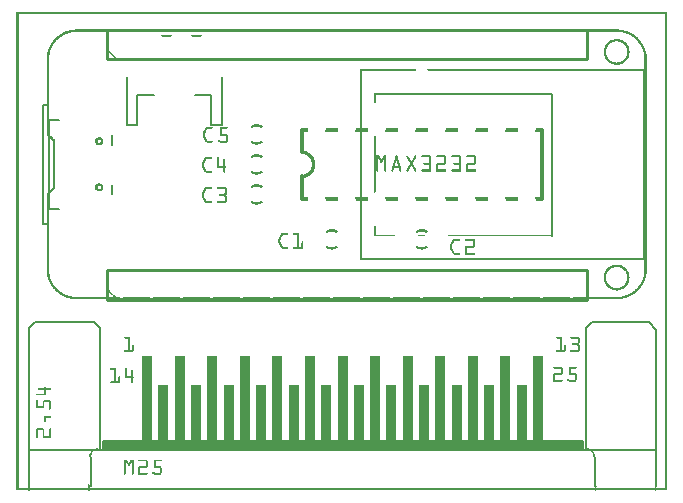
<source format=gto>
G04 MADE WITH FRITZING*
G04 WWW.FRITZING.ORG*
G04 DOUBLE SIDED*
G04 HOLES PLATED*
G04 CONTOUR ON CENTER OF CONTOUR VECTOR*
%ASAXBY*%
%FSLAX23Y23*%
%MOIN*%
%OFA0B0*%
%SFA1.0B1.0*%
%ADD10R,1.600000X0.030000*%
%ADD11R,0.032000X0.285000*%
%ADD12R,0.032000X0.185000*%
%ADD13C,0.012000*%
%ADD14C,0.010000*%
%ADD15C,0.006000*%
%ADD16C,0.008000*%
%ADD17C,0.005000*%
%ADD18R,0.001000X0.001000*%
%LNSILK1*%
G90*
G70*
G54D10*
X1087Y152D03*
G54D11*
X435Y310D03*
G54D12*
X489Y260D03*
G54D11*
X544Y310D03*
G54D12*
X598Y260D03*
G54D11*
X652Y310D03*
G54D12*
X707Y260D03*
G54D11*
X761Y310D03*
G54D12*
X815Y260D03*
G54D11*
X870Y310D03*
G54D12*
X924Y260D03*
G54D11*
X978Y310D03*
G54D12*
X1033Y260D03*
G54D11*
X1087Y310D03*
G54D12*
X1141Y260D03*
G54D11*
X1196Y310D03*
G54D12*
X1250Y260D03*
G54D11*
X1304Y310D03*
G54D12*
X1359Y260D03*
G54D11*
X1413Y310D03*
G54D12*
X1467Y260D03*
G54D11*
X1522Y310D03*
G54D12*
X1576Y260D03*
G54D11*
X1630Y310D03*
G54D12*
X1685Y260D03*
G54D11*
X1739Y310D03*
G54D13*
X1751Y1203D02*
X1751Y972D01*
D02*
X951Y1203D02*
X951Y1128D01*
D02*
X951Y972D02*
X951Y1048D01*
G54D14*
D02*
X301Y1438D02*
X1901Y1438D01*
D02*
X1901Y1438D02*
X1901Y1537D01*
D02*
X1901Y1537D02*
X301Y1537D01*
D02*
X301Y1537D02*
X301Y1438D01*
D02*
X301Y637D02*
X1901Y637D01*
D02*
X1901Y637D02*
X1901Y737D01*
D02*
X1901Y737D02*
X301Y737D01*
D02*
X301Y737D02*
X301Y637D01*
G54D15*
D02*
X2132Y137D02*
X1932Y137D01*
D02*
X2132Y137D02*
X2132Y17D01*
D02*
X2132Y137D02*
X2132Y142D01*
D02*
X42Y17D02*
X42Y137D01*
D02*
X42Y137D02*
X42Y142D01*
D02*
X1932Y17D02*
X1927Y17D01*
D02*
X1932Y137D02*
X1897Y137D01*
D02*
X1897Y137D02*
X1887Y137D01*
D02*
X1927Y112D02*
X1927Y17D01*
D02*
X1887Y137D02*
X1887Y167D01*
D02*
X1887Y137D02*
X287Y137D01*
D02*
X1887Y167D02*
X287Y167D01*
D02*
X287Y137D02*
X287Y167D01*
D02*
X287Y137D02*
X277Y137D01*
D02*
X277Y137D02*
X242Y137D01*
D02*
X247Y112D02*
X247Y17D01*
D02*
X247Y17D02*
X242Y17D01*
D02*
X2107Y562D02*
X2132Y537D01*
D02*
X2132Y537D02*
X2132Y142D01*
D02*
X1917Y562D02*
X2107Y562D01*
D02*
X1917Y562D02*
X1897Y542D01*
D02*
X1897Y542D02*
X1897Y137D01*
D02*
X277Y542D02*
X277Y137D01*
D02*
X277Y542D02*
X257Y562D01*
D02*
X257Y562D02*
X62Y562D01*
D02*
X62Y562D02*
X42Y542D01*
D02*
X42Y542D02*
X42Y142D01*
D02*
X242Y137D02*
X42Y137D01*
G54D16*
D02*
X684Y1378D02*
X684Y1220D01*
D02*
X684Y1220D02*
X650Y1220D01*
D02*
X650Y1220D02*
X650Y1319D01*
D02*
X650Y1319D02*
X595Y1319D01*
D02*
X458Y1319D02*
X402Y1319D01*
D02*
X402Y1319D02*
X402Y1220D01*
D02*
X402Y1220D02*
X369Y1220D01*
D02*
X369Y1220D02*
X369Y1378D01*
G54D17*
D02*
X2093Y1402D02*
X2093Y773D01*
D02*
X2093Y773D02*
X1148Y773D01*
D02*
X1148Y773D02*
X1148Y1402D01*
D02*
X1786Y1324D02*
X1786Y851D01*
D02*
X1196Y1324D02*
X1786Y1324D01*
D02*
X320Y1186D02*
X320Y1154D01*
D02*
X320Y1021D02*
X320Y989D01*
D02*
X143Y1237D02*
X107Y1237D01*
D02*
X107Y1237D02*
X107Y938D01*
D02*
X107Y938D02*
X143Y938D01*
G54D16*
D02*
X88Y889D02*
X101Y889D01*
D02*
X88Y1286D02*
X101Y1286D01*
D02*
X88Y889D02*
X88Y1286D01*
G54D18*
X0Y1596D02*
X2168Y1596D01*
X0Y1595D02*
X2168Y1595D01*
X0Y1594D02*
X2168Y1594D01*
X0Y1593D02*
X2168Y1593D01*
X0Y1592D02*
X2168Y1592D01*
X0Y1591D02*
X2168Y1591D01*
X0Y1590D02*
X2168Y1590D01*
X0Y1589D02*
X2168Y1589D01*
X0Y1588D02*
X7Y1588D01*
X2161Y1588D02*
X2168Y1588D01*
X0Y1587D02*
X7Y1587D01*
X2161Y1587D02*
X2168Y1587D01*
X0Y1586D02*
X7Y1586D01*
X2161Y1586D02*
X2168Y1586D01*
X0Y1585D02*
X7Y1585D01*
X2161Y1585D02*
X2168Y1585D01*
X0Y1584D02*
X7Y1584D01*
X2161Y1584D02*
X2168Y1584D01*
X0Y1583D02*
X7Y1583D01*
X2161Y1583D02*
X2168Y1583D01*
X0Y1582D02*
X7Y1582D01*
X2161Y1582D02*
X2168Y1582D01*
X0Y1581D02*
X7Y1581D01*
X2161Y1581D02*
X2168Y1581D01*
X0Y1580D02*
X7Y1580D01*
X2161Y1580D02*
X2168Y1580D01*
X0Y1579D02*
X7Y1579D01*
X2161Y1579D02*
X2168Y1579D01*
X0Y1578D02*
X7Y1578D01*
X2161Y1578D02*
X2168Y1578D01*
X0Y1577D02*
X7Y1577D01*
X2161Y1577D02*
X2168Y1577D01*
X0Y1576D02*
X7Y1576D01*
X2161Y1576D02*
X2168Y1576D01*
X0Y1575D02*
X7Y1575D01*
X2161Y1575D02*
X2168Y1575D01*
X0Y1574D02*
X7Y1574D01*
X2161Y1574D02*
X2168Y1574D01*
X0Y1573D02*
X7Y1573D01*
X2161Y1573D02*
X2168Y1573D01*
X0Y1572D02*
X7Y1572D01*
X2161Y1572D02*
X2168Y1572D01*
X0Y1571D02*
X7Y1571D01*
X2161Y1571D02*
X2168Y1571D01*
X0Y1570D02*
X7Y1570D01*
X2161Y1570D02*
X2168Y1570D01*
X0Y1569D02*
X7Y1569D01*
X2161Y1569D02*
X2168Y1569D01*
X0Y1568D02*
X7Y1568D01*
X2161Y1568D02*
X2168Y1568D01*
X0Y1567D02*
X7Y1567D01*
X2161Y1567D02*
X2168Y1567D01*
X0Y1566D02*
X7Y1566D01*
X2161Y1566D02*
X2168Y1566D01*
X0Y1565D02*
X7Y1565D01*
X2161Y1565D02*
X2168Y1565D01*
X0Y1564D02*
X7Y1564D01*
X2161Y1564D02*
X2168Y1564D01*
X0Y1563D02*
X7Y1563D01*
X2161Y1563D02*
X2168Y1563D01*
X0Y1562D02*
X7Y1562D01*
X2161Y1562D02*
X2168Y1562D01*
X0Y1561D02*
X7Y1561D01*
X2161Y1561D02*
X2168Y1561D01*
X0Y1560D02*
X7Y1560D01*
X2161Y1560D02*
X2168Y1560D01*
X0Y1559D02*
X7Y1559D01*
X2161Y1559D02*
X2168Y1559D01*
X0Y1558D02*
X7Y1558D01*
X2161Y1558D02*
X2168Y1558D01*
X0Y1557D02*
X7Y1557D01*
X2161Y1557D02*
X2168Y1557D01*
X0Y1556D02*
X7Y1556D01*
X2161Y1556D02*
X2168Y1556D01*
X0Y1555D02*
X7Y1555D01*
X2161Y1555D02*
X2168Y1555D01*
X0Y1554D02*
X7Y1554D01*
X2161Y1554D02*
X2168Y1554D01*
X0Y1553D02*
X7Y1553D01*
X2161Y1553D02*
X2168Y1553D01*
X0Y1552D02*
X7Y1552D01*
X2161Y1552D02*
X2168Y1552D01*
X0Y1551D02*
X7Y1551D01*
X2161Y1551D02*
X2168Y1551D01*
X0Y1550D02*
X7Y1550D01*
X2161Y1550D02*
X2168Y1550D01*
X0Y1549D02*
X7Y1549D01*
X2161Y1549D02*
X2168Y1549D01*
X0Y1548D02*
X7Y1548D01*
X2161Y1548D02*
X2168Y1548D01*
X0Y1547D02*
X7Y1547D01*
X2161Y1547D02*
X2168Y1547D01*
X0Y1546D02*
X7Y1546D01*
X2161Y1546D02*
X2168Y1546D01*
X0Y1545D02*
X7Y1545D01*
X2161Y1545D02*
X2168Y1545D01*
X0Y1544D02*
X7Y1544D01*
X2161Y1544D02*
X2168Y1544D01*
X0Y1543D02*
X7Y1543D01*
X2161Y1543D02*
X2168Y1543D01*
X0Y1542D02*
X7Y1542D01*
X2161Y1542D02*
X2168Y1542D01*
X0Y1541D02*
X7Y1541D01*
X2161Y1541D02*
X2168Y1541D01*
X0Y1540D02*
X7Y1540D01*
X2161Y1540D02*
X2168Y1540D01*
X0Y1539D02*
X7Y1539D01*
X2161Y1539D02*
X2168Y1539D01*
X0Y1538D02*
X7Y1538D01*
X195Y1538D02*
X2007Y1538D01*
X2161Y1538D02*
X2168Y1538D01*
X0Y1537D02*
X7Y1537D01*
X186Y1537D02*
X2016Y1537D01*
X2161Y1537D02*
X2168Y1537D01*
X0Y1536D02*
X7Y1536D01*
X181Y1536D02*
X2022Y1536D01*
X2161Y1536D02*
X2168Y1536D01*
X0Y1535D02*
X7Y1535D01*
X176Y1535D02*
X2026Y1535D01*
X2161Y1535D02*
X2168Y1535D01*
X0Y1534D02*
X7Y1534D01*
X173Y1534D02*
X2029Y1534D01*
X2161Y1534D02*
X2168Y1534D01*
X0Y1533D02*
X7Y1533D01*
X170Y1533D02*
X2033Y1533D01*
X2161Y1533D02*
X2168Y1533D01*
X0Y1532D02*
X7Y1532D01*
X167Y1532D02*
X348Y1532D01*
X354Y1532D02*
X448Y1532D01*
X454Y1532D02*
X548Y1532D01*
X554Y1532D02*
X648Y1532D01*
X654Y1532D02*
X748Y1532D01*
X754Y1532D02*
X848Y1532D01*
X854Y1532D02*
X948Y1532D01*
X954Y1532D02*
X1048Y1532D01*
X1054Y1532D02*
X1148Y1532D01*
X1154Y1532D02*
X1248Y1532D01*
X1254Y1532D02*
X1348Y1532D01*
X1354Y1532D02*
X1448Y1532D01*
X1454Y1532D02*
X1548Y1532D01*
X1554Y1532D02*
X1648Y1532D01*
X1654Y1532D02*
X1748Y1532D01*
X1754Y1532D02*
X1848Y1532D01*
X1854Y1532D02*
X2035Y1532D01*
X2161Y1532D02*
X2168Y1532D01*
X0Y1531D02*
X7Y1531D01*
X164Y1531D02*
X341Y1531D01*
X361Y1531D02*
X441Y1531D01*
X461Y1531D02*
X541Y1531D01*
X561Y1531D02*
X641Y1531D01*
X661Y1531D02*
X741Y1531D01*
X761Y1531D02*
X841Y1531D01*
X861Y1531D02*
X941Y1531D01*
X961Y1531D02*
X1041Y1531D01*
X1061Y1531D02*
X1141Y1531D01*
X1161Y1531D02*
X1241Y1531D01*
X1261Y1531D02*
X1341Y1531D01*
X1361Y1531D02*
X1441Y1531D01*
X1461Y1531D02*
X1541Y1531D01*
X1561Y1531D02*
X1641Y1531D01*
X1661Y1531D02*
X1741Y1531D01*
X1761Y1531D02*
X1841Y1531D01*
X1861Y1531D02*
X2038Y1531D01*
X2161Y1531D02*
X2168Y1531D01*
X0Y1530D02*
X7Y1530D01*
X162Y1530D02*
X194Y1530D01*
X2009Y1530D02*
X2040Y1530D01*
X2161Y1530D02*
X2168Y1530D01*
X0Y1529D02*
X7Y1529D01*
X160Y1529D02*
X185Y1529D01*
X2017Y1529D02*
X2043Y1529D01*
X2161Y1529D02*
X2168Y1529D01*
X0Y1528D02*
X7Y1528D01*
X157Y1528D02*
X180Y1528D01*
X2022Y1528D02*
X2045Y1528D01*
X2161Y1528D02*
X2168Y1528D01*
X0Y1527D02*
X7Y1527D01*
X155Y1527D02*
X176Y1527D01*
X2026Y1527D02*
X2047Y1527D01*
X2161Y1527D02*
X2168Y1527D01*
X0Y1526D02*
X7Y1526D01*
X154Y1526D02*
X173Y1526D01*
X2030Y1526D02*
X2049Y1526D01*
X2161Y1526D02*
X2168Y1526D01*
X0Y1525D02*
X7Y1525D01*
X152Y1525D02*
X170Y1525D01*
X2033Y1525D02*
X2051Y1525D01*
X2161Y1525D02*
X2168Y1525D01*
X0Y1524D02*
X7Y1524D01*
X150Y1524D02*
X167Y1524D01*
X2035Y1524D02*
X2052Y1524D01*
X2161Y1524D02*
X2168Y1524D01*
X0Y1523D02*
X7Y1523D01*
X148Y1523D02*
X165Y1523D01*
X2038Y1523D02*
X2054Y1523D01*
X2161Y1523D02*
X2168Y1523D01*
X0Y1522D02*
X7Y1522D01*
X147Y1522D02*
X162Y1522D01*
X2040Y1522D02*
X2056Y1522D01*
X2161Y1522D02*
X2168Y1522D01*
X0Y1521D02*
X7Y1521D01*
X145Y1521D02*
X160Y1521D01*
X2042Y1521D02*
X2057Y1521D01*
X2161Y1521D02*
X2168Y1521D01*
X0Y1520D02*
X7Y1520D01*
X144Y1520D02*
X158Y1520D01*
X482Y1520D02*
X520Y1520D01*
X582Y1520D02*
X615Y1520D01*
X2044Y1520D02*
X2058Y1520D01*
X2161Y1520D02*
X2168Y1520D01*
X0Y1519D02*
X7Y1519D01*
X142Y1519D02*
X156Y1519D01*
X483Y1519D02*
X519Y1519D01*
X583Y1519D02*
X617Y1519D01*
X2046Y1519D02*
X2060Y1519D01*
X2161Y1519D02*
X2168Y1519D01*
X0Y1518D02*
X7Y1518D01*
X141Y1518D02*
X155Y1518D01*
X484Y1518D02*
X518Y1518D01*
X584Y1518D02*
X618Y1518D01*
X2048Y1518D02*
X2061Y1518D01*
X2161Y1518D02*
X2168Y1518D01*
X0Y1517D02*
X7Y1517D01*
X140Y1517D02*
X153Y1517D01*
X485Y1517D02*
X517Y1517D01*
X585Y1517D02*
X617Y1517D01*
X2049Y1517D02*
X2063Y1517D01*
X2161Y1517D02*
X2168Y1517D01*
X0Y1516D02*
X7Y1516D01*
X138Y1516D02*
X151Y1516D01*
X485Y1516D02*
X516Y1516D01*
X585Y1516D02*
X616Y1516D01*
X2051Y1516D02*
X2064Y1516D01*
X2161Y1516D02*
X2168Y1516D01*
X0Y1515D02*
X7Y1515D01*
X137Y1515D02*
X150Y1515D01*
X486Y1515D02*
X516Y1515D01*
X586Y1515D02*
X616Y1515D01*
X2053Y1515D02*
X2065Y1515D01*
X2161Y1515D02*
X2168Y1515D01*
X0Y1514D02*
X7Y1514D01*
X136Y1514D02*
X148Y1514D01*
X487Y1514D02*
X515Y1514D01*
X587Y1514D02*
X615Y1514D01*
X2054Y1514D02*
X2066Y1514D01*
X2161Y1514D02*
X2168Y1514D01*
X0Y1513D02*
X7Y1513D01*
X135Y1513D02*
X147Y1513D01*
X488Y1513D02*
X514Y1513D01*
X588Y1513D02*
X614Y1513D01*
X2055Y1513D02*
X2067Y1513D01*
X2161Y1513D02*
X2168Y1513D01*
X0Y1512D02*
X7Y1512D01*
X134Y1512D02*
X145Y1512D01*
X2057Y1512D02*
X2068Y1512D01*
X2161Y1512D02*
X2168Y1512D01*
X0Y1511D02*
X7Y1511D01*
X133Y1511D02*
X144Y1511D01*
X2058Y1511D02*
X2070Y1511D01*
X2161Y1511D02*
X2168Y1511D01*
X0Y1510D02*
X7Y1510D01*
X132Y1510D02*
X143Y1510D01*
X2060Y1510D02*
X2071Y1510D01*
X2161Y1510D02*
X2168Y1510D01*
X0Y1509D02*
X7Y1509D01*
X131Y1509D02*
X142Y1509D01*
X2061Y1509D02*
X2072Y1509D01*
X2161Y1509D02*
X2168Y1509D01*
X0Y1508D02*
X7Y1508D01*
X130Y1508D02*
X140Y1508D01*
X2062Y1508D02*
X2073Y1508D01*
X2161Y1508D02*
X2168Y1508D01*
X0Y1507D02*
X7Y1507D01*
X129Y1507D02*
X139Y1507D01*
X2063Y1507D02*
X2074Y1507D01*
X2161Y1507D02*
X2168Y1507D01*
X0Y1506D02*
X7Y1506D01*
X128Y1506D02*
X138Y1506D01*
X1995Y1506D02*
X2006Y1506D01*
X2064Y1506D02*
X2075Y1506D01*
X2161Y1506D02*
X2168Y1506D01*
X0Y1505D02*
X7Y1505D01*
X127Y1505D02*
X137Y1505D01*
X1991Y1505D02*
X2011Y1505D01*
X2065Y1505D02*
X2075Y1505D01*
X2161Y1505D02*
X2168Y1505D01*
X0Y1504D02*
X7Y1504D01*
X126Y1504D02*
X136Y1504D01*
X1987Y1504D02*
X2014Y1504D01*
X2066Y1504D02*
X2076Y1504D01*
X2161Y1504D02*
X2168Y1504D01*
X0Y1503D02*
X7Y1503D01*
X125Y1503D02*
X135Y1503D01*
X1985Y1503D02*
X2017Y1503D01*
X2067Y1503D02*
X2077Y1503D01*
X2161Y1503D02*
X2168Y1503D01*
X0Y1502D02*
X7Y1502D01*
X124Y1502D02*
X134Y1502D01*
X1982Y1502D02*
X2019Y1502D01*
X2068Y1502D02*
X2078Y1502D01*
X2161Y1502D02*
X2168Y1502D01*
X0Y1501D02*
X7Y1501D01*
X123Y1501D02*
X133Y1501D01*
X1980Y1501D02*
X2021Y1501D01*
X2069Y1501D02*
X2079Y1501D01*
X2161Y1501D02*
X2168Y1501D01*
X0Y1500D02*
X7Y1500D01*
X123Y1500D02*
X132Y1500D01*
X1979Y1500D02*
X2023Y1500D01*
X2070Y1500D02*
X2080Y1500D01*
X2161Y1500D02*
X2168Y1500D01*
X0Y1499D02*
X7Y1499D01*
X122Y1499D02*
X131Y1499D01*
X1977Y1499D02*
X2025Y1499D01*
X2071Y1499D02*
X2080Y1499D01*
X2161Y1499D02*
X2168Y1499D01*
X0Y1498D02*
X7Y1498D01*
X121Y1498D02*
X130Y1498D01*
X1976Y1498D02*
X1995Y1498D01*
X2007Y1498D02*
X2026Y1498D01*
X2072Y1498D02*
X2081Y1498D01*
X2161Y1498D02*
X2168Y1498D01*
X0Y1497D02*
X7Y1497D01*
X120Y1497D02*
X130Y1497D01*
X1974Y1497D02*
X1990Y1497D01*
X2012Y1497D02*
X2027Y1497D01*
X2073Y1497D02*
X2082Y1497D01*
X2161Y1497D02*
X2168Y1497D01*
X0Y1496D02*
X7Y1496D01*
X120Y1496D02*
X129Y1496D01*
X1973Y1496D02*
X1987Y1496D01*
X2015Y1496D02*
X2029Y1496D01*
X2074Y1496D02*
X2083Y1496D01*
X2161Y1496D02*
X2168Y1496D01*
X0Y1495D02*
X7Y1495D01*
X119Y1495D02*
X128Y1495D01*
X1972Y1495D02*
X1985Y1495D01*
X2017Y1495D02*
X2030Y1495D01*
X2074Y1495D02*
X2083Y1495D01*
X2161Y1495D02*
X2168Y1495D01*
X0Y1494D02*
X7Y1494D01*
X118Y1494D02*
X127Y1494D01*
X1971Y1494D02*
X1983Y1494D01*
X2019Y1494D02*
X2031Y1494D01*
X2075Y1494D02*
X2084Y1494D01*
X2161Y1494D02*
X2168Y1494D01*
X0Y1493D02*
X7Y1493D01*
X118Y1493D02*
X126Y1493D01*
X1970Y1493D02*
X1981Y1493D01*
X2020Y1493D02*
X2032Y1493D01*
X2076Y1493D02*
X2085Y1493D01*
X2161Y1493D02*
X2168Y1493D01*
X0Y1492D02*
X7Y1492D01*
X117Y1492D02*
X126Y1492D01*
X1969Y1492D02*
X1980Y1492D01*
X2022Y1492D02*
X2033Y1492D01*
X2077Y1492D02*
X2085Y1492D01*
X2161Y1492D02*
X2168Y1492D01*
X0Y1491D02*
X7Y1491D01*
X116Y1491D02*
X125Y1491D01*
X1968Y1491D02*
X1979Y1491D01*
X2023Y1491D02*
X2034Y1491D01*
X2077Y1491D02*
X2086Y1491D01*
X2161Y1491D02*
X2168Y1491D01*
X0Y1490D02*
X7Y1490D01*
X116Y1490D02*
X124Y1490D01*
X1967Y1490D02*
X1977Y1490D01*
X2024Y1490D02*
X2034Y1490D01*
X2078Y1490D02*
X2086Y1490D01*
X2161Y1490D02*
X2168Y1490D01*
X0Y1489D02*
X7Y1489D01*
X115Y1489D02*
X124Y1489D01*
X1967Y1489D02*
X1976Y1489D01*
X2025Y1489D02*
X2035Y1489D01*
X2079Y1489D02*
X2087Y1489D01*
X2161Y1489D02*
X2168Y1489D01*
X0Y1488D02*
X7Y1488D01*
X115Y1488D02*
X123Y1488D01*
X1966Y1488D02*
X1975Y1488D01*
X2026Y1488D02*
X2036Y1488D01*
X2079Y1488D02*
X2088Y1488D01*
X2161Y1488D02*
X2168Y1488D01*
X0Y1487D02*
X7Y1487D01*
X114Y1487D02*
X122Y1487D01*
X1965Y1487D02*
X1974Y1487D01*
X2027Y1487D02*
X2036Y1487D01*
X2080Y1487D02*
X2088Y1487D01*
X2161Y1487D02*
X2168Y1487D01*
X0Y1486D02*
X7Y1486D01*
X114Y1486D02*
X122Y1486D01*
X1965Y1486D02*
X1973Y1486D01*
X2028Y1486D02*
X2037Y1486D01*
X2081Y1486D02*
X2089Y1486D01*
X2161Y1486D02*
X2168Y1486D01*
X0Y1485D02*
X7Y1485D01*
X113Y1485D02*
X121Y1485D01*
X1964Y1485D02*
X1973Y1485D01*
X2029Y1485D02*
X2038Y1485D01*
X2081Y1485D02*
X2089Y1485D01*
X2161Y1485D02*
X2168Y1485D01*
X0Y1484D02*
X7Y1484D01*
X112Y1484D02*
X121Y1484D01*
X1963Y1484D02*
X1972Y1484D01*
X2030Y1484D02*
X2038Y1484D01*
X2082Y1484D02*
X2090Y1484D01*
X2161Y1484D02*
X2168Y1484D01*
X0Y1483D02*
X7Y1483D01*
X112Y1483D02*
X120Y1483D01*
X1963Y1483D02*
X1971Y1483D01*
X2031Y1483D02*
X2039Y1483D01*
X2082Y1483D02*
X2090Y1483D01*
X2161Y1483D02*
X2168Y1483D01*
X0Y1482D02*
X7Y1482D01*
X111Y1482D02*
X119Y1482D01*
X1962Y1482D02*
X1970Y1482D01*
X2031Y1482D02*
X2039Y1482D01*
X2083Y1482D02*
X2091Y1482D01*
X2161Y1482D02*
X2168Y1482D01*
X0Y1481D02*
X7Y1481D01*
X111Y1481D02*
X119Y1481D01*
X1962Y1481D02*
X1970Y1481D01*
X2032Y1481D02*
X2040Y1481D01*
X2084Y1481D02*
X2091Y1481D01*
X2161Y1481D02*
X2168Y1481D01*
X0Y1480D02*
X7Y1480D01*
X111Y1480D02*
X118Y1480D01*
X1962Y1480D02*
X1969Y1480D01*
X2032Y1480D02*
X2040Y1480D01*
X2084Y1480D02*
X2092Y1480D01*
X2161Y1480D02*
X2168Y1480D01*
X0Y1479D02*
X7Y1479D01*
X110Y1479D02*
X118Y1479D01*
X1961Y1479D02*
X1969Y1479D01*
X2033Y1479D02*
X2041Y1479D01*
X2084Y1479D02*
X2092Y1479D01*
X2161Y1479D02*
X2168Y1479D01*
X0Y1478D02*
X7Y1478D01*
X110Y1478D02*
X117Y1478D01*
X1961Y1478D02*
X1968Y1478D01*
X2033Y1478D02*
X2041Y1478D01*
X2085Y1478D02*
X2093Y1478D01*
X2161Y1478D02*
X2168Y1478D01*
X0Y1477D02*
X7Y1477D01*
X109Y1477D02*
X117Y1477D01*
X1960Y1477D02*
X1968Y1477D01*
X2034Y1477D02*
X2041Y1477D01*
X2085Y1477D02*
X2093Y1477D01*
X2161Y1477D02*
X2168Y1477D01*
X0Y1476D02*
X7Y1476D01*
X109Y1476D02*
X116Y1476D01*
X1960Y1476D02*
X1967Y1476D01*
X2034Y1476D02*
X2042Y1476D01*
X2086Y1476D02*
X2094Y1476D01*
X2161Y1476D02*
X2168Y1476D01*
X0Y1475D02*
X7Y1475D01*
X108Y1475D02*
X116Y1475D01*
X1960Y1475D02*
X1967Y1475D01*
X2035Y1475D02*
X2042Y1475D01*
X2086Y1475D02*
X2094Y1475D01*
X2161Y1475D02*
X2168Y1475D01*
X0Y1474D02*
X7Y1474D01*
X108Y1474D02*
X116Y1474D01*
X302Y1474D02*
X303Y1474D01*
X1960Y1474D02*
X1967Y1474D01*
X2035Y1474D02*
X2042Y1474D01*
X2087Y1474D02*
X2094Y1474D01*
X2161Y1474D02*
X2168Y1474D01*
X0Y1473D02*
X7Y1473D01*
X108Y1473D02*
X115Y1473D01*
X301Y1473D02*
X304Y1473D01*
X1959Y1473D02*
X1966Y1473D01*
X2035Y1473D02*
X2042Y1473D01*
X2087Y1473D02*
X2095Y1473D01*
X2161Y1473D02*
X2168Y1473D01*
X0Y1472D02*
X7Y1472D01*
X107Y1472D02*
X115Y1472D01*
X300Y1472D02*
X305Y1472D01*
X1959Y1472D02*
X1966Y1472D01*
X2036Y1472D02*
X2043Y1472D01*
X2088Y1472D02*
X2095Y1472D01*
X2161Y1472D02*
X2168Y1472D01*
X0Y1471D02*
X7Y1471D01*
X107Y1471D02*
X114Y1471D01*
X300Y1471D02*
X306Y1471D01*
X1959Y1471D02*
X1966Y1471D01*
X2036Y1471D02*
X2043Y1471D01*
X2088Y1471D02*
X2095Y1471D01*
X2161Y1471D02*
X2168Y1471D01*
X0Y1470D02*
X7Y1470D01*
X107Y1470D02*
X114Y1470D01*
X301Y1470D02*
X307Y1470D01*
X1959Y1470D02*
X1966Y1470D01*
X2036Y1470D02*
X2043Y1470D01*
X2088Y1470D02*
X2096Y1470D01*
X2161Y1470D02*
X2168Y1470D01*
X0Y1469D02*
X7Y1469D01*
X106Y1469D02*
X114Y1469D01*
X302Y1469D02*
X308Y1469D01*
X1959Y1469D02*
X1966Y1469D01*
X2036Y1469D02*
X2043Y1469D01*
X2089Y1469D02*
X2096Y1469D01*
X2161Y1469D02*
X2168Y1469D01*
X0Y1468D02*
X7Y1468D01*
X106Y1468D02*
X113Y1468D01*
X303Y1468D02*
X309Y1468D01*
X1958Y1468D02*
X1965Y1468D01*
X2036Y1468D02*
X2043Y1468D01*
X2089Y1468D02*
X2096Y1468D01*
X2161Y1468D02*
X2168Y1468D01*
X0Y1467D02*
X7Y1467D01*
X106Y1467D02*
X113Y1467D01*
X304Y1467D02*
X310Y1467D01*
X1958Y1467D02*
X1965Y1467D01*
X2036Y1467D02*
X2043Y1467D01*
X2089Y1467D02*
X2097Y1467D01*
X2161Y1467D02*
X2168Y1467D01*
X0Y1466D02*
X7Y1466D01*
X105Y1466D02*
X113Y1466D01*
X305Y1466D02*
X311Y1466D01*
X1958Y1466D02*
X1965Y1466D01*
X2037Y1466D02*
X2044Y1466D01*
X2090Y1466D02*
X2097Y1466D01*
X2161Y1466D02*
X2168Y1466D01*
X0Y1465D02*
X7Y1465D01*
X105Y1465D02*
X112Y1465D01*
X306Y1465D02*
X312Y1465D01*
X1958Y1465D02*
X1965Y1465D01*
X2037Y1465D02*
X2044Y1465D01*
X2090Y1465D02*
X2097Y1465D01*
X2161Y1465D02*
X2168Y1465D01*
X0Y1464D02*
X7Y1464D01*
X105Y1464D02*
X112Y1464D01*
X307Y1464D02*
X313Y1464D01*
X1958Y1464D02*
X1965Y1464D01*
X2037Y1464D02*
X2044Y1464D01*
X2090Y1464D02*
X2098Y1464D01*
X2161Y1464D02*
X2168Y1464D01*
X0Y1463D02*
X7Y1463D01*
X105Y1463D02*
X112Y1463D01*
X308Y1463D02*
X314Y1463D01*
X1958Y1463D02*
X1965Y1463D01*
X2037Y1463D02*
X2044Y1463D01*
X2091Y1463D02*
X2098Y1463D01*
X2161Y1463D02*
X2168Y1463D01*
X0Y1462D02*
X7Y1462D01*
X104Y1462D02*
X111Y1462D01*
X309Y1462D02*
X315Y1462D01*
X1958Y1462D02*
X1965Y1462D01*
X2037Y1462D02*
X2044Y1462D01*
X2091Y1462D02*
X2098Y1462D01*
X2161Y1462D02*
X2168Y1462D01*
X0Y1461D02*
X7Y1461D01*
X104Y1461D02*
X111Y1461D01*
X310Y1461D02*
X316Y1461D01*
X1958Y1461D02*
X1965Y1461D01*
X2037Y1461D02*
X2044Y1461D01*
X2091Y1461D02*
X2098Y1461D01*
X2161Y1461D02*
X2168Y1461D01*
X0Y1460D02*
X7Y1460D01*
X104Y1460D02*
X111Y1460D01*
X311Y1460D02*
X317Y1460D01*
X1958Y1460D02*
X1965Y1460D01*
X2037Y1460D02*
X2043Y1460D01*
X2091Y1460D02*
X2099Y1460D01*
X2161Y1460D02*
X2168Y1460D01*
X0Y1459D02*
X7Y1459D01*
X104Y1459D02*
X111Y1459D01*
X312Y1459D02*
X318Y1459D01*
X1958Y1459D02*
X1965Y1459D01*
X2036Y1459D02*
X2043Y1459D01*
X2092Y1459D02*
X2099Y1459D01*
X2161Y1459D02*
X2168Y1459D01*
X0Y1458D02*
X7Y1458D01*
X103Y1458D02*
X110Y1458D01*
X313Y1458D02*
X318Y1458D01*
X1958Y1458D02*
X1965Y1458D01*
X2036Y1458D02*
X2043Y1458D01*
X2092Y1458D02*
X2099Y1458D01*
X2161Y1458D02*
X2168Y1458D01*
X0Y1457D02*
X7Y1457D01*
X103Y1457D02*
X110Y1457D01*
X314Y1457D02*
X319Y1457D01*
X1959Y1457D02*
X1966Y1457D01*
X2036Y1457D02*
X2043Y1457D01*
X2092Y1457D02*
X2099Y1457D01*
X2161Y1457D02*
X2168Y1457D01*
X0Y1456D02*
X7Y1456D01*
X103Y1456D02*
X110Y1456D01*
X315Y1456D02*
X321Y1456D01*
X1959Y1456D02*
X1966Y1456D01*
X2036Y1456D02*
X2043Y1456D01*
X2092Y1456D02*
X2099Y1456D01*
X2161Y1456D02*
X2168Y1456D01*
X0Y1455D02*
X7Y1455D01*
X103Y1455D02*
X110Y1455D01*
X316Y1455D02*
X322Y1455D01*
X1959Y1455D02*
X1966Y1455D01*
X2036Y1455D02*
X2043Y1455D01*
X2093Y1455D02*
X2100Y1455D01*
X2161Y1455D02*
X2168Y1455D01*
X0Y1454D02*
X7Y1454D01*
X103Y1454D02*
X110Y1454D01*
X317Y1454D02*
X323Y1454D01*
X1959Y1454D02*
X1966Y1454D01*
X2035Y1454D02*
X2043Y1454D01*
X2093Y1454D02*
X2100Y1454D01*
X2161Y1454D02*
X2168Y1454D01*
X0Y1453D02*
X7Y1453D01*
X102Y1453D02*
X109Y1453D01*
X318Y1453D02*
X324Y1453D01*
X1959Y1453D02*
X1966Y1453D01*
X2035Y1453D02*
X2042Y1453D01*
X2093Y1453D02*
X2100Y1453D01*
X2161Y1453D02*
X2168Y1453D01*
X0Y1452D02*
X7Y1452D01*
X102Y1452D02*
X109Y1452D01*
X319Y1452D02*
X325Y1452D01*
X1960Y1452D02*
X1967Y1452D01*
X2035Y1452D02*
X2042Y1452D01*
X2093Y1452D02*
X2100Y1452D01*
X2161Y1452D02*
X2168Y1452D01*
X0Y1451D02*
X7Y1451D01*
X102Y1451D02*
X109Y1451D01*
X320Y1451D02*
X326Y1451D01*
X1960Y1451D02*
X1967Y1451D01*
X2035Y1451D02*
X2042Y1451D01*
X2093Y1451D02*
X2100Y1451D01*
X2161Y1451D02*
X2168Y1451D01*
X0Y1450D02*
X7Y1450D01*
X102Y1450D02*
X109Y1450D01*
X321Y1450D02*
X327Y1450D01*
X1960Y1450D02*
X1968Y1450D01*
X2034Y1450D02*
X2042Y1450D01*
X2093Y1450D02*
X2100Y1450D01*
X2161Y1450D02*
X2168Y1450D01*
X0Y1449D02*
X7Y1449D01*
X102Y1449D02*
X109Y1449D01*
X322Y1449D02*
X328Y1449D01*
X1961Y1449D02*
X1968Y1449D01*
X2034Y1449D02*
X2041Y1449D01*
X2093Y1449D02*
X2100Y1449D01*
X2161Y1449D02*
X2168Y1449D01*
X0Y1448D02*
X7Y1448D01*
X102Y1448D02*
X109Y1448D01*
X323Y1448D02*
X329Y1448D01*
X1961Y1448D02*
X1968Y1448D01*
X2033Y1448D02*
X2041Y1448D01*
X2093Y1448D02*
X2100Y1448D01*
X2161Y1448D02*
X2168Y1448D01*
X0Y1447D02*
X7Y1447D01*
X102Y1447D02*
X109Y1447D01*
X324Y1447D02*
X330Y1447D01*
X1961Y1447D02*
X1969Y1447D01*
X2033Y1447D02*
X2040Y1447D01*
X2094Y1447D02*
X2101Y1447D01*
X2161Y1447D02*
X2168Y1447D01*
X0Y1446D02*
X7Y1446D01*
X102Y1446D02*
X109Y1446D01*
X325Y1446D02*
X331Y1446D01*
X1962Y1446D02*
X1969Y1446D01*
X2032Y1446D02*
X2040Y1446D01*
X2094Y1446D02*
X2101Y1446D01*
X2161Y1446D02*
X2168Y1446D01*
X0Y1445D02*
X7Y1445D01*
X102Y1445D02*
X109Y1445D01*
X326Y1445D02*
X332Y1445D01*
X1962Y1445D02*
X1970Y1445D01*
X2032Y1445D02*
X2040Y1445D01*
X2094Y1445D02*
X2101Y1445D01*
X2161Y1445D02*
X2168Y1445D01*
X0Y1444D02*
X7Y1444D01*
X101Y1444D02*
X108Y1444D01*
X327Y1444D02*
X333Y1444D01*
X1963Y1444D02*
X1971Y1444D01*
X2031Y1444D02*
X2039Y1444D01*
X2094Y1444D02*
X2101Y1444D01*
X2161Y1444D02*
X2168Y1444D01*
X0Y1443D02*
X7Y1443D01*
X101Y1443D02*
X108Y1443D01*
X328Y1443D02*
X334Y1443D01*
X1963Y1443D02*
X1971Y1443D01*
X2030Y1443D02*
X2039Y1443D01*
X2094Y1443D02*
X2101Y1443D01*
X2161Y1443D02*
X2168Y1443D01*
X0Y1442D02*
X7Y1442D01*
X101Y1442D02*
X108Y1442D01*
X329Y1442D02*
X335Y1442D01*
X1964Y1442D02*
X1972Y1442D01*
X2030Y1442D02*
X2038Y1442D01*
X2094Y1442D02*
X2101Y1442D01*
X2161Y1442D02*
X2168Y1442D01*
X0Y1441D02*
X7Y1441D01*
X101Y1441D02*
X108Y1441D01*
X330Y1441D02*
X336Y1441D01*
X1964Y1441D02*
X1973Y1441D01*
X2029Y1441D02*
X2037Y1441D01*
X2094Y1441D02*
X2101Y1441D01*
X2161Y1441D02*
X2168Y1441D01*
X0Y1440D02*
X7Y1440D01*
X101Y1440D02*
X108Y1440D01*
X331Y1440D02*
X337Y1440D01*
X1965Y1440D02*
X1974Y1440D01*
X2028Y1440D02*
X2037Y1440D01*
X2094Y1440D02*
X2101Y1440D01*
X2161Y1440D02*
X2168Y1440D01*
X0Y1439D02*
X7Y1439D01*
X101Y1439D02*
X108Y1439D01*
X332Y1439D02*
X336Y1439D01*
X1966Y1439D02*
X1975Y1439D01*
X2027Y1439D02*
X2036Y1439D01*
X2094Y1439D02*
X2101Y1439D01*
X2161Y1439D02*
X2168Y1439D01*
X0Y1438D02*
X7Y1438D01*
X101Y1438D02*
X108Y1438D01*
X333Y1438D02*
X335Y1438D01*
X1966Y1438D02*
X1976Y1438D01*
X2026Y1438D02*
X2035Y1438D01*
X2094Y1438D02*
X2101Y1438D01*
X2161Y1438D02*
X2168Y1438D01*
X0Y1437D02*
X7Y1437D01*
X101Y1437D02*
X108Y1437D01*
X334Y1437D02*
X334Y1437D01*
X1967Y1437D02*
X1977Y1437D01*
X2025Y1437D02*
X2035Y1437D01*
X2094Y1437D02*
X2101Y1437D01*
X2161Y1437D02*
X2168Y1437D01*
X0Y1436D02*
X7Y1436D01*
X101Y1436D02*
X108Y1436D01*
X1968Y1436D02*
X1978Y1436D01*
X2024Y1436D02*
X2034Y1436D01*
X2094Y1436D02*
X2101Y1436D01*
X2161Y1436D02*
X2168Y1436D01*
X0Y1435D02*
X7Y1435D01*
X101Y1435D02*
X108Y1435D01*
X1969Y1435D02*
X1979Y1435D01*
X2023Y1435D02*
X2033Y1435D01*
X2094Y1435D02*
X2101Y1435D01*
X2161Y1435D02*
X2168Y1435D01*
X0Y1434D02*
X7Y1434D01*
X101Y1434D02*
X108Y1434D01*
X1969Y1434D02*
X1980Y1434D01*
X2021Y1434D02*
X2032Y1434D01*
X2094Y1434D02*
X2101Y1434D01*
X2161Y1434D02*
X2168Y1434D01*
X0Y1433D02*
X7Y1433D01*
X101Y1433D02*
X108Y1433D01*
X1970Y1433D02*
X1982Y1433D01*
X2020Y1433D02*
X2031Y1433D01*
X2094Y1433D02*
X2101Y1433D01*
X2161Y1433D02*
X2168Y1433D01*
X0Y1432D02*
X7Y1432D01*
X101Y1432D02*
X108Y1432D01*
X1971Y1432D02*
X1984Y1432D01*
X2018Y1432D02*
X2030Y1432D01*
X2094Y1432D02*
X2101Y1432D01*
X2161Y1432D02*
X2168Y1432D01*
X0Y1431D02*
X7Y1431D01*
X101Y1431D02*
X108Y1431D01*
X1972Y1431D02*
X1986Y1431D01*
X2016Y1431D02*
X2029Y1431D01*
X2094Y1431D02*
X2101Y1431D01*
X2161Y1431D02*
X2168Y1431D01*
X0Y1430D02*
X7Y1430D01*
X101Y1430D02*
X108Y1430D01*
X1974Y1430D02*
X1988Y1430D01*
X2013Y1430D02*
X2028Y1430D01*
X2094Y1430D02*
X2101Y1430D01*
X2161Y1430D02*
X2168Y1430D01*
X0Y1429D02*
X7Y1429D01*
X101Y1429D02*
X108Y1429D01*
X1975Y1429D02*
X1992Y1429D01*
X2010Y1429D02*
X2027Y1429D01*
X2094Y1429D02*
X2101Y1429D01*
X2161Y1429D02*
X2168Y1429D01*
X0Y1428D02*
X7Y1428D01*
X101Y1428D02*
X108Y1428D01*
X1976Y1428D02*
X1998Y1428D01*
X2003Y1428D02*
X2025Y1428D01*
X2094Y1428D02*
X2101Y1428D01*
X2161Y1428D02*
X2168Y1428D01*
X0Y1427D02*
X7Y1427D01*
X101Y1427D02*
X108Y1427D01*
X1978Y1427D02*
X2024Y1427D01*
X2094Y1427D02*
X2101Y1427D01*
X2161Y1427D02*
X2168Y1427D01*
X0Y1426D02*
X7Y1426D01*
X101Y1426D02*
X108Y1426D01*
X1979Y1426D02*
X2022Y1426D01*
X2094Y1426D02*
X2101Y1426D01*
X2161Y1426D02*
X2168Y1426D01*
X0Y1425D02*
X7Y1425D01*
X101Y1425D02*
X108Y1425D01*
X1981Y1425D02*
X2021Y1425D01*
X2094Y1425D02*
X2101Y1425D01*
X2161Y1425D02*
X2168Y1425D01*
X0Y1424D02*
X7Y1424D01*
X101Y1424D02*
X108Y1424D01*
X1983Y1424D02*
X2018Y1424D01*
X2094Y1424D02*
X2101Y1424D01*
X2161Y1424D02*
X2168Y1424D01*
X0Y1423D02*
X7Y1423D01*
X101Y1423D02*
X108Y1423D01*
X1986Y1423D02*
X2016Y1423D01*
X2094Y1423D02*
X2101Y1423D01*
X2161Y1423D02*
X2168Y1423D01*
X0Y1422D02*
X7Y1422D01*
X101Y1422D02*
X108Y1422D01*
X1988Y1422D02*
X2013Y1422D01*
X2094Y1422D02*
X2101Y1422D01*
X2161Y1422D02*
X2168Y1422D01*
X0Y1421D02*
X7Y1421D01*
X101Y1421D02*
X108Y1421D01*
X1992Y1421D02*
X2010Y1421D01*
X2094Y1421D02*
X2101Y1421D01*
X2161Y1421D02*
X2168Y1421D01*
X0Y1420D02*
X7Y1420D01*
X101Y1420D02*
X108Y1420D01*
X2000Y1420D02*
X2002Y1420D01*
X2094Y1420D02*
X2101Y1420D01*
X2161Y1420D02*
X2168Y1420D01*
X0Y1419D02*
X7Y1419D01*
X101Y1419D02*
X108Y1419D01*
X2094Y1419D02*
X2101Y1419D01*
X2161Y1419D02*
X2168Y1419D01*
X0Y1418D02*
X7Y1418D01*
X101Y1418D02*
X108Y1418D01*
X2094Y1418D02*
X2101Y1418D01*
X2161Y1418D02*
X2168Y1418D01*
X0Y1417D02*
X7Y1417D01*
X101Y1417D02*
X108Y1417D01*
X2094Y1417D02*
X2101Y1417D01*
X2161Y1417D02*
X2168Y1417D01*
X0Y1416D02*
X7Y1416D01*
X101Y1416D02*
X108Y1416D01*
X2094Y1416D02*
X2101Y1416D01*
X2161Y1416D02*
X2168Y1416D01*
X0Y1415D02*
X7Y1415D01*
X101Y1415D02*
X108Y1415D01*
X2094Y1415D02*
X2101Y1415D01*
X2161Y1415D02*
X2168Y1415D01*
X0Y1414D02*
X7Y1414D01*
X101Y1414D02*
X108Y1414D01*
X2094Y1414D02*
X2101Y1414D01*
X2161Y1414D02*
X2168Y1414D01*
X0Y1413D02*
X7Y1413D01*
X101Y1413D02*
X108Y1413D01*
X2094Y1413D02*
X2101Y1413D01*
X2161Y1413D02*
X2168Y1413D01*
X0Y1412D02*
X7Y1412D01*
X101Y1412D02*
X108Y1412D01*
X2094Y1412D02*
X2101Y1412D01*
X2161Y1412D02*
X2168Y1412D01*
X0Y1411D02*
X7Y1411D01*
X101Y1411D02*
X108Y1411D01*
X2094Y1411D02*
X2101Y1411D01*
X2161Y1411D02*
X2168Y1411D01*
X0Y1410D02*
X7Y1410D01*
X101Y1410D02*
X108Y1410D01*
X2094Y1410D02*
X2101Y1410D01*
X2161Y1410D02*
X2168Y1410D01*
X0Y1409D02*
X7Y1409D01*
X101Y1409D02*
X108Y1409D01*
X2094Y1409D02*
X2101Y1409D01*
X2161Y1409D02*
X2168Y1409D01*
X0Y1408D02*
X7Y1408D01*
X101Y1408D02*
X108Y1408D01*
X2094Y1408D02*
X2101Y1408D01*
X2161Y1408D02*
X2168Y1408D01*
X0Y1407D02*
X7Y1407D01*
X101Y1407D02*
X108Y1407D01*
X2094Y1407D02*
X2101Y1407D01*
X2161Y1407D02*
X2168Y1407D01*
X0Y1406D02*
X7Y1406D01*
X101Y1406D02*
X108Y1406D01*
X2094Y1406D02*
X2101Y1406D01*
X2161Y1406D02*
X2168Y1406D01*
X0Y1405D02*
X7Y1405D01*
X101Y1405D02*
X108Y1405D01*
X1147Y1405D02*
X1333Y1405D01*
X1370Y1405D02*
X2101Y1405D01*
X2161Y1405D02*
X2168Y1405D01*
X0Y1404D02*
X7Y1404D01*
X101Y1404D02*
X108Y1404D01*
X1146Y1404D02*
X1332Y1404D01*
X1370Y1404D02*
X2101Y1404D01*
X2161Y1404D02*
X2168Y1404D01*
X0Y1403D02*
X7Y1403D01*
X101Y1403D02*
X108Y1403D01*
X1146Y1403D02*
X1331Y1403D01*
X1371Y1403D02*
X2101Y1403D01*
X2161Y1403D02*
X2168Y1403D01*
X0Y1402D02*
X7Y1402D01*
X101Y1402D02*
X108Y1402D01*
X1146Y1402D02*
X1330Y1402D01*
X1372Y1402D02*
X2101Y1402D01*
X2161Y1402D02*
X2168Y1402D01*
X0Y1401D02*
X7Y1401D01*
X101Y1401D02*
X108Y1401D01*
X1147Y1401D02*
X1330Y1401D01*
X1372Y1401D02*
X2101Y1401D01*
X2161Y1401D02*
X2168Y1401D01*
X0Y1400D02*
X7Y1400D01*
X101Y1400D02*
X108Y1400D01*
X2094Y1400D02*
X2101Y1400D01*
X2161Y1400D02*
X2168Y1400D01*
X0Y1399D02*
X7Y1399D01*
X101Y1399D02*
X108Y1399D01*
X2094Y1399D02*
X2101Y1399D01*
X2161Y1399D02*
X2168Y1399D01*
X0Y1398D02*
X7Y1398D01*
X101Y1398D02*
X108Y1398D01*
X2094Y1398D02*
X2101Y1398D01*
X2161Y1398D02*
X2168Y1398D01*
X0Y1397D02*
X7Y1397D01*
X101Y1397D02*
X108Y1397D01*
X2094Y1397D02*
X2101Y1397D01*
X2161Y1397D02*
X2168Y1397D01*
X0Y1396D02*
X7Y1396D01*
X101Y1396D02*
X108Y1396D01*
X2094Y1396D02*
X2101Y1396D01*
X2161Y1396D02*
X2168Y1396D01*
X0Y1395D02*
X7Y1395D01*
X101Y1395D02*
X108Y1395D01*
X2094Y1395D02*
X2101Y1395D01*
X2161Y1395D02*
X2168Y1395D01*
X0Y1394D02*
X7Y1394D01*
X101Y1394D02*
X108Y1394D01*
X2094Y1394D02*
X2101Y1394D01*
X2161Y1394D02*
X2168Y1394D01*
X0Y1393D02*
X7Y1393D01*
X101Y1393D02*
X108Y1393D01*
X2094Y1393D02*
X2101Y1393D01*
X2161Y1393D02*
X2168Y1393D01*
X0Y1392D02*
X7Y1392D01*
X101Y1392D02*
X108Y1392D01*
X2094Y1392D02*
X2101Y1392D01*
X2161Y1392D02*
X2168Y1392D01*
X0Y1391D02*
X7Y1391D01*
X101Y1391D02*
X108Y1391D01*
X2094Y1391D02*
X2101Y1391D01*
X2161Y1391D02*
X2168Y1391D01*
X0Y1390D02*
X7Y1390D01*
X101Y1390D02*
X108Y1390D01*
X2094Y1390D02*
X2101Y1390D01*
X2161Y1390D02*
X2168Y1390D01*
X0Y1389D02*
X7Y1389D01*
X101Y1389D02*
X108Y1389D01*
X2094Y1389D02*
X2101Y1389D01*
X2161Y1389D02*
X2168Y1389D01*
X0Y1388D02*
X7Y1388D01*
X101Y1388D02*
X108Y1388D01*
X2094Y1388D02*
X2101Y1388D01*
X2161Y1388D02*
X2168Y1388D01*
X0Y1387D02*
X7Y1387D01*
X101Y1387D02*
X108Y1387D01*
X2094Y1387D02*
X2101Y1387D01*
X2161Y1387D02*
X2168Y1387D01*
X0Y1386D02*
X7Y1386D01*
X101Y1386D02*
X108Y1386D01*
X2094Y1386D02*
X2101Y1386D01*
X2161Y1386D02*
X2168Y1386D01*
X0Y1385D02*
X7Y1385D01*
X101Y1385D02*
X108Y1385D01*
X2094Y1385D02*
X2101Y1385D01*
X2161Y1385D02*
X2168Y1385D01*
X0Y1384D02*
X7Y1384D01*
X101Y1384D02*
X108Y1384D01*
X2094Y1384D02*
X2101Y1384D01*
X2161Y1384D02*
X2168Y1384D01*
X0Y1383D02*
X7Y1383D01*
X101Y1383D02*
X108Y1383D01*
X2094Y1383D02*
X2101Y1383D01*
X2161Y1383D02*
X2168Y1383D01*
X0Y1382D02*
X7Y1382D01*
X101Y1382D02*
X108Y1382D01*
X2094Y1382D02*
X2101Y1382D01*
X2161Y1382D02*
X2168Y1382D01*
X0Y1381D02*
X7Y1381D01*
X101Y1381D02*
X108Y1381D01*
X2094Y1381D02*
X2101Y1381D01*
X2161Y1381D02*
X2168Y1381D01*
X0Y1380D02*
X7Y1380D01*
X101Y1380D02*
X108Y1380D01*
X2094Y1380D02*
X2101Y1380D01*
X2161Y1380D02*
X2168Y1380D01*
X0Y1379D02*
X7Y1379D01*
X101Y1379D02*
X108Y1379D01*
X2094Y1379D02*
X2101Y1379D01*
X2161Y1379D02*
X2168Y1379D01*
X0Y1378D02*
X7Y1378D01*
X101Y1378D02*
X108Y1378D01*
X2094Y1378D02*
X2101Y1378D01*
X2161Y1378D02*
X2168Y1378D01*
X0Y1377D02*
X7Y1377D01*
X101Y1377D02*
X108Y1377D01*
X2094Y1377D02*
X2101Y1377D01*
X2161Y1377D02*
X2168Y1377D01*
X0Y1376D02*
X7Y1376D01*
X101Y1376D02*
X108Y1376D01*
X2094Y1376D02*
X2101Y1376D01*
X2161Y1376D02*
X2168Y1376D01*
X0Y1375D02*
X7Y1375D01*
X101Y1375D02*
X108Y1375D01*
X2094Y1375D02*
X2101Y1375D01*
X2161Y1375D02*
X2168Y1375D01*
X0Y1374D02*
X7Y1374D01*
X101Y1374D02*
X108Y1374D01*
X2094Y1374D02*
X2101Y1374D01*
X2161Y1374D02*
X2168Y1374D01*
X0Y1373D02*
X7Y1373D01*
X101Y1373D02*
X108Y1373D01*
X2094Y1373D02*
X2101Y1373D01*
X2161Y1373D02*
X2168Y1373D01*
X0Y1372D02*
X7Y1372D01*
X101Y1372D02*
X108Y1372D01*
X2094Y1372D02*
X2101Y1372D01*
X2161Y1372D02*
X2168Y1372D01*
X0Y1371D02*
X7Y1371D01*
X101Y1371D02*
X108Y1371D01*
X2094Y1371D02*
X2101Y1371D01*
X2161Y1371D02*
X2168Y1371D01*
X0Y1370D02*
X7Y1370D01*
X101Y1370D02*
X108Y1370D01*
X2094Y1370D02*
X2101Y1370D01*
X2161Y1370D02*
X2168Y1370D01*
X0Y1369D02*
X7Y1369D01*
X101Y1369D02*
X108Y1369D01*
X2094Y1369D02*
X2101Y1369D01*
X2161Y1369D02*
X2168Y1369D01*
X0Y1368D02*
X7Y1368D01*
X101Y1368D02*
X108Y1368D01*
X2094Y1368D02*
X2101Y1368D01*
X2161Y1368D02*
X2168Y1368D01*
X0Y1367D02*
X7Y1367D01*
X101Y1367D02*
X108Y1367D01*
X2094Y1367D02*
X2101Y1367D01*
X2161Y1367D02*
X2168Y1367D01*
X0Y1366D02*
X7Y1366D01*
X101Y1366D02*
X108Y1366D01*
X2094Y1366D02*
X2101Y1366D01*
X2161Y1366D02*
X2168Y1366D01*
X0Y1365D02*
X7Y1365D01*
X101Y1365D02*
X108Y1365D01*
X2094Y1365D02*
X2101Y1365D01*
X2161Y1365D02*
X2168Y1365D01*
X0Y1364D02*
X7Y1364D01*
X101Y1364D02*
X108Y1364D01*
X2094Y1364D02*
X2101Y1364D01*
X2161Y1364D02*
X2168Y1364D01*
X0Y1363D02*
X7Y1363D01*
X101Y1363D02*
X108Y1363D01*
X2094Y1363D02*
X2101Y1363D01*
X2161Y1363D02*
X2168Y1363D01*
X0Y1362D02*
X7Y1362D01*
X101Y1362D02*
X108Y1362D01*
X2094Y1362D02*
X2101Y1362D01*
X2161Y1362D02*
X2168Y1362D01*
X0Y1361D02*
X7Y1361D01*
X101Y1361D02*
X108Y1361D01*
X2094Y1361D02*
X2101Y1361D01*
X2161Y1361D02*
X2168Y1361D01*
X0Y1360D02*
X7Y1360D01*
X101Y1360D02*
X108Y1360D01*
X2094Y1360D02*
X2101Y1360D01*
X2161Y1360D02*
X2168Y1360D01*
X0Y1359D02*
X7Y1359D01*
X101Y1359D02*
X108Y1359D01*
X2094Y1359D02*
X2101Y1359D01*
X2161Y1359D02*
X2168Y1359D01*
X0Y1358D02*
X7Y1358D01*
X101Y1358D02*
X108Y1358D01*
X2094Y1358D02*
X2101Y1358D01*
X2161Y1358D02*
X2168Y1358D01*
X0Y1357D02*
X7Y1357D01*
X101Y1357D02*
X108Y1357D01*
X2094Y1357D02*
X2101Y1357D01*
X2161Y1357D02*
X2168Y1357D01*
X0Y1356D02*
X7Y1356D01*
X101Y1356D02*
X108Y1356D01*
X2094Y1356D02*
X2101Y1356D01*
X2161Y1356D02*
X2168Y1356D01*
X0Y1355D02*
X7Y1355D01*
X101Y1355D02*
X108Y1355D01*
X2094Y1355D02*
X2101Y1355D01*
X2161Y1355D02*
X2168Y1355D01*
X0Y1354D02*
X7Y1354D01*
X101Y1354D02*
X108Y1354D01*
X2094Y1354D02*
X2101Y1354D01*
X2161Y1354D02*
X2168Y1354D01*
X0Y1353D02*
X7Y1353D01*
X101Y1353D02*
X108Y1353D01*
X2094Y1353D02*
X2101Y1353D01*
X2161Y1353D02*
X2168Y1353D01*
X0Y1352D02*
X7Y1352D01*
X101Y1352D02*
X108Y1352D01*
X2094Y1352D02*
X2101Y1352D01*
X2161Y1352D02*
X2168Y1352D01*
X0Y1351D02*
X7Y1351D01*
X101Y1351D02*
X108Y1351D01*
X2094Y1351D02*
X2101Y1351D01*
X2161Y1351D02*
X2168Y1351D01*
X0Y1350D02*
X7Y1350D01*
X101Y1350D02*
X108Y1350D01*
X2094Y1350D02*
X2101Y1350D01*
X2161Y1350D02*
X2168Y1350D01*
X0Y1349D02*
X7Y1349D01*
X101Y1349D02*
X108Y1349D01*
X2094Y1349D02*
X2101Y1349D01*
X2161Y1349D02*
X2168Y1349D01*
X0Y1348D02*
X7Y1348D01*
X101Y1348D02*
X108Y1348D01*
X2094Y1348D02*
X2101Y1348D01*
X2161Y1348D02*
X2168Y1348D01*
X0Y1347D02*
X7Y1347D01*
X101Y1347D02*
X108Y1347D01*
X2094Y1347D02*
X2101Y1347D01*
X2161Y1347D02*
X2168Y1347D01*
X0Y1346D02*
X7Y1346D01*
X101Y1346D02*
X108Y1346D01*
X2094Y1346D02*
X2101Y1346D01*
X2161Y1346D02*
X2168Y1346D01*
X0Y1345D02*
X7Y1345D01*
X101Y1345D02*
X108Y1345D01*
X2094Y1345D02*
X2101Y1345D01*
X2161Y1345D02*
X2168Y1345D01*
X0Y1344D02*
X7Y1344D01*
X101Y1344D02*
X108Y1344D01*
X2094Y1344D02*
X2101Y1344D01*
X2161Y1344D02*
X2168Y1344D01*
X0Y1343D02*
X7Y1343D01*
X101Y1343D02*
X108Y1343D01*
X2094Y1343D02*
X2101Y1343D01*
X2161Y1343D02*
X2168Y1343D01*
X0Y1342D02*
X7Y1342D01*
X101Y1342D02*
X108Y1342D01*
X2094Y1342D02*
X2101Y1342D01*
X2161Y1342D02*
X2168Y1342D01*
X0Y1341D02*
X7Y1341D01*
X101Y1341D02*
X108Y1341D01*
X2094Y1341D02*
X2101Y1341D01*
X2161Y1341D02*
X2168Y1341D01*
X0Y1340D02*
X7Y1340D01*
X101Y1340D02*
X108Y1340D01*
X2094Y1340D02*
X2101Y1340D01*
X2161Y1340D02*
X2168Y1340D01*
X0Y1339D02*
X7Y1339D01*
X101Y1339D02*
X108Y1339D01*
X2094Y1339D02*
X2101Y1339D01*
X2161Y1339D02*
X2168Y1339D01*
X0Y1338D02*
X7Y1338D01*
X101Y1338D02*
X108Y1338D01*
X2094Y1338D02*
X2101Y1338D01*
X2161Y1338D02*
X2168Y1338D01*
X0Y1337D02*
X7Y1337D01*
X101Y1337D02*
X108Y1337D01*
X2094Y1337D02*
X2101Y1337D01*
X2161Y1337D02*
X2168Y1337D01*
X0Y1336D02*
X7Y1336D01*
X101Y1336D02*
X108Y1336D01*
X2094Y1336D02*
X2101Y1336D01*
X2161Y1336D02*
X2168Y1336D01*
X0Y1335D02*
X7Y1335D01*
X101Y1335D02*
X108Y1335D01*
X2094Y1335D02*
X2101Y1335D01*
X2161Y1335D02*
X2168Y1335D01*
X0Y1334D02*
X7Y1334D01*
X101Y1334D02*
X108Y1334D01*
X2094Y1334D02*
X2101Y1334D01*
X2161Y1334D02*
X2168Y1334D01*
X0Y1333D02*
X7Y1333D01*
X101Y1333D02*
X108Y1333D01*
X2094Y1333D02*
X2101Y1333D01*
X2161Y1333D02*
X2168Y1333D01*
X0Y1332D02*
X7Y1332D01*
X101Y1332D02*
X108Y1332D01*
X2094Y1332D02*
X2101Y1332D01*
X2161Y1332D02*
X2168Y1332D01*
X0Y1331D02*
X7Y1331D01*
X101Y1331D02*
X108Y1331D01*
X2094Y1331D02*
X2101Y1331D01*
X2161Y1331D02*
X2168Y1331D01*
X0Y1330D02*
X7Y1330D01*
X101Y1330D02*
X108Y1330D01*
X2094Y1330D02*
X2101Y1330D01*
X2161Y1330D02*
X2168Y1330D01*
X0Y1329D02*
X7Y1329D01*
X101Y1329D02*
X108Y1329D01*
X2094Y1329D02*
X2101Y1329D01*
X2161Y1329D02*
X2168Y1329D01*
X0Y1328D02*
X7Y1328D01*
X101Y1328D02*
X108Y1328D01*
X2094Y1328D02*
X2101Y1328D01*
X2161Y1328D02*
X2168Y1328D01*
X0Y1327D02*
X7Y1327D01*
X101Y1327D02*
X108Y1327D01*
X2094Y1327D02*
X2101Y1327D01*
X2161Y1327D02*
X2168Y1327D01*
X0Y1326D02*
X7Y1326D01*
X101Y1326D02*
X108Y1326D01*
X1194Y1326D02*
X1196Y1326D01*
X2094Y1326D02*
X2101Y1326D01*
X2161Y1326D02*
X2168Y1326D01*
X0Y1325D02*
X7Y1325D01*
X101Y1325D02*
X108Y1325D01*
X1193Y1325D02*
X1197Y1325D01*
X2094Y1325D02*
X2101Y1325D01*
X2161Y1325D02*
X2168Y1325D01*
X0Y1324D02*
X7Y1324D01*
X101Y1324D02*
X108Y1324D01*
X1193Y1324D02*
X1197Y1324D01*
X2094Y1324D02*
X2101Y1324D01*
X2161Y1324D02*
X2168Y1324D01*
X0Y1323D02*
X7Y1323D01*
X101Y1323D02*
X108Y1323D01*
X1193Y1323D02*
X1197Y1323D01*
X2094Y1323D02*
X2101Y1323D01*
X2161Y1323D02*
X2168Y1323D01*
X0Y1322D02*
X7Y1322D01*
X101Y1322D02*
X108Y1322D01*
X1193Y1322D02*
X1197Y1322D01*
X2094Y1322D02*
X2101Y1322D01*
X2161Y1322D02*
X2168Y1322D01*
X0Y1321D02*
X7Y1321D01*
X101Y1321D02*
X108Y1321D01*
X1193Y1321D02*
X1197Y1321D01*
X2094Y1321D02*
X2101Y1321D01*
X2161Y1321D02*
X2168Y1321D01*
X0Y1320D02*
X7Y1320D01*
X101Y1320D02*
X108Y1320D01*
X1193Y1320D02*
X1197Y1320D01*
X2094Y1320D02*
X2101Y1320D01*
X2161Y1320D02*
X2168Y1320D01*
X0Y1319D02*
X7Y1319D01*
X101Y1319D02*
X108Y1319D01*
X1193Y1319D02*
X1197Y1319D01*
X2094Y1319D02*
X2101Y1319D01*
X2161Y1319D02*
X2168Y1319D01*
X0Y1318D02*
X7Y1318D01*
X101Y1318D02*
X108Y1318D01*
X1193Y1318D02*
X1197Y1318D01*
X2094Y1318D02*
X2101Y1318D01*
X2161Y1318D02*
X2168Y1318D01*
X0Y1317D02*
X7Y1317D01*
X101Y1317D02*
X108Y1317D01*
X1193Y1317D02*
X1197Y1317D01*
X2094Y1317D02*
X2101Y1317D01*
X2161Y1317D02*
X2168Y1317D01*
X0Y1316D02*
X7Y1316D01*
X101Y1316D02*
X108Y1316D01*
X1193Y1316D02*
X1197Y1316D01*
X2094Y1316D02*
X2101Y1316D01*
X2161Y1316D02*
X2168Y1316D01*
X0Y1315D02*
X7Y1315D01*
X101Y1315D02*
X108Y1315D01*
X1193Y1315D02*
X1197Y1315D01*
X2094Y1315D02*
X2101Y1315D01*
X2161Y1315D02*
X2168Y1315D01*
X0Y1314D02*
X7Y1314D01*
X101Y1314D02*
X108Y1314D01*
X1193Y1314D02*
X1197Y1314D01*
X2094Y1314D02*
X2101Y1314D01*
X2161Y1314D02*
X2168Y1314D01*
X0Y1313D02*
X7Y1313D01*
X101Y1313D02*
X108Y1313D01*
X1193Y1313D02*
X1197Y1313D01*
X2094Y1313D02*
X2101Y1313D01*
X2161Y1313D02*
X2168Y1313D01*
X0Y1312D02*
X7Y1312D01*
X101Y1312D02*
X108Y1312D01*
X1193Y1312D02*
X1197Y1312D01*
X2094Y1312D02*
X2101Y1312D01*
X2161Y1312D02*
X2168Y1312D01*
X0Y1311D02*
X7Y1311D01*
X101Y1311D02*
X108Y1311D01*
X1193Y1311D02*
X1197Y1311D01*
X2094Y1311D02*
X2101Y1311D01*
X2161Y1311D02*
X2168Y1311D01*
X0Y1310D02*
X7Y1310D01*
X101Y1310D02*
X108Y1310D01*
X1193Y1310D02*
X1197Y1310D01*
X2094Y1310D02*
X2101Y1310D01*
X2161Y1310D02*
X2168Y1310D01*
X0Y1309D02*
X7Y1309D01*
X101Y1309D02*
X108Y1309D01*
X1193Y1309D02*
X1197Y1309D01*
X2094Y1309D02*
X2101Y1309D01*
X2161Y1309D02*
X2168Y1309D01*
X0Y1308D02*
X7Y1308D01*
X101Y1308D02*
X108Y1308D01*
X1193Y1308D02*
X1197Y1308D01*
X2094Y1308D02*
X2101Y1308D01*
X2161Y1308D02*
X2168Y1308D01*
X0Y1307D02*
X7Y1307D01*
X101Y1307D02*
X108Y1307D01*
X1193Y1307D02*
X1197Y1307D01*
X2094Y1307D02*
X2101Y1307D01*
X2161Y1307D02*
X2168Y1307D01*
X0Y1306D02*
X7Y1306D01*
X101Y1306D02*
X108Y1306D01*
X1193Y1306D02*
X1197Y1306D01*
X2094Y1306D02*
X2101Y1306D01*
X2161Y1306D02*
X2168Y1306D01*
X0Y1305D02*
X7Y1305D01*
X101Y1305D02*
X108Y1305D01*
X1193Y1305D02*
X1197Y1305D01*
X2094Y1305D02*
X2101Y1305D01*
X2161Y1305D02*
X2168Y1305D01*
X0Y1304D02*
X7Y1304D01*
X101Y1304D02*
X108Y1304D01*
X1193Y1304D02*
X1197Y1304D01*
X2094Y1304D02*
X2101Y1304D01*
X2161Y1304D02*
X2168Y1304D01*
X0Y1303D02*
X7Y1303D01*
X101Y1303D02*
X108Y1303D01*
X1193Y1303D02*
X1197Y1303D01*
X2094Y1303D02*
X2101Y1303D01*
X2161Y1303D02*
X2168Y1303D01*
X0Y1302D02*
X7Y1302D01*
X101Y1302D02*
X108Y1302D01*
X1193Y1302D02*
X1197Y1302D01*
X2094Y1302D02*
X2101Y1302D01*
X2161Y1302D02*
X2168Y1302D01*
X0Y1301D02*
X7Y1301D01*
X101Y1301D02*
X108Y1301D01*
X1193Y1301D02*
X1197Y1301D01*
X2094Y1301D02*
X2101Y1301D01*
X2161Y1301D02*
X2168Y1301D01*
X0Y1300D02*
X7Y1300D01*
X101Y1300D02*
X108Y1300D01*
X1193Y1300D02*
X1197Y1300D01*
X2094Y1300D02*
X2101Y1300D01*
X2161Y1300D02*
X2168Y1300D01*
X0Y1299D02*
X7Y1299D01*
X101Y1299D02*
X108Y1299D01*
X1193Y1299D02*
X1197Y1299D01*
X2094Y1299D02*
X2101Y1299D01*
X2161Y1299D02*
X2168Y1299D01*
X0Y1298D02*
X7Y1298D01*
X101Y1298D02*
X108Y1298D01*
X1193Y1298D02*
X1197Y1298D01*
X2094Y1298D02*
X2101Y1298D01*
X2161Y1298D02*
X2168Y1298D01*
X0Y1297D02*
X7Y1297D01*
X101Y1297D02*
X108Y1297D01*
X1193Y1297D02*
X1197Y1297D01*
X2094Y1297D02*
X2101Y1297D01*
X2161Y1297D02*
X2168Y1297D01*
X0Y1296D02*
X7Y1296D01*
X101Y1296D02*
X108Y1296D01*
X1193Y1296D02*
X1197Y1296D01*
X2094Y1296D02*
X2101Y1296D01*
X2161Y1296D02*
X2168Y1296D01*
X0Y1295D02*
X7Y1295D01*
X101Y1295D02*
X108Y1295D01*
X1193Y1295D02*
X1197Y1295D01*
X2094Y1295D02*
X2101Y1295D01*
X2161Y1295D02*
X2168Y1295D01*
X0Y1294D02*
X7Y1294D01*
X101Y1294D02*
X108Y1294D01*
X2094Y1294D02*
X2101Y1294D01*
X2161Y1294D02*
X2168Y1294D01*
X0Y1293D02*
X7Y1293D01*
X101Y1293D02*
X108Y1293D01*
X2094Y1293D02*
X2101Y1293D01*
X2161Y1293D02*
X2168Y1293D01*
X0Y1292D02*
X7Y1292D01*
X101Y1292D02*
X108Y1292D01*
X2094Y1292D02*
X2101Y1292D01*
X2161Y1292D02*
X2168Y1292D01*
X0Y1291D02*
X7Y1291D01*
X101Y1291D02*
X108Y1291D01*
X2094Y1291D02*
X2101Y1291D01*
X2161Y1291D02*
X2168Y1291D01*
X0Y1290D02*
X7Y1290D01*
X101Y1290D02*
X108Y1290D01*
X2094Y1290D02*
X2101Y1290D01*
X2161Y1290D02*
X2168Y1290D01*
X0Y1289D02*
X7Y1289D01*
X101Y1289D02*
X108Y1289D01*
X2094Y1289D02*
X2101Y1289D01*
X2161Y1289D02*
X2168Y1289D01*
X0Y1288D02*
X7Y1288D01*
X101Y1288D02*
X108Y1288D01*
X2094Y1288D02*
X2101Y1288D01*
X2161Y1288D02*
X2168Y1288D01*
X0Y1287D02*
X7Y1287D01*
X101Y1287D02*
X108Y1287D01*
X2094Y1287D02*
X2101Y1287D01*
X2161Y1287D02*
X2168Y1287D01*
X0Y1286D02*
X7Y1286D01*
X101Y1286D02*
X108Y1286D01*
X2094Y1286D02*
X2101Y1286D01*
X2161Y1286D02*
X2168Y1286D01*
X0Y1285D02*
X7Y1285D01*
X101Y1285D02*
X108Y1285D01*
X2094Y1285D02*
X2101Y1285D01*
X2161Y1285D02*
X2168Y1285D01*
X0Y1284D02*
X7Y1284D01*
X101Y1284D02*
X108Y1284D01*
X2094Y1284D02*
X2101Y1284D01*
X2161Y1284D02*
X2168Y1284D01*
X0Y1283D02*
X7Y1283D01*
X101Y1283D02*
X108Y1283D01*
X2094Y1283D02*
X2101Y1283D01*
X2161Y1283D02*
X2168Y1283D01*
X0Y1282D02*
X7Y1282D01*
X101Y1282D02*
X108Y1282D01*
X2094Y1282D02*
X2101Y1282D01*
X2161Y1282D02*
X2168Y1282D01*
X0Y1281D02*
X7Y1281D01*
X101Y1281D02*
X108Y1281D01*
X2094Y1281D02*
X2101Y1281D01*
X2161Y1281D02*
X2168Y1281D01*
X0Y1280D02*
X7Y1280D01*
X101Y1280D02*
X108Y1280D01*
X2094Y1280D02*
X2101Y1280D01*
X2161Y1280D02*
X2168Y1280D01*
X0Y1279D02*
X7Y1279D01*
X101Y1279D02*
X108Y1279D01*
X2094Y1279D02*
X2101Y1279D01*
X2161Y1279D02*
X2168Y1279D01*
X0Y1278D02*
X7Y1278D01*
X101Y1278D02*
X108Y1278D01*
X2094Y1278D02*
X2101Y1278D01*
X2161Y1278D02*
X2168Y1278D01*
X0Y1277D02*
X7Y1277D01*
X101Y1277D02*
X108Y1277D01*
X2094Y1277D02*
X2101Y1277D01*
X2161Y1277D02*
X2168Y1277D01*
X0Y1276D02*
X7Y1276D01*
X101Y1276D02*
X108Y1276D01*
X2094Y1276D02*
X2101Y1276D01*
X2161Y1276D02*
X2168Y1276D01*
X0Y1275D02*
X7Y1275D01*
X101Y1275D02*
X108Y1275D01*
X2094Y1275D02*
X2101Y1275D01*
X2161Y1275D02*
X2168Y1275D01*
X0Y1274D02*
X7Y1274D01*
X101Y1274D02*
X108Y1274D01*
X2094Y1274D02*
X2101Y1274D01*
X2161Y1274D02*
X2168Y1274D01*
X0Y1273D02*
X7Y1273D01*
X101Y1273D02*
X108Y1273D01*
X2094Y1273D02*
X2101Y1273D01*
X2161Y1273D02*
X2168Y1273D01*
X0Y1272D02*
X7Y1272D01*
X101Y1272D02*
X108Y1272D01*
X2094Y1272D02*
X2101Y1272D01*
X2161Y1272D02*
X2168Y1272D01*
X0Y1271D02*
X7Y1271D01*
X101Y1271D02*
X108Y1271D01*
X2094Y1271D02*
X2101Y1271D01*
X2161Y1271D02*
X2168Y1271D01*
X0Y1270D02*
X7Y1270D01*
X101Y1270D02*
X108Y1270D01*
X2094Y1270D02*
X2101Y1270D01*
X2161Y1270D02*
X2168Y1270D01*
X0Y1269D02*
X7Y1269D01*
X101Y1269D02*
X108Y1269D01*
X2094Y1269D02*
X2101Y1269D01*
X2161Y1269D02*
X2168Y1269D01*
X0Y1268D02*
X7Y1268D01*
X101Y1268D02*
X108Y1268D01*
X2094Y1268D02*
X2101Y1268D01*
X2161Y1268D02*
X2168Y1268D01*
X0Y1267D02*
X7Y1267D01*
X101Y1267D02*
X108Y1267D01*
X2094Y1267D02*
X2101Y1267D01*
X2161Y1267D02*
X2168Y1267D01*
X0Y1266D02*
X7Y1266D01*
X101Y1266D02*
X108Y1266D01*
X2094Y1266D02*
X2101Y1266D01*
X2161Y1266D02*
X2168Y1266D01*
X0Y1265D02*
X7Y1265D01*
X101Y1265D02*
X108Y1265D01*
X2094Y1265D02*
X2101Y1265D01*
X2161Y1265D02*
X2168Y1265D01*
X0Y1264D02*
X7Y1264D01*
X101Y1264D02*
X108Y1264D01*
X2094Y1264D02*
X2101Y1264D01*
X2161Y1264D02*
X2168Y1264D01*
X0Y1263D02*
X7Y1263D01*
X101Y1263D02*
X108Y1263D01*
X2094Y1263D02*
X2101Y1263D01*
X2161Y1263D02*
X2168Y1263D01*
X0Y1262D02*
X7Y1262D01*
X101Y1262D02*
X108Y1262D01*
X2094Y1262D02*
X2101Y1262D01*
X2161Y1262D02*
X2168Y1262D01*
X0Y1261D02*
X7Y1261D01*
X101Y1261D02*
X108Y1261D01*
X2094Y1261D02*
X2101Y1261D01*
X2161Y1261D02*
X2168Y1261D01*
X0Y1260D02*
X7Y1260D01*
X101Y1260D02*
X108Y1260D01*
X2094Y1260D02*
X2101Y1260D01*
X2161Y1260D02*
X2168Y1260D01*
X0Y1259D02*
X7Y1259D01*
X101Y1259D02*
X108Y1259D01*
X2094Y1259D02*
X2101Y1259D01*
X2161Y1259D02*
X2168Y1259D01*
X0Y1258D02*
X7Y1258D01*
X101Y1258D02*
X108Y1258D01*
X2094Y1258D02*
X2101Y1258D01*
X2161Y1258D02*
X2168Y1258D01*
X0Y1257D02*
X7Y1257D01*
X101Y1257D02*
X108Y1257D01*
X2094Y1257D02*
X2101Y1257D01*
X2161Y1257D02*
X2168Y1257D01*
X0Y1256D02*
X7Y1256D01*
X101Y1256D02*
X108Y1256D01*
X2094Y1256D02*
X2101Y1256D01*
X2161Y1256D02*
X2168Y1256D01*
X0Y1255D02*
X7Y1255D01*
X101Y1255D02*
X108Y1255D01*
X2094Y1255D02*
X2101Y1255D01*
X2161Y1255D02*
X2168Y1255D01*
X0Y1254D02*
X7Y1254D01*
X101Y1254D02*
X108Y1254D01*
X2094Y1254D02*
X2101Y1254D01*
X2161Y1254D02*
X2168Y1254D01*
X0Y1253D02*
X7Y1253D01*
X101Y1253D02*
X108Y1253D01*
X2094Y1253D02*
X2101Y1253D01*
X2161Y1253D02*
X2168Y1253D01*
X0Y1252D02*
X7Y1252D01*
X101Y1252D02*
X108Y1252D01*
X2094Y1252D02*
X2101Y1252D01*
X2161Y1252D02*
X2168Y1252D01*
X0Y1251D02*
X7Y1251D01*
X101Y1251D02*
X108Y1251D01*
X2094Y1251D02*
X2101Y1251D01*
X2161Y1251D02*
X2168Y1251D01*
X0Y1250D02*
X7Y1250D01*
X101Y1250D02*
X108Y1250D01*
X2094Y1250D02*
X2101Y1250D01*
X2161Y1250D02*
X2168Y1250D01*
X0Y1249D02*
X7Y1249D01*
X101Y1249D02*
X108Y1249D01*
X2094Y1249D02*
X2101Y1249D01*
X2161Y1249D02*
X2168Y1249D01*
X0Y1248D02*
X7Y1248D01*
X101Y1248D02*
X108Y1248D01*
X2094Y1248D02*
X2101Y1248D01*
X2161Y1248D02*
X2168Y1248D01*
X0Y1247D02*
X7Y1247D01*
X101Y1247D02*
X108Y1247D01*
X2094Y1247D02*
X2101Y1247D01*
X2161Y1247D02*
X2168Y1247D01*
X0Y1246D02*
X7Y1246D01*
X101Y1246D02*
X108Y1246D01*
X2094Y1246D02*
X2101Y1246D01*
X2161Y1246D02*
X2168Y1246D01*
X0Y1245D02*
X7Y1245D01*
X101Y1245D02*
X108Y1245D01*
X2094Y1245D02*
X2101Y1245D01*
X2161Y1245D02*
X2168Y1245D01*
X0Y1244D02*
X7Y1244D01*
X101Y1244D02*
X108Y1244D01*
X2094Y1244D02*
X2101Y1244D01*
X2161Y1244D02*
X2168Y1244D01*
X0Y1243D02*
X7Y1243D01*
X101Y1243D02*
X108Y1243D01*
X2094Y1243D02*
X2101Y1243D01*
X2161Y1243D02*
X2168Y1243D01*
X0Y1242D02*
X7Y1242D01*
X101Y1242D02*
X108Y1242D01*
X2094Y1242D02*
X2101Y1242D01*
X2161Y1242D02*
X2168Y1242D01*
X0Y1241D02*
X7Y1241D01*
X101Y1241D02*
X108Y1241D01*
X2094Y1241D02*
X2101Y1241D01*
X2161Y1241D02*
X2168Y1241D01*
X0Y1240D02*
X7Y1240D01*
X101Y1240D02*
X108Y1240D01*
X2094Y1240D02*
X2101Y1240D01*
X2161Y1240D02*
X2168Y1240D01*
X0Y1239D02*
X7Y1239D01*
X101Y1239D02*
X108Y1239D01*
X2094Y1239D02*
X2101Y1239D01*
X2161Y1239D02*
X2168Y1239D01*
X0Y1238D02*
X7Y1238D01*
X101Y1238D02*
X108Y1238D01*
X2094Y1238D02*
X2101Y1238D01*
X2161Y1238D02*
X2168Y1238D01*
X0Y1237D02*
X7Y1237D01*
X101Y1237D02*
X108Y1237D01*
X2094Y1237D02*
X2101Y1237D01*
X2161Y1237D02*
X2168Y1237D01*
X0Y1236D02*
X7Y1236D01*
X101Y1236D02*
X108Y1236D01*
X2094Y1236D02*
X2101Y1236D01*
X2161Y1236D02*
X2168Y1236D01*
X0Y1235D02*
X7Y1235D01*
X101Y1235D02*
X108Y1235D01*
X2094Y1235D02*
X2101Y1235D01*
X2161Y1235D02*
X2168Y1235D01*
X0Y1234D02*
X7Y1234D01*
X101Y1234D02*
X108Y1234D01*
X2094Y1234D02*
X2101Y1234D01*
X2161Y1234D02*
X2168Y1234D01*
X0Y1233D02*
X7Y1233D01*
X101Y1233D02*
X108Y1233D01*
X2094Y1233D02*
X2101Y1233D01*
X2161Y1233D02*
X2168Y1233D01*
X0Y1232D02*
X7Y1232D01*
X101Y1232D02*
X108Y1232D01*
X2094Y1232D02*
X2101Y1232D01*
X2161Y1232D02*
X2168Y1232D01*
X0Y1231D02*
X7Y1231D01*
X101Y1231D02*
X108Y1231D01*
X2094Y1231D02*
X2101Y1231D01*
X2161Y1231D02*
X2168Y1231D01*
X0Y1230D02*
X7Y1230D01*
X101Y1230D02*
X108Y1230D01*
X2094Y1230D02*
X2101Y1230D01*
X2161Y1230D02*
X2168Y1230D01*
X0Y1229D02*
X7Y1229D01*
X101Y1229D02*
X108Y1229D01*
X2094Y1229D02*
X2101Y1229D01*
X2161Y1229D02*
X2168Y1229D01*
X0Y1228D02*
X7Y1228D01*
X101Y1228D02*
X108Y1228D01*
X2094Y1228D02*
X2101Y1228D01*
X2161Y1228D02*
X2168Y1228D01*
X0Y1227D02*
X7Y1227D01*
X101Y1227D02*
X108Y1227D01*
X2094Y1227D02*
X2101Y1227D01*
X2161Y1227D02*
X2168Y1227D01*
X0Y1226D02*
X7Y1226D01*
X101Y1226D02*
X108Y1226D01*
X2094Y1226D02*
X2101Y1226D01*
X2161Y1226D02*
X2168Y1226D01*
X0Y1225D02*
X7Y1225D01*
X101Y1225D02*
X108Y1225D01*
X2094Y1225D02*
X2101Y1225D01*
X2161Y1225D02*
X2168Y1225D01*
X0Y1224D02*
X7Y1224D01*
X101Y1224D02*
X108Y1224D01*
X2094Y1224D02*
X2101Y1224D01*
X2161Y1224D02*
X2168Y1224D01*
X0Y1223D02*
X7Y1223D01*
X101Y1223D02*
X108Y1223D01*
X2094Y1223D02*
X2101Y1223D01*
X2161Y1223D02*
X2168Y1223D01*
X0Y1222D02*
X7Y1222D01*
X101Y1222D02*
X108Y1222D01*
X799Y1222D02*
X803Y1222D01*
X2094Y1222D02*
X2101Y1222D01*
X2161Y1222D02*
X2168Y1222D01*
X0Y1221D02*
X7Y1221D01*
X101Y1221D02*
X108Y1221D01*
X793Y1221D02*
X809Y1221D01*
X2094Y1221D02*
X2101Y1221D01*
X2161Y1221D02*
X2168Y1221D01*
X0Y1220D02*
X7Y1220D01*
X101Y1220D02*
X108Y1220D01*
X790Y1220D02*
X812Y1220D01*
X2094Y1220D02*
X2101Y1220D01*
X2161Y1220D02*
X2168Y1220D01*
X0Y1219D02*
X7Y1219D01*
X101Y1219D02*
X108Y1219D01*
X787Y1219D02*
X815Y1219D01*
X2094Y1219D02*
X2101Y1219D01*
X2161Y1219D02*
X2168Y1219D01*
X0Y1218D02*
X7Y1218D01*
X101Y1218D02*
X108Y1218D01*
X785Y1218D02*
X817Y1218D01*
X2094Y1218D02*
X2101Y1218D01*
X2161Y1218D02*
X2168Y1218D01*
X0Y1217D02*
X7Y1217D01*
X101Y1217D02*
X108Y1217D01*
X784Y1217D02*
X818Y1217D01*
X2094Y1217D02*
X2101Y1217D01*
X2161Y1217D02*
X2168Y1217D01*
X0Y1216D02*
X7Y1216D01*
X101Y1216D02*
X108Y1216D01*
X782Y1216D02*
X820Y1216D01*
X2094Y1216D02*
X2101Y1216D01*
X2161Y1216D02*
X2168Y1216D01*
X0Y1215D02*
X7Y1215D01*
X101Y1215D02*
X108Y1215D01*
X781Y1215D02*
X821Y1215D01*
X2094Y1215D02*
X2101Y1215D01*
X2161Y1215D02*
X2168Y1215D01*
X0Y1214D02*
X7Y1214D01*
X101Y1214D02*
X108Y1214D01*
X637Y1214D02*
X652Y1214D01*
X678Y1214D02*
X702Y1214D01*
X782Y1214D02*
X796Y1214D01*
X806Y1214D02*
X820Y1214D01*
X2094Y1214D02*
X2101Y1214D01*
X2161Y1214D02*
X2168Y1214D01*
X0Y1213D02*
X7Y1213D01*
X101Y1213D02*
X108Y1213D01*
X634Y1213D02*
X654Y1213D01*
X678Y1213D02*
X704Y1213D01*
X783Y1213D02*
X792Y1213D01*
X810Y1213D02*
X819Y1213D01*
X2094Y1213D02*
X2101Y1213D01*
X2161Y1213D02*
X2168Y1213D01*
X0Y1212D02*
X7Y1212D01*
X101Y1212D02*
X108Y1212D01*
X632Y1212D02*
X654Y1212D01*
X678Y1212D02*
X704Y1212D01*
X783Y1212D02*
X790Y1212D01*
X812Y1212D02*
X818Y1212D01*
X2094Y1212D02*
X2101Y1212D01*
X2161Y1212D02*
X2168Y1212D01*
X0Y1211D02*
X7Y1211D01*
X101Y1211D02*
X108Y1211D01*
X631Y1211D02*
X654Y1211D01*
X678Y1211D02*
X704Y1211D01*
X784Y1211D02*
X788Y1211D01*
X814Y1211D02*
X818Y1211D01*
X2094Y1211D02*
X2101Y1211D01*
X2161Y1211D02*
X2168Y1211D01*
X0Y1210D02*
X7Y1210D01*
X101Y1210D02*
X108Y1210D01*
X630Y1210D02*
X654Y1210D01*
X678Y1210D02*
X704Y1210D01*
X785Y1210D02*
X786Y1210D01*
X815Y1210D02*
X817Y1210D01*
X2094Y1210D02*
X2101Y1210D01*
X2161Y1210D02*
X2168Y1210D01*
X0Y1209D02*
X7Y1209D01*
X101Y1209D02*
X108Y1209D01*
X630Y1209D02*
X654Y1209D01*
X678Y1209D02*
X704Y1209D01*
X785Y1209D02*
X785Y1209D01*
X949Y1209D02*
X970Y1209D01*
X1032Y1209D02*
X1070Y1209D01*
X1132Y1209D02*
X1170Y1209D01*
X1232Y1209D02*
X1270Y1209D01*
X1332Y1209D02*
X1370Y1209D01*
X1432Y1209D02*
X1470Y1209D01*
X1532Y1209D02*
X1570Y1209D01*
X1632Y1209D02*
X1670Y1209D01*
X1732Y1209D02*
X1752Y1209D01*
X2094Y1209D02*
X2101Y1209D01*
X2161Y1209D02*
X2168Y1209D01*
X0Y1208D02*
X7Y1208D01*
X101Y1208D02*
X108Y1208D01*
X629Y1208D02*
X653Y1208D01*
X678Y1208D02*
X703Y1208D01*
X948Y1208D02*
X970Y1208D01*
X1032Y1208D02*
X1070Y1208D01*
X1132Y1208D02*
X1170Y1208D01*
X1232Y1208D02*
X1270Y1208D01*
X1332Y1208D02*
X1370Y1208D01*
X1432Y1208D02*
X1470Y1208D01*
X1532Y1208D02*
X1570Y1208D01*
X1632Y1208D02*
X1670Y1208D01*
X1732Y1208D02*
X1754Y1208D01*
X2094Y1208D02*
X2101Y1208D01*
X2161Y1208D02*
X2168Y1208D01*
X0Y1207D02*
X7Y1207D01*
X101Y1207D02*
X108Y1207D01*
X629Y1207D02*
X637Y1207D01*
X678Y1207D02*
X684Y1207D01*
X947Y1207D02*
X970Y1207D01*
X1032Y1207D02*
X1070Y1207D01*
X1132Y1207D02*
X1170Y1207D01*
X1232Y1207D02*
X1270Y1207D01*
X1332Y1207D02*
X1370Y1207D01*
X1432Y1207D02*
X1470Y1207D01*
X1532Y1207D02*
X1570Y1207D01*
X1632Y1207D02*
X1670Y1207D01*
X1732Y1207D02*
X1755Y1207D01*
X2094Y1207D02*
X2101Y1207D01*
X2161Y1207D02*
X2168Y1207D01*
X0Y1206D02*
X7Y1206D01*
X101Y1206D02*
X108Y1206D01*
X628Y1206D02*
X635Y1206D01*
X678Y1206D02*
X684Y1206D01*
X946Y1206D02*
X970Y1206D01*
X1032Y1206D02*
X1070Y1206D01*
X1132Y1206D02*
X1170Y1206D01*
X1232Y1206D02*
X1270Y1206D01*
X1332Y1206D02*
X1370Y1206D01*
X1432Y1206D02*
X1470Y1206D01*
X1532Y1206D02*
X1570Y1206D01*
X1632Y1206D02*
X1670Y1206D01*
X1732Y1206D02*
X1756Y1206D01*
X2094Y1206D02*
X2101Y1206D01*
X2161Y1206D02*
X2168Y1206D01*
X0Y1205D02*
X7Y1205D01*
X101Y1205D02*
X108Y1205D01*
X628Y1205D02*
X635Y1205D01*
X678Y1205D02*
X684Y1205D01*
X946Y1205D02*
X970Y1205D01*
X1031Y1205D02*
X1070Y1205D01*
X1131Y1205D02*
X1170Y1205D01*
X1231Y1205D02*
X1270Y1205D01*
X1331Y1205D02*
X1370Y1205D01*
X1431Y1205D02*
X1470Y1205D01*
X1531Y1205D02*
X1570Y1205D01*
X1631Y1205D02*
X1670Y1205D01*
X1731Y1205D02*
X1756Y1205D01*
X2094Y1205D02*
X2101Y1205D01*
X2161Y1205D02*
X2168Y1205D01*
X0Y1204D02*
X7Y1204D01*
X101Y1204D02*
X108Y1204D01*
X627Y1204D02*
X634Y1204D01*
X678Y1204D02*
X684Y1204D01*
X945Y1204D02*
X971Y1204D01*
X1031Y1204D02*
X1071Y1204D01*
X1131Y1204D02*
X1171Y1204D01*
X1231Y1204D02*
X1271Y1204D01*
X1331Y1204D02*
X1371Y1204D01*
X1431Y1204D02*
X1471Y1204D01*
X1531Y1204D02*
X1571Y1204D01*
X1631Y1204D02*
X1671Y1204D01*
X1731Y1204D02*
X1756Y1204D01*
X2094Y1204D02*
X2101Y1204D01*
X2161Y1204D02*
X2168Y1204D01*
X0Y1203D02*
X7Y1203D01*
X101Y1203D02*
X108Y1203D01*
X627Y1203D02*
X634Y1203D01*
X678Y1203D02*
X684Y1203D01*
X945Y1203D02*
X971Y1203D01*
X1031Y1203D02*
X1071Y1203D01*
X1131Y1203D02*
X1171Y1203D01*
X1231Y1203D02*
X1271Y1203D01*
X1331Y1203D02*
X1371Y1203D01*
X1431Y1203D02*
X1471Y1203D01*
X1531Y1203D02*
X1571Y1203D01*
X1631Y1203D02*
X1671Y1203D01*
X1731Y1203D02*
X1756Y1203D01*
X2094Y1203D02*
X2101Y1203D01*
X2161Y1203D02*
X2168Y1203D01*
X0Y1202D02*
X7Y1202D01*
X101Y1202D02*
X108Y1202D01*
X626Y1202D02*
X633Y1202D01*
X678Y1202D02*
X684Y1202D01*
X946Y1202D02*
X971Y1202D01*
X1030Y1202D02*
X1071Y1202D01*
X1130Y1202D02*
X1171Y1202D01*
X1230Y1202D02*
X1271Y1202D01*
X1330Y1202D02*
X1371Y1202D01*
X1430Y1202D02*
X1471Y1202D01*
X1530Y1202D02*
X1571Y1202D01*
X1630Y1202D02*
X1671Y1202D01*
X1730Y1202D02*
X1756Y1202D01*
X2094Y1202D02*
X2101Y1202D01*
X2161Y1202D02*
X2168Y1202D01*
X0Y1201D02*
X7Y1201D01*
X101Y1201D02*
X108Y1201D01*
X626Y1201D02*
X633Y1201D01*
X678Y1201D02*
X684Y1201D01*
X946Y1201D02*
X972Y1201D01*
X1030Y1201D02*
X1072Y1201D01*
X1130Y1201D02*
X1172Y1201D01*
X1230Y1201D02*
X1272Y1201D01*
X1330Y1201D02*
X1372Y1201D01*
X1430Y1201D02*
X1472Y1201D01*
X1530Y1201D02*
X1572Y1201D01*
X1630Y1201D02*
X1672Y1201D01*
X1730Y1201D02*
X1756Y1201D01*
X2094Y1201D02*
X2101Y1201D01*
X2161Y1201D02*
X2168Y1201D01*
X0Y1200D02*
X7Y1200D01*
X101Y1200D02*
X108Y1200D01*
X625Y1200D02*
X632Y1200D01*
X678Y1200D02*
X684Y1200D01*
X947Y1200D02*
X972Y1200D01*
X1030Y1200D02*
X1072Y1200D01*
X1130Y1200D02*
X1172Y1200D01*
X1230Y1200D02*
X1272Y1200D01*
X1330Y1200D02*
X1372Y1200D01*
X1430Y1200D02*
X1472Y1200D01*
X1530Y1200D02*
X1572Y1200D01*
X1630Y1200D02*
X1672Y1200D01*
X1730Y1200D02*
X1755Y1200D01*
X2094Y1200D02*
X2101Y1200D01*
X2161Y1200D02*
X2168Y1200D01*
X0Y1199D02*
X7Y1199D01*
X101Y1199D02*
X108Y1199D01*
X625Y1199D02*
X632Y1199D01*
X678Y1199D02*
X684Y1199D01*
X947Y1199D02*
X973Y1199D01*
X1029Y1199D02*
X1073Y1199D01*
X1129Y1199D02*
X1173Y1199D01*
X1229Y1199D02*
X1273Y1199D01*
X1329Y1199D02*
X1373Y1199D01*
X1429Y1199D02*
X1473Y1199D01*
X1529Y1199D02*
X1573Y1199D01*
X1629Y1199D02*
X1673Y1199D01*
X1729Y1199D02*
X1754Y1199D01*
X2094Y1199D02*
X2101Y1199D01*
X2161Y1199D02*
X2168Y1199D01*
X0Y1198D02*
X7Y1198D01*
X101Y1198D02*
X108Y1198D01*
X624Y1198D02*
X631Y1198D01*
X678Y1198D02*
X684Y1198D01*
X949Y1198D02*
X973Y1198D01*
X1029Y1198D02*
X1073Y1198D01*
X1129Y1198D02*
X1173Y1198D01*
X1229Y1198D02*
X1273Y1198D01*
X1329Y1198D02*
X1373Y1198D01*
X1429Y1198D02*
X1473Y1198D01*
X1529Y1198D02*
X1573Y1198D01*
X1629Y1198D02*
X1673Y1198D01*
X1729Y1198D02*
X1753Y1198D01*
X2094Y1198D02*
X2101Y1198D01*
X2161Y1198D02*
X2168Y1198D01*
X0Y1197D02*
X7Y1197D01*
X101Y1197D02*
X108Y1197D01*
X624Y1197D02*
X631Y1197D01*
X678Y1197D02*
X684Y1197D01*
X2094Y1197D02*
X2101Y1197D01*
X2161Y1197D02*
X2168Y1197D01*
X0Y1196D02*
X7Y1196D01*
X101Y1196D02*
X108Y1196D01*
X623Y1196D02*
X630Y1196D01*
X678Y1196D02*
X684Y1196D01*
X2094Y1196D02*
X2101Y1196D01*
X2161Y1196D02*
X2168Y1196D01*
X0Y1195D02*
X7Y1195D01*
X101Y1195D02*
X108Y1195D01*
X623Y1195D02*
X630Y1195D01*
X678Y1195D02*
X684Y1195D01*
X2094Y1195D02*
X2101Y1195D01*
X2161Y1195D02*
X2168Y1195D01*
X0Y1194D02*
X7Y1194D01*
X101Y1194D02*
X108Y1194D01*
X622Y1194D02*
X629Y1194D01*
X678Y1194D02*
X684Y1194D01*
X2094Y1194D02*
X2101Y1194D01*
X2161Y1194D02*
X2168Y1194D01*
X0Y1193D02*
X7Y1193D01*
X101Y1193D02*
X108Y1193D01*
X622Y1193D02*
X629Y1193D01*
X678Y1193D02*
X684Y1193D01*
X2094Y1193D02*
X2101Y1193D01*
X2161Y1193D02*
X2168Y1193D01*
X0Y1192D02*
X7Y1192D01*
X101Y1192D02*
X108Y1192D01*
X622Y1192D02*
X628Y1192D01*
X678Y1192D02*
X684Y1192D01*
X2094Y1192D02*
X2101Y1192D01*
X2161Y1192D02*
X2168Y1192D01*
X0Y1191D02*
X7Y1191D01*
X101Y1191D02*
X108Y1191D01*
X621Y1191D02*
X628Y1191D01*
X678Y1191D02*
X684Y1191D01*
X2094Y1191D02*
X2101Y1191D01*
X2161Y1191D02*
X2168Y1191D01*
X0Y1190D02*
X7Y1190D01*
X101Y1190D02*
X108Y1190D01*
X621Y1190D02*
X627Y1190D01*
X678Y1190D02*
X700Y1190D01*
X2094Y1190D02*
X2101Y1190D01*
X2161Y1190D02*
X2168Y1190D01*
X0Y1189D02*
X7Y1189D01*
X101Y1189D02*
X109Y1189D01*
X621Y1189D02*
X627Y1189D01*
X678Y1189D02*
X702Y1189D01*
X2094Y1189D02*
X2101Y1189D01*
X2161Y1189D02*
X2168Y1189D01*
X0Y1188D02*
X7Y1188D01*
X101Y1188D02*
X109Y1188D01*
X621Y1188D02*
X627Y1188D01*
X678Y1188D02*
X703Y1188D01*
X2094Y1188D02*
X2101Y1188D01*
X2161Y1188D02*
X2168Y1188D01*
X0Y1187D02*
X7Y1187D01*
X101Y1187D02*
X110Y1187D01*
X621Y1187D02*
X627Y1187D01*
X678Y1187D02*
X704Y1187D01*
X2094Y1187D02*
X2101Y1187D01*
X2161Y1187D02*
X2168Y1187D01*
X0Y1186D02*
X7Y1186D01*
X101Y1186D02*
X111Y1186D01*
X621Y1186D02*
X627Y1186D01*
X678Y1186D02*
X704Y1186D01*
X2094Y1186D02*
X2101Y1186D01*
X2161Y1186D02*
X2168Y1186D01*
X0Y1185D02*
X7Y1185D01*
X102Y1185D02*
X113Y1185D01*
X621Y1185D02*
X627Y1185D01*
X678Y1185D02*
X704Y1185D01*
X2094Y1185D02*
X2101Y1185D01*
X2161Y1185D02*
X2168Y1185D01*
X0Y1184D02*
X7Y1184D01*
X103Y1184D02*
X114Y1184D01*
X621Y1184D02*
X627Y1184D01*
X678Y1184D02*
X704Y1184D01*
X2094Y1184D02*
X2101Y1184D01*
X2161Y1184D02*
X2168Y1184D01*
X0Y1183D02*
X7Y1183D01*
X104Y1183D02*
X115Y1183D01*
X621Y1183D02*
X628Y1183D01*
X698Y1183D02*
X704Y1183D01*
X2094Y1183D02*
X2101Y1183D01*
X2161Y1183D02*
X2168Y1183D01*
X0Y1182D02*
X7Y1182D01*
X105Y1182D02*
X116Y1182D01*
X622Y1182D02*
X628Y1182D01*
X698Y1182D02*
X704Y1182D01*
X1193Y1182D02*
X1194Y1182D01*
X2094Y1182D02*
X2101Y1182D01*
X2161Y1182D02*
X2168Y1182D01*
X0Y1181D02*
X7Y1181D01*
X106Y1181D02*
X117Y1181D01*
X622Y1181D02*
X629Y1181D01*
X698Y1181D02*
X704Y1181D01*
X1193Y1181D02*
X1197Y1181D01*
X2094Y1181D02*
X2101Y1181D01*
X2161Y1181D02*
X2168Y1181D01*
X0Y1180D02*
X7Y1180D01*
X107Y1180D02*
X118Y1180D01*
X623Y1180D02*
X629Y1180D01*
X698Y1180D02*
X704Y1180D01*
X1193Y1180D02*
X1197Y1180D01*
X2094Y1180D02*
X2101Y1180D01*
X2161Y1180D02*
X2168Y1180D01*
X0Y1179D02*
X7Y1179D01*
X108Y1179D02*
X119Y1179D01*
X623Y1179D02*
X630Y1179D01*
X698Y1179D02*
X704Y1179D01*
X1193Y1179D02*
X1197Y1179D01*
X2094Y1179D02*
X2101Y1179D01*
X2161Y1179D02*
X2168Y1179D01*
X0Y1178D02*
X7Y1178D01*
X109Y1178D02*
X120Y1178D01*
X272Y1178D02*
X280Y1178D01*
X624Y1178D02*
X630Y1178D01*
X698Y1178D02*
X704Y1178D01*
X1193Y1178D02*
X1197Y1178D01*
X2094Y1178D02*
X2101Y1178D01*
X2161Y1178D02*
X2168Y1178D01*
X0Y1177D02*
X7Y1177D01*
X110Y1177D02*
X121Y1177D01*
X270Y1177D02*
X282Y1177D01*
X624Y1177D02*
X631Y1177D01*
X698Y1177D02*
X704Y1177D01*
X1193Y1177D02*
X1197Y1177D01*
X2094Y1177D02*
X2101Y1177D01*
X2161Y1177D02*
X2168Y1177D01*
X0Y1176D02*
X7Y1176D01*
X111Y1176D02*
X122Y1176D01*
X268Y1176D02*
X284Y1176D01*
X625Y1176D02*
X631Y1176D01*
X698Y1176D02*
X704Y1176D01*
X1193Y1176D02*
X1197Y1176D01*
X2094Y1176D02*
X2101Y1176D01*
X2161Y1176D02*
X2168Y1176D01*
X0Y1175D02*
X7Y1175D01*
X112Y1175D02*
X123Y1175D01*
X267Y1175D02*
X285Y1175D01*
X625Y1175D02*
X632Y1175D01*
X698Y1175D02*
X704Y1175D01*
X1193Y1175D02*
X1197Y1175D01*
X2094Y1175D02*
X2101Y1175D01*
X2161Y1175D02*
X2168Y1175D01*
X0Y1174D02*
X7Y1174D01*
X113Y1174D02*
X124Y1174D01*
X266Y1174D02*
X286Y1174D01*
X626Y1174D02*
X632Y1174D01*
X698Y1174D02*
X704Y1174D01*
X1193Y1174D02*
X1197Y1174D01*
X2094Y1174D02*
X2101Y1174D01*
X2161Y1174D02*
X2168Y1174D01*
X0Y1173D02*
X7Y1173D01*
X114Y1173D02*
X125Y1173D01*
X265Y1173D02*
X287Y1173D01*
X626Y1173D02*
X633Y1173D01*
X698Y1173D02*
X704Y1173D01*
X1193Y1173D02*
X1197Y1173D01*
X2094Y1173D02*
X2101Y1173D01*
X2161Y1173D02*
X2168Y1173D01*
X0Y1172D02*
X7Y1172D01*
X115Y1172D02*
X126Y1172D01*
X265Y1172D02*
X287Y1172D01*
X627Y1172D02*
X633Y1172D01*
X698Y1172D02*
X704Y1172D01*
X1193Y1172D02*
X1197Y1172D01*
X2094Y1172D02*
X2101Y1172D01*
X2161Y1172D02*
X2168Y1172D01*
X0Y1171D02*
X7Y1171D01*
X116Y1171D02*
X127Y1171D01*
X264Y1171D02*
X288Y1171D01*
X627Y1171D02*
X634Y1171D01*
X698Y1171D02*
X704Y1171D01*
X1193Y1171D02*
X1197Y1171D01*
X2094Y1171D02*
X2101Y1171D01*
X2161Y1171D02*
X2168Y1171D01*
X0Y1170D02*
X7Y1170D01*
X117Y1170D02*
X128Y1170D01*
X264Y1170D02*
X272Y1170D01*
X279Y1170D02*
X288Y1170D01*
X628Y1170D02*
X634Y1170D01*
X674Y1170D02*
X674Y1170D01*
X698Y1170D02*
X704Y1170D01*
X1193Y1170D02*
X1197Y1170D01*
X2094Y1170D02*
X2101Y1170D01*
X2161Y1170D02*
X2168Y1170D01*
X0Y1169D02*
X7Y1169D01*
X118Y1169D02*
X128Y1169D01*
X263Y1169D02*
X271Y1169D01*
X281Y1169D02*
X289Y1169D01*
X628Y1169D02*
X635Y1169D01*
X672Y1169D02*
X677Y1169D01*
X698Y1169D02*
X704Y1169D01*
X1193Y1169D02*
X1197Y1169D01*
X2094Y1169D02*
X2101Y1169D01*
X2161Y1169D02*
X2168Y1169D01*
X0Y1168D02*
X7Y1168D01*
X119Y1168D02*
X128Y1168D01*
X263Y1168D02*
X270Y1168D01*
X281Y1168D02*
X289Y1168D01*
X629Y1168D02*
X636Y1168D01*
X671Y1168D02*
X679Y1168D01*
X698Y1168D02*
X704Y1168D01*
X1193Y1168D02*
X1197Y1168D01*
X2094Y1168D02*
X2101Y1168D01*
X2161Y1168D02*
X2168Y1168D01*
X0Y1167D02*
X7Y1167D01*
X120Y1167D02*
X128Y1167D01*
X263Y1167D02*
X270Y1167D01*
X282Y1167D02*
X289Y1167D01*
X629Y1167D02*
X652Y1167D01*
X671Y1167D02*
X704Y1167D01*
X785Y1167D02*
X786Y1167D01*
X816Y1167D02*
X817Y1167D01*
X1193Y1167D02*
X1197Y1167D01*
X2094Y1167D02*
X2101Y1167D01*
X2161Y1167D02*
X2168Y1167D01*
X0Y1166D02*
X7Y1166D01*
X121Y1166D02*
X128Y1166D01*
X263Y1166D02*
X270Y1166D01*
X282Y1166D02*
X289Y1166D01*
X630Y1166D02*
X653Y1166D01*
X671Y1166D02*
X704Y1166D01*
X784Y1166D02*
X787Y1166D01*
X814Y1166D02*
X817Y1166D01*
X1193Y1166D02*
X1197Y1166D01*
X2094Y1166D02*
X2101Y1166D01*
X2161Y1166D02*
X2168Y1166D01*
X0Y1165D02*
X7Y1165D01*
X121Y1165D02*
X128Y1165D01*
X263Y1165D02*
X270Y1165D01*
X282Y1165D02*
X289Y1165D01*
X630Y1165D02*
X654Y1165D01*
X671Y1165D02*
X704Y1165D01*
X784Y1165D02*
X789Y1165D01*
X813Y1165D02*
X818Y1165D01*
X1193Y1165D02*
X1197Y1165D01*
X2094Y1165D02*
X2101Y1165D01*
X2161Y1165D02*
X2168Y1165D01*
X0Y1164D02*
X7Y1164D01*
X121Y1164D02*
X128Y1164D01*
X263Y1164D02*
X270Y1164D01*
X282Y1164D02*
X289Y1164D01*
X631Y1164D02*
X654Y1164D01*
X672Y1164D02*
X704Y1164D01*
X783Y1164D02*
X791Y1164D01*
X810Y1164D02*
X819Y1164D01*
X1193Y1164D02*
X1197Y1164D01*
X2094Y1164D02*
X2101Y1164D01*
X2161Y1164D02*
X2168Y1164D01*
X0Y1163D02*
X7Y1163D01*
X121Y1163D02*
X128Y1163D01*
X263Y1163D02*
X270Y1163D01*
X282Y1163D02*
X289Y1163D01*
X632Y1163D02*
X654Y1163D01*
X674Y1163D02*
X703Y1163D01*
X782Y1163D02*
X794Y1163D01*
X807Y1163D02*
X820Y1163D01*
X1193Y1163D02*
X1197Y1163D01*
X2094Y1163D02*
X2101Y1163D01*
X2161Y1163D02*
X2168Y1163D01*
X0Y1162D02*
X7Y1162D01*
X121Y1162D02*
X128Y1162D01*
X263Y1162D02*
X271Y1162D01*
X281Y1162D02*
X289Y1162D01*
X633Y1162D02*
X654Y1162D01*
X676Y1162D02*
X702Y1162D01*
X781Y1162D02*
X820Y1162D01*
X1193Y1162D02*
X1197Y1162D01*
X2094Y1162D02*
X2101Y1162D01*
X2161Y1162D02*
X2168Y1162D01*
X0Y1161D02*
X7Y1161D01*
X121Y1161D02*
X128Y1161D01*
X263Y1161D02*
X271Y1161D01*
X280Y1161D02*
X288Y1161D01*
X635Y1161D02*
X653Y1161D01*
X678Y1161D02*
X701Y1161D01*
X782Y1161D02*
X820Y1161D01*
X1193Y1161D02*
X1197Y1161D01*
X2094Y1161D02*
X2101Y1161D01*
X2161Y1161D02*
X2168Y1161D01*
X0Y1160D02*
X7Y1160D01*
X121Y1160D02*
X128Y1160D01*
X264Y1160D02*
X273Y1160D01*
X279Y1160D02*
X288Y1160D01*
X783Y1160D02*
X819Y1160D01*
X1193Y1160D02*
X1197Y1160D01*
X2094Y1160D02*
X2101Y1160D01*
X2161Y1160D02*
X2168Y1160D01*
X0Y1159D02*
X7Y1159D01*
X121Y1159D02*
X128Y1159D01*
X264Y1159D02*
X288Y1159D01*
X785Y1159D02*
X817Y1159D01*
X1193Y1159D02*
X1197Y1159D01*
X2094Y1159D02*
X2101Y1159D01*
X2161Y1159D02*
X2168Y1159D01*
X0Y1158D02*
X7Y1158D01*
X121Y1158D02*
X128Y1158D01*
X265Y1158D02*
X287Y1158D01*
X786Y1158D02*
X815Y1158D01*
X1193Y1158D02*
X1197Y1158D01*
X2094Y1158D02*
X2101Y1158D01*
X2161Y1158D02*
X2168Y1158D01*
X0Y1157D02*
X7Y1157D01*
X121Y1157D02*
X128Y1157D01*
X265Y1157D02*
X286Y1157D01*
X789Y1157D02*
X813Y1157D01*
X1193Y1157D02*
X1197Y1157D01*
X2094Y1157D02*
X2101Y1157D01*
X2161Y1157D02*
X2168Y1157D01*
X0Y1156D02*
X7Y1156D01*
X121Y1156D02*
X128Y1156D01*
X266Y1156D02*
X286Y1156D01*
X792Y1156D02*
X810Y1156D01*
X1193Y1156D02*
X1197Y1156D01*
X2094Y1156D02*
X2101Y1156D01*
X2161Y1156D02*
X2168Y1156D01*
X0Y1155D02*
X7Y1155D01*
X121Y1155D02*
X128Y1155D01*
X267Y1155D02*
X285Y1155D01*
X796Y1155D02*
X806Y1155D01*
X1193Y1155D02*
X1197Y1155D01*
X2094Y1155D02*
X2101Y1155D01*
X2161Y1155D02*
X2168Y1155D01*
X0Y1154D02*
X7Y1154D01*
X121Y1154D02*
X128Y1154D01*
X268Y1154D02*
X283Y1154D01*
X1193Y1154D02*
X1197Y1154D01*
X2094Y1154D02*
X2101Y1154D01*
X2161Y1154D02*
X2168Y1154D01*
X0Y1153D02*
X7Y1153D01*
X121Y1153D02*
X128Y1153D01*
X270Y1153D02*
X282Y1153D01*
X1193Y1153D02*
X1197Y1153D01*
X2094Y1153D02*
X2101Y1153D01*
X2161Y1153D02*
X2168Y1153D01*
X0Y1152D02*
X7Y1152D01*
X121Y1152D02*
X128Y1152D01*
X273Y1152D02*
X279Y1152D01*
X1193Y1152D02*
X1197Y1152D01*
X2094Y1152D02*
X2101Y1152D01*
X2161Y1152D02*
X2168Y1152D01*
X0Y1151D02*
X7Y1151D01*
X121Y1151D02*
X128Y1151D01*
X1193Y1151D02*
X1197Y1151D01*
X2094Y1151D02*
X2101Y1151D01*
X2161Y1151D02*
X2168Y1151D01*
X0Y1150D02*
X7Y1150D01*
X121Y1150D02*
X128Y1150D01*
X1193Y1150D02*
X1197Y1150D01*
X2094Y1150D02*
X2101Y1150D01*
X2161Y1150D02*
X2168Y1150D01*
X0Y1149D02*
X7Y1149D01*
X121Y1149D02*
X128Y1149D01*
X1193Y1149D02*
X1197Y1149D01*
X2094Y1149D02*
X2101Y1149D01*
X2161Y1149D02*
X2168Y1149D01*
X0Y1148D02*
X7Y1148D01*
X121Y1148D02*
X128Y1148D01*
X1193Y1148D02*
X1197Y1148D01*
X2094Y1148D02*
X2101Y1148D01*
X2161Y1148D02*
X2168Y1148D01*
X0Y1147D02*
X7Y1147D01*
X121Y1147D02*
X128Y1147D01*
X1193Y1147D02*
X1197Y1147D01*
X2094Y1147D02*
X2101Y1147D01*
X2161Y1147D02*
X2168Y1147D01*
X0Y1146D02*
X7Y1146D01*
X121Y1146D02*
X128Y1146D01*
X1193Y1146D02*
X1197Y1146D01*
X2094Y1146D02*
X2101Y1146D01*
X2161Y1146D02*
X2168Y1146D01*
X0Y1145D02*
X7Y1145D01*
X121Y1145D02*
X128Y1145D01*
X1193Y1145D02*
X1197Y1145D01*
X2094Y1145D02*
X2101Y1145D01*
X2161Y1145D02*
X2168Y1145D01*
X0Y1144D02*
X7Y1144D01*
X121Y1144D02*
X128Y1144D01*
X1193Y1144D02*
X1197Y1144D01*
X2094Y1144D02*
X2101Y1144D01*
X2161Y1144D02*
X2168Y1144D01*
X0Y1143D02*
X7Y1143D01*
X121Y1143D02*
X128Y1143D01*
X1193Y1143D02*
X1197Y1143D01*
X2094Y1143D02*
X2101Y1143D01*
X2161Y1143D02*
X2168Y1143D01*
X0Y1142D02*
X7Y1142D01*
X121Y1142D02*
X128Y1142D01*
X1193Y1142D02*
X1197Y1142D01*
X2094Y1142D02*
X2101Y1142D01*
X2161Y1142D02*
X2168Y1142D01*
X0Y1141D02*
X7Y1141D01*
X121Y1141D02*
X128Y1141D01*
X1193Y1141D02*
X1197Y1141D01*
X2094Y1141D02*
X2101Y1141D01*
X2161Y1141D02*
X2168Y1141D01*
X0Y1140D02*
X7Y1140D01*
X121Y1140D02*
X128Y1140D01*
X1193Y1140D02*
X1197Y1140D01*
X2094Y1140D02*
X2101Y1140D01*
X2161Y1140D02*
X2168Y1140D01*
X0Y1139D02*
X7Y1139D01*
X121Y1139D02*
X128Y1139D01*
X1193Y1139D02*
X1197Y1139D01*
X2094Y1139D02*
X2101Y1139D01*
X2161Y1139D02*
X2168Y1139D01*
X0Y1138D02*
X7Y1138D01*
X121Y1138D02*
X128Y1138D01*
X1193Y1138D02*
X1197Y1138D01*
X2094Y1138D02*
X2101Y1138D01*
X2161Y1138D02*
X2168Y1138D01*
X0Y1137D02*
X7Y1137D01*
X121Y1137D02*
X128Y1137D01*
X1193Y1137D02*
X1197Y1137D01*
X2094Y1137D02*
X2101Y1137D01*
X2161Y1137D02*
X2168Y1137D01*
X0Y1136D02*
X7Y1136D01*
X121Y1136D02*
X128Y1136D01*
X1193Y1136D02*
X1197Y1136D01*
X2094Y1136D02*
X2101Y1136D01*
X2161Y1136D02*
X2168Y1136D01*
X0Y1135D02*
X7Y1135D01*
X121Y1135D02*
X128Y1135D01*
X1193Y1135D02*
X1197Y1135D01*
X2094Y1135D02*
X2101Y1135D01*
X2161Y1135D02*
X2168Y1135D01*
X0Y1134D02*
X7Y1134D01*
X121Y1134D02*
X128Y1134D01*
X951Y1134D02*
X956Y1134D01*
X1193Y1134D02*
X1197Y1134D01*
X2094Y1134D02*
X2101Y1134D01*
X2161Y1134D02*
X2168Y1134D01*
X0Y1133D02*
X7Y1133D01*
X121Y1133D02*
X128Y1133D01*
X951Y1133D02*
X961Y1133D01*
X1193Y1133D02*
X1197Y1133D01*
X2094Y1133D02*
X2101Y1133D01*
X2161Y1133D02*
X2168Y1133D01*
X0Y1132D02*
X7Y1132D01*
X121Y1132D02*
X128Y1132D01*
X951Y1132D02*
X965Y1132D01*
X1193Y1132D02*
X1197Y1132D01*
X2094Y1132D02*
X2101Y1132D01*
X2161Y1132D02*
X2168Y1132D01*
X0Y1131D02*
X7Y1131D01*
X121Y1131D02*
X128Y1131D01*
X951Y1131D02*
X967Y1131D01*
X1193Y1131D02*
X1197Y1131D01*
X2094Y1131D02*
X2101Y1131D01*
X2161Y1131D02*
X2168Y1131D01*
X0Y1130D02*
X7Y1130D01*
X121Y1130D02*
X128Y1130D01*
X951Y1130D02*
X970Y1130D01*
X1193Y1130D02*
X1197Y1130D01*
X2094Y1130D02*
X2101Y1130D01*
X2161Y1130D02*
X2168Y1130D01*
X0Y1129D02*
X7Y1129D01*
X121Y1129D02*
X128Y1129D01*
X951Y1129D02*
X972Y1129D01*
X1193Y1129D02*
X1197Y1129D01*
X2094Y1129D02*
X2101Y1129D01*
X2161Y1129D02*
X2168Y1129D01*
X0Y1128D02*
X7Y1128D01*
X121Y1128D02*
X128Y1128D01*
X951Y1128D02*
X973Y1128D01*
X1193Y1128D02*
X1197Y1128D01*
X2094Y1128D02*
X2101Y1128D01*
X2161Y1128D02*
X2168Y1128D01*
X0Y1127D02*
X7Y1127D01*
X121Y1127D02*
X128Y1127D01*
X951Y1127D02*
X975Y1127D01*
X1193Y1127D02*
X1197Y1127D01*
X2094Y1127D02*
X2101Y1127D01*
X2161Y1127D02*
X2168Y1127D01*
X0Y1126D02*
X7Y1126D01*
X121Y1126D02*
X128Y1126D01*
X951Y1126D02*
X977Y1126D01*
X1193Y1126D02*
X1197Y1126D01*
X2094Y1126D02*
X2101Y1126D01*
X2161Y1126D02*
X2168Y1126D01*
X0Y1125D02*
X7Y1125D01*
X121Y1125D02*
X128Y1125D01*
X951Y1125D02*
X978Y1125D01*
X1193Y1125D02*
X1197Y1125D01*
X2094Y1125D02*
X2101Y1125D01*
X2161Y1125D02*
X2168Y1125D01*
X0Y1124D02*
X7Y1124D01*
X121Y1124D02*
X128Y1124D01*
X951Y1124D02*
X979Y1124D01*
X1193Y1124D02*
X1197Y1124D01*
X2094Y1124D02*
X2101Y1124D01*
X2161Y1124D02*
X2168Y1124D01*
X0Y1123D02*
X7Y1123D01*
X121Y1123D02*
X128Y1123D01*
X951Y1123D02*
X981Y1123D01*
X1193Y1123D02*
X1197Y1123D01*
X2094Y1123D02*
X2101Y1123D01*
X2161Y1123D02*
X2168Y1123D01*
X0Y1122D02*
X7Y1122D01*
X121Y1122D02*
X128Y1122D01*
X798Y1122D02*
X804Y1122D01*
X956Y1122D02*
X982Y1122D01*
X1193Y1122D02*
X1197Y1122D01*
X2094Y1122D02*
X2101Y1122D01*
X2161Y1122D02*
X2168Y1122D01*
X0Y1121D02*
X7Y1121D01*
X121Y1121D02*
X128Y1121D01*
X793Y1121D02*
X809Y1121D01*
X961Y1121D02*
X983Y1121D01*
X1193Y1121D02*
X1197Y1121D01*
X2094Y1121D02*
X2101Y1121D01*
X2161Y1121D02*
X2168Y1121D01*
X0Y1120D02*
X7Y1120D01*
X121Y1120D02*
X128Y1120D01*
X789Y1120D02*
X812Y1120D01*
X964Y1120D02*
X984Y1120D01*
X1193Y1120D02*
X1197Y1120D01*
X2094Y1120D02*
X2101Y1120D01*
X2161Y1120D02*
X2168Y1120D01*
X0Y1119D02*
X7Y1119D01*
X121Y1119D02*
X128Y1119D01*
X787Y1119D02*
X815Y1119D01*
X966Y1119D02*
X985Y1119D01*
X1193Y1119D02*
X1197Y1119D01*
X2094Y1119D02*
X2101Y1119D01*
X2161Y1119D02*
X2168Y1119D01*
X0Y1118D02*
X7Y1118D01*
X121Y1118D02*
X128Y1118D01*
X785Y1118D02*
X817Y1118D01*
X968Y1118D02*
X986Y1118D01*
X1193Y1118D02*
X1197Y1118D01*
X1200Y1118D02*
X1208Y1118D01*
X1226Y1118D02*
X1233Y1118D01*
X1266Y1118D02*
X1267Y1118D01*
X1302Y1118D02*
X1303Y1118D01*
X1330Y1118D02*
X1331Y1118D01*
X1352Y1118D02*
X1378Y1118D01*
X1402Y1118D02*
X1428Y1118D01*
X1452Y1118D02*
X1478Y1118D01*
X1502Y1118D02*
X1528Y1118D01*
X2094Y1118D02*
X2101Y1118D01*
X2161Y1118D02*
X2168Y1118D01*
X0Y1117D02*
X7Y1117D01*
X121Y1117D02*
X128Y1117D01*
X783Y1117D02*
X818Y1117D01*
X970Y1117D02*
X986Y1117D01*
X1193Y1117D02*
X1197Y1117D01*
X1200Y1117D02*
X1208Y1117D01*
X1225Y1117D02*
X1233Y1117D01*
X1264Y1117D02*
X1269Y1117D01*
X1301Y1117D02*
X1305Y1117D01*
X1328Y1117D02*
X1332Y1117D01*
X1351Y1117D02*
X1380Y1117D01*
X1401Y1117D02*
X1430Y1117D01*
X1451Y1117D02*
X1480Y1117D01*
X1501Y1117D02*
X1530Y1117D01*
X2094Y1117D02*
X2101Y1117D01*
X2161Y1117D02*
X2168Y1117D01*
X0Y1116D02*
X7Y1116D01*
X121Y1116D02*
X128Y1116D01*
X782Y1116D02*
X820Y1116D01*
X971Y1116D02*
X987Y1116D01*
X1193Y1116D02*
X1197Y1116D01*
X1200Y1116D02*
X1209Y1116D01*
X1224Y1116D02*
X1233Y1116D01*
X1264Y1116D02*
X1269Y1116D01*
X1300Y1116D02*
X1306Y1116D01*
X1328Y1116D02*
X1333Y1116D01*
X1350Y1116D02*
X1381Y1116D01*
X1400Y1116D02*
X1431Y1116D01*
X1450Y1116D02*
X1481Y1116D01*
X1500Y1116D02*
X1531Y1116D01*
X2094Y1116D02*
X2101Y1116D01*
X2161Y1116D02*
X2168Y1116D01*
X0Y1115D02*
X7Y1115D01*
X121Y1115D02*
X128Y1115D01*
X781Y1115D02*
X821Y1115D01*
X973Y1115D02*
X988Y1115D01*
X1193Y1115D02*
X1197Y1115D01*
X1200Y1115D02*
X1210Y1115D01*
X1223Y1115D02*
X1233Y1115D01*
X1263Y1115D02*
X1270Y1115D01*
X1300Y1115D02*
X1306Y1115D01*
X1327Y1115D02*
X1333Y1115D01*
X1350Y1115D02*
X1382Y1115D01*
X1400Y1115D02*
X1432Y1115D01*
X1450Y1115D02*
X1482Y1115D01*
X1500Y1115D02*
X1532Y1115D01*
X2094Y1115D02*
X2101Y1115D01*
X2161Y1115D02*
X2168Y1115D01*
X0Y1114D02*
X7Y1114D01*
X121Y1114D02*
X128Y1114D01*
X782Y1114D02*
X795Y1114D01*
X806Y1114D02*
X820Y1114D01*
X974Y1114D02*
X988Y1114D01*
X1193Y1114D02*
X1197Y1114D01*
X1200Y1114D02*
X1210Y1114D01*
X1223Y1114D02*
X1233Y1114D01*
X1263Y1114D02*
X1270Y1114D01*
X1300Y1114D02*
X1307Y1114D01*
X1326Y1114D02*
X1333Y1114D01*
X1350Y1114D02*
X1383Y1114D01*
X1400Y1114D02*
X1433Y1114D01*
X1450Y1114D02*
X1483Y1114D01*
X1500Y1114D02*
X1533Y1114D01*
X2094Y1114D02*
X2101Y1114D01*
X2161Y1114D02*
X2168Y1114D01*
X0Y1113D02*
X7Y1113D01*
X121Y1113D02*
X128Y1113D01*
X632Y1113D02*
X650Y1113D01*
X670Y1113D02*
X674Y1113D01*
X783Y1113D02*
X792Y1113D01*
X810Y1113D02*
X819Y1113D01*
X975Y1113D02*
X989Y1113D01*
X1193Y1113D02*
X1197Y1113D01*
X1200Y1113D02*
X1211Y1113D01*
X1222Y1113D02*
X1233Y1113D01*
X1263Y1113D02*
X1270Y1113D01*
X1300Y1113D02*
X1307Y1113D01*
X1326Y1113D02*
X1333Y1113D01*
X1350Y1113D02*
X1383Y1113D01*
X1400Y1113D02*
X1433Y1113D01*
X1450Y1113D02*
X1483Y1113D01*
X1500Y1113D02*
X1533Y1113D01*
X2094Y1113D02*
X2101Y1113D01*
X2161Y1113D02*
X2168Y1113D01*
X0Y1112D02*
X7Y1112D01*
X121Y1112D02*
X128Y1112D01*
X630Y1112D02*
X651Y1112D01*
X670Y1112D02*
X675Y1112D01*
X783Y1112D02*
X790Y1112D01*
X812Y1112D02*
X818Y1112D01*
X976Y1112D02*
X990Y1112D01*
X1193Y1112D02*
X1197Y1112D01*
X1200Y1112D02*
X1212Y1112D01*
X1221Y1112D02*
X1233Y1112D01*
X1263Y1112D02*
X1270Y1112D01*
X1301Y1112D02*
X1308Y1112D01*
X1325Y1112D02*
X1332Y1112D01*
X1351Y1112D02*
X1383Y1112D01*
X1401Y1112D02*
X1433Y1112D01*
X1451Y1112D02*
X1483Y1112D01*
X1501Y1112D02*
X1533Y1112D01*
X2094Y1112D02*
X2101Y1112D01*
X2161Y1112D02*
X2168Y1112D01*
X0Y1111D02*
X7Y1111D01*
X121Y1111D02*
X128Y1111D01*
X628Y1111D02*
X651Y1111D01*
X669Y1111D02*
X675Y1111D01*
X784Y1111D02*
X788Y1111D01*
X814Y1111D02*
X817Y1111D01*
X977Y1111D02*
X990Y1111D01*
X1193Y1111D02*
X1197Y1111D01*
X1200Y1111D02*
X1213Y1111D01*
X1221Y1111D02*
X1233Y1111D01*
X1262Y1111D02*
X1271Y1111D01*
X1301Y1111D02*
X1308Y1111D01*
X1325Y1111D02*
X1332Y1111D01*
X1377Y1111D02*
X1383Y1111D01*
X1427Y1111D02*
X1433Y1111D01*
X1477Y1111D02*
X1483Y1111D01*
X1527Y1111D02*
X1533Y1111D01*
X2094Y1111D02*
X2101Y1111D01*
X2161Y1111D02*
X2168Y1111D01*
X0Y1110D02*
X7Y1110D01*
X121Y1110D02*
X128Y1110D01*
X627Y1110D02*
X651Y1110D01*
X669Y1110D02*
X675Y1110D01*
X785Y1110D02*
X786Y1110D01*
X815Y1110D02*
X817Y1110D01*
X978Y1110D02*
X991Y1110D01*
X1193Y1110D02*
X1197Y1110D01*
X1200Y1110D02*
X1213Y1110D01*
X1220Y1110D02*
X1233Y1110D01*
X1262Y1110D02*
X1271Y1110D01*
X1302Y1110D02*
X1309Y1110D01*
X1324Y1110D02*
X1331Y1110D01*
X1377Y1110D02*
X1383Y1110D01*
X1427Y1110D02*
X1433Y1110D01*
X1477Y1110D02*
X1483Y1110D01*
X1527Y1110D02*
X1533Y1110D01*
X2094Y1110D02*
X2101Y1110D01*
X2161Y1110D02*
X2168Y1110D01*
X0Y1109D02*
X7Y1109D01*
X121Y1109D02*
X128Y1109D01*
X627Y1109D02*
X651Y1109D01*
X669Y1109D02*
X675Y1109D01*
X785Y1109D02*
X785Y1109D01*
X978Y1109D02*
X991Y1109D01*
X1193Y1109D02*
X1197Y1109D01*
X1200Y1109D02*
X1214Y1109D01*
X1219Y1109D02*
X1233Y1109D01*
X1262Y1109D02*
X1271Y1109D01*
X1302Y1109D02*
X1310Y1109D01*
X1323Y1109D02*
X1331Y1109D01*
X1377Y1109D02*
X1383Y1109D01*
X1427Y1109D02*
X1433Y1109D01*
X1477Y1109D02*
X1483Y1109D01*
X1527Y1109D02*
X1533Y1109D01*
X2094Y1109D02*
X2101Y1109D01*
X2161Y1109D02*
X2168Y1109D01*
X0Y1108D02*
X7Y1108D01*
X121Y1108D02*
X128Y1108D01*
X626Y1108D02*
X650Y1108D01*
X669Y1108D02*
X675Y1108D01*
X979Y1108D02*
X992Y1108D01*
X1193Y1108D02*
X1197Y1108D01*
X1200Y1108D02*
X1215Y1108D01*
X1218Y1108D02*
X1233Y1108D01*
X1261Y1108D02*
X1272Y1108D01*
X1303Y1108D02*
X1310Y1108D01*
X1323Y1108D02*
X1330Y1108D01*
X1377Y1108D02*
X1383Y1108D01*
X1427Y1108D02*
X1433Y1108D01*
X1477Y1108D02*
X1483Y1108D01*
X1527Y1108D02*
X1533Y1108D01*
X2094Y1108D02*
X2101Y1108D01*
X2161Y1108D02*
X2168Y1108D01*
X0Y1107D02*
X7Y1107D01*
X121Y1107D02*
X128Y1107D01*
X626Y1107D02*
X648Y1107D01*
X669Y1107D02*
X675Y1107D01*
X691Y1107D02*
X695Y1107D01*
X980Y1107D02*
X992Y1107D01*
X1193Y1107D02*
X1197Y1107D01*
X1200Y1107D02*
X1206Y1107D01*
X1208Y1107D02*
X1215Y1107D01*
X1218Y1107D02*
X1225Y1107D01*
X1227Y1107D02*
X1233Y1107D01*
X1261Y1107D02*
X1272Y1107D01*
X1304Y1107D02*
X1311Y1107D01*
X1322Y1107D02*
X1329Y1107D01*
X1377Y1107D02*
X1383Y1107D01*
X1427Y1107D02*
X1433Y1107D01*
X1477Y1107D02*
X1483Y1107D01*
X1527Y1107D02*
X1533Y1107D01*
X2094Y1107D02*
X2101Y1107D01*
X2161Y1107D02*
X2168Y1107D01*
X0Y1106D02*
X7Y1106D01*
X121Y1106D02*
X128Y1106D01*
X625Y1106D02*
X632Y1106D01*
X669Y1106D02*
X675Y1106D01*
X690Y1106D02*
X696Y1106D01*
X981Y1106D02*
X993Y1106D01*
X1193Y1106D02*
X1197Y1106D01*
X1200Y1106D02*
X1206Y1106D01*
X1208Y1106D02*
X1225Y1106D01*
X1227Y1106D02*
X1233Y1106D01*
X1261Y1106D02*
X1272Y1106D01*
X1304Y1106D02*
X1311Y1106D01*
X1322Y1106D02*
X1329Y1106D01*
X1377Y1106D02*
X1383Y1106D01*
X1427Y1106D02*
X1433Y1106D01*
X1477Y1106D02*
X1483Y1106D01*
X1527Y1106D02*
X1533Y1106D01*
X2094Y1106D02*
X2101Y1106D01*
X2161Y1106D02*
X2168Y1106D01*
X0Y1105D02*
X7Y1105D01*
X121Y1105D02*
X128Y1105D01*
X625Y1105D02*
X632Y1105D01*
X669Y1105D02*
X675Y1105D01*
X690Y1105D02*
X696Y1105D01*
X981Y1105D02*
X993Y1105D01*
X1193Y1105D02*
X1197Y1105D01*
X1200Y1105D02*
X1206Y1105D01*
X1209Y1105D02*
X1224Y1105D01*
X1227Y1105D02*
X1233Y1105D01*
X1261Y1105D02*
X1273Y1105D01*
X1305Y1105D02*
X1312Y1105D01*
X1321Y1105D02*
X1328Y1105D01*
X1377Y1105D02*
X1383Y1105D01*
X1427Y1105D02*
X1433Y1105D01*
X1477Y1105D02*
X1483Y1105D01*
X1527Y1105D02*
X1533Y1105D01*
X2094Y1105D02*
X2101Y1105D01*
X2161Y1105D02*
X2168Y1105D01*
X0Y1104D02*
X7Y1104D01*
X121Y1104D02*
X128Y1104D01*
X624Y1104D02*
X631Y1104D01*
X669Y1104D02*
X675Y1104D01*
X690Y1104D02*
X696Y1104D01*
X982Y1104D02*
X993Y1104D01*
X1193Y1104D02*
X1197Y1104D01*
X1200Y1104D02*
X1206Y1104D01*
X1210Y1104D02*
X1223Y1104D01*
X1227Y1104D02*
X1233Y1104D01*
X1260Y1104D02*
X1273Y1104D01*
X1305Y1104D02*
X1313Y1104D01*
X1321Y1104D02*
X1328Y1104D01*
X1377Y1104D02*
X1383Y1104D01*
X1427Y1104D02*
X1433Y1104D01*
X1477Y1104D02*
X1483Y1104D01*
X1527Y1104D02*
X1533Y1104D01*
X2094Y1104D02*
X2101Y1104D01*
X2161Y1104D02*
X2168Y1104D01*
X0Y1103D02*
X7Y1103D01*
X121Y1103D02*
X128Y1103D01*
X624Y1103D02*
X631Y1103D01*
X669Y1103D02*
X675Y1103D01*
X690Y1103D02*
X696Y1103D01*
X982Y1103D02*
X994Y1103D01*
X1193Y1103D02*
X1197Y1103D01*
X1200Y1103D02*
X1206Y1103D01*
X1211Y1103D02*
X1222Y1103D01*
X1227Y1103D02*
X1233Y1103D01*
X1260Y1103D02*
X1273Y1103D01*
X1306Y1103D02*
X1313Y1103D01*
X1320Y1103D02*
X1327Y1103D01*
X1377Y1103D02*
X1383Y1103D01*
X1427Y1103D02*
X1433Y1103D01*
X1477Y1103D02*
X1483Y1103D01*
X1527Y1103D02*
X1533Y1103D01*
X2094Y1103D02*
X2101Y1103D01*
X2161Y1103D02*
X2168Y1103D01*
X0Y1102D02*
X7Y1102D01*
X121Y1102D02*
X128Y1102D01*
X623Y1102D02*
X630Y1102D01*
X669Y1102D02*
X675Y1102D01*
X690Y1102D02*
X696Y1102D01*
X983Y1102D02*
X994Y1102D01*
X1193Y1102D02*
X1197Y1102D01*
X1200Y1102D02*
X1206Y1102D01*
X1211Y1102D02*
X1222Y1102D01*
X1227Y1102D02*
X1233Y1102D01*
X1260Y1102D02*
X1273Y1102D01*
X1307Y1102D02*
X1314Y1102D01*
X1319Y1102D02*
X1327Y1102D01*
X1377Y1102D02*
X1383Y1102D01*
X1427Y1102D02*
X1433Y1102D01*
X1477Y1102D02*
X1483Y1102D01*
X1527Y1102D02*
X1533Y1102D01*
X2094Y1102D02*
X2101Y1102D01*
X2161Y1102D02*
X2168Y1102D01*
X0Y1101D02*
X7Y1101D01*
X121Y1101D02*
X128Y1101D01*
X623Y1101D02*
X630Y1101D01*
X669Y1101D02*
X675Y1101D01*
X690Y1101D02*
X696Y1101D01*
X983Y1101D02*
X994Y1101D01*
X1193Y1101D02*
X1197Y1101D01*
X1200Y1101D02*
X1206Y1101D01*
X1212Y1101D02*
X1221Y1101D01*
X1227Y1101D02*
X1233Y1101D01*
X1259Y1101D02*
X1274Y1101D01*
X1307Y1101D02*
X1314Y1101D01*
X1319Y1101D02*
X1326Y1101D01*
X1377Y1101D02*
X1383Y1101D01*
X1427Y1101D02*
X1433Y1101D01*
X1477Y1101D02*
X1483Y1101D01*
X1527Y1101D02*
X1533Y1101D01*
X2094Y1101D02*
X2101Y1101D01*
X2161Y1101D02*
X2168Y1101D01*
X0Y1100D02*
X7Y1100D01*
X121Y1100D02*
X128Y1100D01*
X622Y1100D02*
X629Y1100D01*
X669Y1100D02*
X675Y1100D01*
X690Y1100D02*
X696Y1100D01*
X983Y1100D02*
X995Y1100D01*
X1193Y1100D02*
X1197Y1100D01*
X1200Y1100D02*
X1206Y1100D01*
X1213Y1100D02*
X1220Y1100D01*
X1227Y1100D02*
X1233Y1100D01*
X1259Y1100D02*
X1265Y1100D01*
X1268Y1100D02*
X1274Y1100D01*
X1308Y1100D02*
X1315Y1100D01*
X1318Y1100D02*
X1325Y1100D01*
X1377Y1100D02*
X1383Y1100D01*
X1427Y1100D02*
X1433Y1100D01*
X1477Y1100D02*
X1483Y1100D01*
X1527Y1100D02*
X1533Y1100D01*
X2094Y1100D02*
X2101Y1100D01*
X2161Y1100D02*
X2168Y1100D01*
X0Y1099D02*
X7Y1099D01*
X121Y1099D02*
X128Y1099D01*
X622Y1099D02*
X629Y1099D01*
X669Y1099D02*
X675Y1099D01*
X690Y1099D02*
X696Y1099D01*
X984Y1099D02*
X995Y1099D01*
X1193Y1099D02*
X1197Y1099D01*
X1200Y1099D02*
X1206Y1099D01*
X1213Y1099D02*
X1220Y1099D01*
X1227Y1099D02*
X1233Y1099D01*
X1259Y1099D02*
X1265Y1099D01*
X1268Y1099D02*
X1274Y1099D01*
X1308Y1099D02*
X1316Y1099D01*
X1318Y1099D02*
X1325Y1099D01*
X1377Y1099D02*
X1383Y1099D01*
X1427Y1099D02*
X1433Y1099D01*
X1477Y1099D02*
X1483Y1099D01*
X1527Y1099D02*
X1533Y1099D01*
X2094Y1099D02*
X2101Y1099D01*
X2161Y1099D02*
X2168Y1099D01*
X0Y1098D02*
X7Y1098D01*
X121Y1098D02*
X128Y1098D01*
X621Y1098D02*
X628Y1098D01*
X669Y1098D02*
X675Y1098D01*
X690Y1098D02*
X696Y1098D01*
X984Y1098D02*
X995Y1098D01*
X1193Y1098D02*
X1197Y1098D01*
X1200Y1098D02*
X1206Y1098D01*
X1214Y1098D02*
X1220Y1098D01*
X1227Y1098D02*
X1233Y1098D01*
X1258Y1098D02*
X1265Y1098D01*
X1268Y1098D02*
X1275Y1098D01*
X1309Y1098D02*
X1324Y1098D01*
X1377Y1098D02*
X1383Y1098D01*
X1427Y1098D02*
X1433Y1098D01*
X1477Y1098D02*
X1483Y1098D01*
X1527Y1098D02*
X1533Y1098D01*
X2094Y1098D02*
X2101Y1098D01*
X2161Y1098D02*
X2168Y1098D01*
X0Y1097D02*
X7Y1097D01*
X121Y1097D02*
X128Y1097D01*
X621Y1097D02*
X628Y1097D01*
X669Y1097D02*
X675Y1097D01*
X690Y1097D02*
X696Y1097D01*
X984Y1097D02*
X995Y1097D01*
X1193Y1097D02*
X1197Y1097D01*
X1200Y1097D02*
X1206Y1097D01*
X1214Y1097D02*
X1220Y1097D01*
X1227Y1097D02*
X1233Y1097D01*
X1258Y1097D02*
X1265Y1097D01*
X1269Y1097D02*
X1275Y1097D01*
X1310Y1097D02*
X1324Y1097D01*
X1377Y1097D02*
X1383Y1097D01*
X1427Y1097D02*
X1433Y1097D01*
X1477Y1097D02*
X1483Y1097D01*
X1527Y1097D02*
X1533Y1097D01*
X2094Y1097D02*
X2101Y1097D01*
X2161Y1097D02*
X2168Y1097D01*
X0Y1096D02*
X7Y1096D01*
X121Y1096D02*
X128Y1096D01*
X620Y1096D02*
X627Y1096D01*
X669Y1096D02*
X675Y1096D01*
X690Y1096D02*
X696Y1096D01*
X985Y1096D02*
X996Y1096D01*
X1193Y1096D02*
X1197Y1096D01*
X1200Y1096D02*
X1206Y1096D01*
X1214Y1096D02*
X1219Y1096D01*
X1227Y1096D02*
X1233Y1096D01*
X1258Y1096D02*
X1264Y1096D01*
X1269Y1096D02*
X1275Y1096D01*
X1310Y1096D02*
X1323Y1096D01*
X1377Y1096D02*
X1383Y1096D01*
X1427Y1096D02*
X1433Y1096D01*
X1477Y1096D02*
X1483Y1096D01*
X1527Y1096D02*
X1533Y1096D01*
X2094Y1096D02*
X2101Y1096D01*
X2161Y1096D02*
X2168Y1096D01*
X0Y1095D02*
X7Y1095D01*
X121Y1095D02*
X128Y1095D01*
X620Y1095D02*
X627Y1095D01*
X669Y1095D02*
X675Y1095D01*
X690Y1095D02*
X696Y1095D01*
X985Y1095D02*
X996Y1095D01*
X1193Y1095D02*
X1197Y1095D01*
X1200Y1095D02*
X1206Y1095D01*
X1214Y1095D02*
X1219Y1095D01*
X1227Y1095D02*
X1233Y1095D01*
X1258Y1095D02*
X1264Y1095D01*
X1269Y1095D02*
X1275Y1095D01*
X1311Y1095D02*
X1322Y1095D01*
X1375Y1095D02*
X1383Y1095D01*
X1427Y1095D02*
X1433Y1095D01*
X1475Y1095D02*
X1483Y1095D01*
X1527Y1095D02*
X1533Y1095D01*
X2094Y1095D02*
X2101Y1095D01*
X2161Y1095D02*
X2168Y1095D01*
X0Y1094D02*
X7Y1094D01*
X121Y1094D02*
X128Y1094D01*
X619Y1094D02*
X626Y1094D01*
X669Y1094D02*
X675Y1094D01*
X690Y1094D02*
X696Y1094D01*
X985Y1094D02*
X996Y1094D01*
X1193Y1094D02*
X1197Y1094D01*
X1200Y1094D02*
X1206Y1094D01*
X1215Y1094D02*
X1218Y1094D01*
X1227Y1094D02*
X1233Y1094D01*
X1257Y1094D02*
X1264Y1094D01*
X1269Y1094D02*
X1276Y1094D01*
X1311Y1094D02*
X1322Y1094D01*
X1358Y1094D02*
X1383Y1094D01*
X1404Y1094D02*
X1433Y1094D01*
X1458Y1094D02*
X1483Y1094D01*
X1504Y1094D02*
X1533Y1094D01*
X2094Y1094D02*
X2101Y1094D01*
X2161Y1094D02*
X2168Y1094D01*
X0Y1093D02*
X7Y1093D01*
X121Y1093D02*
X128Y1093D01*
X619Y1093D02*
X626Y1093D01*
X669Y1093D02*
X675Y1093D01*
X690Y1093D02*
X696Y1093D01*
X985Y1093D02*
X996Y1093D01*
X1193Y1093D02*
X1197Y1093D01*
X1200Y1093D02*
X1206Y1093D01*
X1227Y1093D02*
X1233Y1093D01*
X1257Y1093D02*
X1263Y1093D01*
X1270Y1093D02*
X1276Y1093D01*
X1312Y1093D02*
X1321Y1093D01*
X1357Y1093D02*
X1382Y1093D01*
X1402Y1093D02*
X1433Y1093D01*
X1457Y1093D02*
X1482Y1093D01*
X1502Y1093D02*
X1533Y1093D01*
X2094Y1093D02*
X2101Y1093D01*
X2161Y1093D02*
X2168Y1093D01*
X0Y1092D02*
X7Y1092D01*
X121Y1092D02*
X128Y1092D01*
X619Y1092D02*
X625Y1092D01*
X669Y1092D02*
X675Y1092D01*
X690Y1092D02*
X696Y1092D01*
X985Y1092D02*
X996Y1092D01*
X1193Y1092D02*
X1197Y1092D01*
X1200Y1092D02*
X1206Y1092D01*
X1227Y1092D02*
X1233Y1092D01*
X1257Y1092D02*
X1263Y1092D01*
X1270Y1092D02*
X1276Y1092D01*
X1312Y1092D02*
X1321Y1092D01*
X1357Y1092D02*
X1381Y1092D01*
X1401Y1092D02*
X1433Y1092D01*
X1457Y1092D02*
X1481Y1092D01*
X1501Y1092D02*
X1533Y1092D01*
X2094Y1092D02*
X2101Y1092D01*
X2161Y1092D02*
X2168Y1092D01*
X0Y1091D02*
X7Y1091D01*
X121Y1091D02*
X128Y1091D01*
X618Y1091D02*
X625Y1091D01*
X669Y1091D02*
X675Y1091D01*
X690Y1091D02*
X696Y1091D01*
X985Y1091D02*
X996Y1091D01*
X1193Y1091D02*
X1197Y1091D01*
X1200Y1091D02*
X1206Y1091D01*
X1227Y1091D02*
X1233Y1091D01*
X1256Y1091D02*
X1263Y1091D01*
X1270Y1091D02*
X1277Y1091D01*
X1313Y1091D02*
X1320Y1091D01*
X1357Y1091D02*
X1381Y1091D01*
X1401Y1091D02*
X1432Y1091D01*
X1457Y1091D02*
X1481Y1091D01*
X1501Y1091D02*
X1532Y1091D01*
X2094Y1091D02*
X2101Y1091D01*
X2161Y1091D02*
X2168Y1091D01*
X0Y1090D02*
X7Y1090D01*
X121Y1090D02*
X128Y1090D01*
X618Y1090D02*
X624Y1090D01*
X669Y1090D02*
X675Y1090D01*
X690Y1090D02*
X696Y1090D01*
X985Y1090D02*
X996Y1090D01*
X1193Y1090D02*
X1197Y1090D01*
X1200Y1090D02*
X1206Y1090D01*
X1227Y1090D02*
X1233Y1090D01*
X1256Y1090D02*
X1262Y1090D01*
X1271Y1090D02*
X1277Y1090D01*
X1312Y1090D02*
X1321Y1090D01*
X1357Y1090D02*
X1381Y1090D01*
X1400Y1090D02*
X1432Y1090D01*
X1457Y1090D02*
X1481Y1090D01*
X1500Y1090D02*
X1532Y1090D01*
X2094Y1090D02*
X2101Y1090D01*
X2161Y1090D02*
X2168Y1090D01*
X0Y1089D02*
X7Y1089D01*
X121Y1089D02*
X128Y1089D01*
X618Y1089D02*
X624Y1089D01*
X669Y1089D02*
X675Y1089D01*
X690Y1089D02*
X696Y1089D01*
X985Y1089D02*
X996Y1089D01*
X1193Y1089D02*
X1197Y1089D01*
X1200Y1089D02*
X1206Y1089D01*
X1227Y1089D02*
X1233Y1089D01*
X1256Y1089D02*
X1262Y1089D01*
X1271Y1089D02*
X1277Y1089D01*
X1312Y1089D02*
X1321Y1089D01*
X1357Y1089D02*
X1382Y1089D01*
X1400Y1089D02*
X1430Y1089D01*
X1457Y1089D02*
X1482Y1089D01*
X1500Y1089D02*
X1530Y1089D01*
X2094Y1089D02*
X2101Y1089D01*
X2161Y1089D02*
X2168Y1089D01*
X0Y1088D02*
X7Y1088D01*
X121Y1088D02*
X128Y1088D01*
X618Y1088D02*
X624Y1088D01*
X669Y1088D02*
X675Y1088D01*
X690Y1088D02*
X696Y1088D01*
X985Y1088D02*
X996Y1088D01*
X1193Y1088D02*
X1197Y1088D01*
X1200Y1088D02*
X1206Y1088D01*
X1227Y1088D02*
X1233Y1088D01*
X1256Y1088D02*
X1262Y1088D01*
X1271Y1088D02*
X1277Y1088D01*
X1311Y1088D02*
X1322Y1088D01*
X1359Y1088D02*
X1383Y1088D01*
X1400Y1088D02*
X1429Y1088D01*
X1459Y1088D02*
X1483Y1088D01*
X1500Y1088D02*
X1529Y1088D01*
X2094Y1088D02*
X2101Y1088D01*
X2161Y1088D02*
X2168Y1088D01*
X0Y1087D02*
X7Y1087D01*
X121Y1087D02*
X128Y1087D01*
X618Y1087D02*
X624Y1087D01*
X669Y1087D02*
X675Y1087D01*
X690Y1087D02*
X696Y1087D01*
X985Y1087D02*
X996Y1087D01*
X1193Y1087D02*
X1197Y1087D01*
X1200Y1087D02*
X1206Y1087D01*
X1227Y1087D02*
X1233Y1087D01*
X1255Y1087D02*
X1262Y1087D01*
X1271Y1087D02*
X1278Y1087D01*
X1311Y1087D02*
X1323Y1087D01*
X1376Y1087D02*
X1383Y1087D01*
X1400Y1087D02*
X1406Y1087D01*
X1476Y1087D02*
X1483Y1087D01*
X1500Y1087D02*
X1506Y1087D01*
X2094Y1087D02*
X2101Y1087D01*
X2161Y1087D02*
X2168Y1087D01*
X0Y1086D02*
X7Y1086D01*
X121Y1086D02*
X128Y1086D01*
X618Y1086D02*
X624Y1086D01*
X669Y1086D02*
X675Y1086D01*
X690Y1086D02*
X696Y1086D01*
X985Y1086D02*
X996Y1086D01*
X1193Y1086D02*
X1197Y1086D01*
X1200Y1086D02*
X1206Y1086D01*
X1227Y1086D02*
X1233Y1086D01*
X1255Y1086D02*
X1261Y1086D01*
X1272Y1086D02*
X1278Y1086D01*
X1310Y1086D02*
X1323Y1086D01*
X1377Y1086D02*
X1383Y1086D01*
X1400Y1086D02*
X1406Y1086D01*
X1477Y1086D02*
X1483Y1086D01*
X1500Y1086D02*
X1506Y1086D01*
X2094Y1086D02*
X2101Y1086D01*
X2161Y1086D02*
X2168Y1086D01*
X0Y1085D02*
X7Y1085D01*
X121Y1085D02*
X128Y1085D01*
X618Y1085D02*
X624Y1085D01*
X669Y1085D02*
X675Y1085D01*
X690Y1085D02*
X696Y1085D01*
X985Y1085D02*
X996Y1085D01*
X1193Y1085D02*
X1197Y1085D01*
X1200Y1085D02*
X1206Y1085D01*
X1227Y1085D02*
X1233Y1085D01*
X1255Y1085D02*
X1261Y1085D01*
X1272Y1085D02*
X1278Y1085D01*
X1309Y1085D02*
X1324Y1085D01*
X1377Y1085D02*
X1383Y1085D01*
X1400Y1085D02*
X1406Y1085D01*
X1477Y1085D02*
X1483Y1085D01*
X1500Y1085D02*
X1506Y1085D01*
X2094Y1085D02*
X2101Y1085D01*
X2161Y1085D02*
X2168Y1085D01*
X0Y1084D02*
X7Y1084D01*
X121Y1084D02*
X128Y1084D01*
X618Y1084D02*
X624Y1084D01*
X669Y1084D02*
X698Y1084D01*
X985Y1084D02*
X996Y1084D01*
X1193Y1084D02*
X1197Y1084D01*
X1200Y1084D02*
X1206Y1084D01*
X1227Y1084D02*
X1233Y1084D01*
X1254Y1084D02*
X1261Y1084D01*
X1272Y1084D02*
X1279Y1084D01*
X1309Y1084D02*
X1324Y1084D01*
X1377Y1084D02*
X1383Y1084D01*
X1400Y1084D02*
X1406Y1084D01*
X1477Y1084D02*
X1483Y1084D01*
X1500Y1084D02*
X1506Y1084D01*
X2094Y1084D02*
X2101Y1084D01*
X2161Y1084D02*
X2168Y1084D01*
X0Y1083D02*
X7Y1083D01*
X121Y1083D02*
X128Y1083D01*
X618Y1083D02*
X624Y1083D01*
X669Y1083D02*
X699Y1083D01*
X985Y1083D02*
X996Y1083D01*
X1193Y1083D02*
X1197Y1083D01*
X1200Y1083D02*
X1206Y1083D01*
X1227Y1083D02*
X1233Y1083D01*
X1254Y1083D02*
X1261Y1083D01*
X1272Y1083D02*
X1279Y1083D01*
X1308Y1083D02*
X1315Y1083D01*
X1318Y1083D02*
X1325Y1083D01*
X1377Y1083D02*
X1383Y1083D01*
X1400Y1083D02*
X1406Y1083D01*
X1477Y1083D02*
X1483Y1083D01*
X1500Y1083D02*
X1506Y1083D01*
X2094Y1083D02*
X2101Y1083D01*
X2161Y1083D02*
X2168Y1083D01*
X0Y1082D02*
X7Y1082D01*
X121Y1082D02*
X128Y1082D01*
X618Y1082D02*
X625Y1082D01*
X669Y1082D02*
X699Y1082D01*
X985Y1082D02*
X996Y1082D01*
X1193Y1082D02*
X1197Y1082D01*
X1200Y1082D02*
X1206Y1082D01*
X1227Y1082D02*
X1233Y1082D01*
X1254Y1082D02*
X1279Y1082D01*
X1308Y1082D02*
X1315Y1082D01*
X1318Y1082D02*
X1325Y1082D01*
X1377Y1082D02*
X1383Y1082D01*
X1400Y1082D02*
X1406Y1082D01*
X1477Y1082D02*
X1483Y1082D01*
X1500Y1082D02*
X1506Y1082D01*
X2094Y1082D02*
X2101Y1082D01*
X2161Y1082D02*
X2168Y1082D01*
X0Y1081D02*
X7Y1081D01*
X121Y1081D02*
X128Y1081D01*
X619Y1081D02*
X625Y1081D01*
X669Y1081D02*
X699Y1081D01*
X985Y1081D02*
X996Y1081D01*
X1193Y1081D02*
X1197Y1081D01*
X1200Y1081D02*
X1206Y1081D01*
X1227Y1081D02*
X1233Y1081D01*
X1254Y1081D02*
X1280Y1081D01*
X1307Y1081D02*
X1314Y1081D01*
X1319Y1081D02*
X1326Y1081D01*
X1377Y1081D02*
X1383Y1081D01*
X1400Y1081D02*
X1406Y1081D01*
X1477Y1081D02*
X1483Y1081D01*
X1500Y1081D02*
X1506Y1081D01*
X2094Y1081D02*
X2101Y1081D01*
X2161Y1081D02*
X2168Y1081D01*
X0Y1080D02*
X7Y1080D01*
X121Y1080D02*
X128Y1080D01*
X619Y1080D02*
X626Y1080D01*
X669Y1080D02*
X699Y1080D01*
X984Y1080D02*
X996Y1080D01*
X1193Y1080D02*
X1197Y1080D01*
X1200Y1080D02*
X1206Y1080D01*
X1227Y1080D02*
X1233Y1080D01*
X1253Y1080D02*
X1280Y1080D01*
X1306Y1080D02*
X1314Y1080D01*
X1319Y1080D02*
X1327Y1080D01*
X1377Y1080D02*
X1383Y1080D01*
X1400Y1080D02*
X1406Y1080D01*
X1477Y1080D02*
X1483Y1080D01*
X1500Y1080D02*
X1506Y1080D01*
X2094Y1080D02*
X2101Y1080D01*
X2161Y1080D02*
X2168Y1080D01*
X0Y1079D02*
X7Y1079D01*
X121Y1079D02*
X128Y1079D01*
X620Y1079D02*
X626Y1079D01*
X669Y1079D02*
X699Y1079D01*
X984Y1079D02*
X995Y1079D01*
X1193Y1079D02*
X1197Y1079D01*
X1200Y1079D02*
X1206Y1079D01*
X1227Y1079D02*
X1233Y1079D01*
X1253Y1079D02*
X1280Y1079D01*
X1306Y1079D02*
X1313Y1079D01*
X1320Y1079D02*
X1327Y1079D01*
X1377Y1079D02*
X1383Y1079D01*
X1400Y1079D02*
X1406Y1079D01*
X1477Y1079D02*
X1483Y1079D01*
X1500Y1079D02*
X1506Y1079D01*
X2094Y1079D02*
X2101Y1079D01*
X2161Y1079D02*
X2168Y1079D01*
X0Y1078D02*
X7Y1078D01*
X121Y1078D02*
X128Y1078D01*
X620Y1078D02*
X627Y1078D01*
X669Y1078D02*
X698Y1078D01*
X984Y1078D02*
X995Y1078D01*
X1193Y1078D02*
X1197Y1078D01*
X1200Y1078D02*
X1206Y1078D01*
X1227Y1078D02*
X1233Y1078D01*
X1253Y1078D02*
X1280Y1078D01*
X1305Y1078D02*
X1313Y1078D01*
X1321Y1078D02*
X1328Y1078D01*
X1377Y1078D02*
X1383Y1078D01*
X1400Y1078D02*
X1406Y1078D01*
X1477Y1078D02*
X1483Y1078D01*
X1500Y1078D02*
X1506Y1078D01*
X2094Y1078D02*
X2101Y1078D01*
X2161Y1078D02*
X2168Y1078D01*
X0Y1077D02*
X7Y1077D01*
X121Y1077D02*
X128Y1077D01*
X621Y1077D02*
X627Y1077D01*
X690Y1077D02*
X696Y1077D01*
X983Y1077D02*
X995Y1077D01*
X1193Y1077D02*
X1197Y1077D01*
X1200Y1077D02*
X1206Y1077D01*
X1227Y1077D02*
X1233Y1077D01*
X1252Y1077D02*
X1281Y1077D01*
X1305Y1077D02*
X1312Y1077D01*
X1321Y1077D02*
X1328Y1077D01*
X1377Y1077D02*
X1383Y1077D01*
X1400Y1077D02*
X1406Y1077D01*
X1477Y1077D02*
X1483Y1077D01*
X1500Y1077D02*
X1506Y1077D01*
X2094Y1077D02*
X2101Y1077D01*
X2161Y1077D02*
X2168Y1077D01*
X0Y1076D02*
X7Y1076D01*
X121Y1076D02*
X128Y1076D01*
X621Y1076D02*
X628Y1076D01*
X690Y1076D02*
X696Y1076D01*
X983Y1076D02*
X995Y1076D01*
X1193Y1076D02*
X1197Y1076D01*
X1200Y1076D02*
X1206Y1076D01*
X1227Y1076D02*
X1233Y1076D01*
X1252Y1076D02*
X1281Y1076D01*
X1304Y1076D02*
X1311Y1076D01*
X1322Y1076D02*
X1329Y1076D01*
X1377Y1076D02*
X1383Y1076D01*
X1400Y1076D02*
X1406Y1076D01*
X1477Y1076D02*
X1483Y1076D01*
X1500Y1076D02*
X1506Y1076D01*
X2094Y1076D02*
X2101Y1076D01*
X2161Y1076D02*
X2168Y1076D01*
X0Y1075D02*
X7Y1075D01*
X121Y1075D02*
X128Y1075D01*
X622Y1075D02*
X628Y1075D01*
X690Y1075D02*
X696Y1075D01*
X983Y1075D02*
X994Y1075D01*
X1193Y1075D02*
X1197Y1075D01*
X1200Y1075D02*
X1206Y1075D01*
X1227Y1075D02*
X1233Y1075D01*
X1252Y1075D02*
X1258Y1075D01*
X1275Y1075D02*
X1281Y1075D01*
X1304Y1075D02*
X1311Y1075D01*
X1322Y1075D02*
X1330Y1075D01*
X1377Y1075D02*
X1383Y1075D01*
X1400Y1075D02*
X1406Y1075D01*
X1477Y1075D02*
X1483Y1075D01*
X1500Y1075D02*
X1506Y1075D01*
X2094Y1075D02*
X2101Y1075D01*
X2161Y1075D02*
X2168Y1075D01*
X0Y1074D02*
X7Y1074D01*
X121Y1074D02*
X128Y1074D01*
X622Y1074D02*
X629Y1074D01*
X690Y1074D02*
X696Y1074D01*
X982Y1074D02*
X994Y1074D01*
X1193Y1074D02*
X1197Y1074D01*
X1200Y1074D02*
X1206Y1074D01*
X1227Y1074D02*
X1233Y1074D01*
X1251Y1074D02*
X1258Y1074D01*
X1275Y1074D02*
X1282Y1074D01*
X1303Y1074D02*
X1310Y1074D01*
X1323Y1074D02*
X1330Y1074D01*
X1377Y1074D02*
X1383Y1074D01*
X1400Y1074D02*
X1406Y1074D01*
X1477Y1074D02*
X1483Y1074D01*
X1500Y1074D02*
X1506Y1074D01*
X2094Y1074D02*
X2101Y1074D01*
X2161Y1074D02*
X2168Y1074D01*
X0Y1073D02*
X7Y1073D01*
X121Y1073D02*
X128Y1073D01*
X623Y1073D02*
X629Y1073D01*
X690Y1073D02*
X696Y1073D01*
X982Y1073D02*
X994Y1073D01*
X1193Y1073D02*
X1197Y1073D01*
X1200Y1073D02*
X1206Y1073D01*
X1227Y1073D02*
X1233Y1073D01*
X1251Y1073D02*
X1257Y1073D01*
X1276Y1073D02*
X1282Y1073D01*
X1302Y1073D02*
X1310Y1073D01*
X1324Y1073D02*
X1331Y1073D01*
X1377Y1073D02*
X1383Y1073D01*
X1400Y1073D02*
X1406Y1073D01*
X1477Y1073D02*
X1483Y1073D01*
X1500Y1073D02*
X1506Y1073D01*
X2094Y1073D02*
X2101Y1073D01*
X2161Y1073D02*
X2168Y1073D01*
X0Y1072D02*
X7Y1072D01*
X121Y1072D02*
X128Y1072D01*
X623Y1072D02*
X630Y1072D01*
X690Y1072D02*
X696Y1072D01*
X981Y1072D02*
X993Y1072D01*
X1193Y1072D02*
X1197Y1072D01*
X1200Y1072D02*
X1206Y1072D01*
X1227Y1072D02*
X1233Y1072D01*
X1251Y1072D02*
X1257Y1072D01*
X1276Y1072D02*
X1282Y1072D01*
X1302Y1072D02*
X1309Y1072D01*
X1324Y1072D02*
X1331Y1072D01*
X1377Y1072D02*
X1383Y1072D01*
X1400Y1072D02*
X1406Y1072D01*
X1477Y1072D02*
X1483Y1072D01*
X1500Y1072D02*
X1506Y1072D01*
X2094Y1072D02*
X2101Y1072D01*
X2161Y1072D02*
X2168Y1072D01*
X0Y1071D02*
X7Y1071D01*
X121Y1071D02*
X128Y1071D01*
X624Y1071D02*
X630Y1071D01*
X690Y1071D02*
X696Y1071D01*
X981Y1071D02*
X993Y1071D01*
X1193Y1071D02*
X1197Y1071D01*
X1200Y1071D02*
X1206Y1071D01*
X1227Y1071D02*
X1233Y1071D01*
X1251Y1071D02*
X1257Y1071D01*
X1276Y1071D02*
X1282Y1071D01*
X1301Y1071D02*
X1308Y1071D01*
X1325Y1071D02*
X1332Y1071D01*
X1353Y1071D02*
X1383Y1071D01*
X1400Y1071D02*
X1430Y1071D01*
X1453Y1071D02*
X1483Y1071D01*
X1500Y1071D02*
X1530Y1071D01*
X2094Y1071D02*
X2101Y1071D01*
X2161Y1071D02*
X2168Y1071D01*
X0Y1070D02*
X7Y1070D01*
X121Y1070D02*
X128Y1070D01*
X624Y1070D02*
X631Y1070D01*
X690Y1070D02*
X696Y1070D01*
X980Y1070D02*
X992Y1070D01*
X1193Y1070D02*
X1197Y1070D01*
X1200Y1070D02*
X1206Y1070D01*
X1227Y1070D02*
X1233Y1070D01*
X1250Y1070D02*
X1257Y1070D01*
X1276Y1070D02*
X1283Y1070D01*
X1301Y1070D02*
X1308Y1070D01*
X1325Y1070D02*
X1332Y1070D01*
X1351Y1070D02*
X1383Y1070D01*
X1400Y1070D02*
X1432Y1070D01*
X1451Y1070D02*
X1483Y1070D01*
X1500Y1070D02*
X1532Y1070D01*
X2094Y1070D02*
X2101Y1070D01*
X2161Y1070D02*
X2168Y1070D01*
X0Y1069D02*
X7Y1069D01*
X121Y1069D02*
X128Y1069D01*
X625Y1069D02*
X632Y1069D01*
X690Y1069D02*
X696Y1069D01*
X979Y1069D02*
X992Y1069D01*
X1193Y1069D02*
X1197Y1069D01*
X1200Y1069D02*
X1206Y1069D01*
X1227Y1069D02*
X1233Y1069D01*
X1250Y1069D02*
X1256Y1069D01*
X1277Y1069D02*
X1283Y1069D01*
X1300Y1069D02*
X1307Y1069D01*
X1326Y1069D02*
X1333Y1069D01*
X1350Y1069D02*
X1383Y1069D01*
X1400Y1069D02*
X1433Y1069D01*
X1450Y1069D02*
X1483Y1069D01*
X1500Y1069D02*
X1533Y1069D01*
X2094Y1069D02*
X2101Y1069D01*
X2161Y1069D02*
X2168Y1069D01*
X0Y1068D02*
X7Y1068D01*
X121Y1068D02*
X128Y1068D01*
X625Y1068D02*
X632Y1068D01*
X690Y1068D02*
X696Y1068D01*
X979Y1068D02*
X991Y1068D01*
X1193Y1068D02*
X1197Y1068D01*
X1200Y1068D02*
X1206Y1068D01*
X1227Y1068D02*
X1233Y1068D01*
X1250Y1068D02*
X1256Y1068D01*
X1277Y1068D02*
X1283Y1068D01*
X1300Y1068D02*
X1307Y1068D01*
X1326Y1068D02*
X1333Y1068D01*
X1350Y1068D02*
X1383Y1068D01*
X1400Y1068D02*
X1433Y1068D01*
X1450Y1068D02*
X1483Y1068D01*
X1500Y1068D02*
X1533Y1068D01*
X2094Y1068D02*
X2101Y1068D01*
X2161Y1068D02*
X2168Y1068D01*
X0Y1067D02*
X7Y1067D01*
X121Y1067D02*
X128Y1067D01*
X626Y1067D02*
X634Y1067D01*
X690Y1067D02*
X696Y1067D01*
X785Y1067D02*
X786Y1067D01*
X816Y1067D02*
X817Y1067D01*
X978Y1067D02*
X991Y1067D01*
X1193Y1067D02*
X1197Y1067D01*
X1200Y1067D02*
X1206Y1067D01*
X1227Y1067D02*
X1233Y1067D01*
X1250Y1067D02*
X1256Y1067D01*
X1277Y1067D02*
X1283Y1067D01*
X1300Y1067D02*
X1306Y1067D01*
X1327Y1067D02*
X1333Y1067D01*
X1350Y1067D02*
X1382Y1067D01*
X1400Y1067D02*
X1433Y1067D01*
X1450Y1067D02*
X1482Y1067D01*
X1500Y1067D02*
X1533Y1067D01*
X2094Y1067D02*
X2101Y1067D01*
X2161Y1067D02*
X2168Y1067D01*
X0Y1066D02*
X7Y1066D01*
X121Y1066D02*
X128Y1066D01*
X626Y1066D02*
X650Y1066D01*
X690Y1066D02*
X696Y1066D01*
X784Y1066D02*
X788Y1066D01*
X814Y1066D02*
X817Y1066D01*
X977Y1066D02*
X990Y1066D01*
X1193Y1066D02*
X1197Y1066D01*
X1200Y1066D02*
X1205Y1066D01*
X1228Y1066D02*
X1233Y1066D01*
X1250Y1066D02*
X1255Y1066D01*
X1278Y1066D02*
X1283Y1066D01*
X1300Y1066D02*
X1305Y1066D01*
X1328Y1066D02*
X1333Y1066D01*
X1350Y1066D02*
X1381Y1066D01*
X1400Y1066D02*
X1433Y1066D01*
X1450Y1066D02*
X1481Y1066D01*
X1500Y1066D02*
X1533Y1066D01*
X2094Y1066D02*
X2101Y1066D01*
X2161Y1066D02*
X2168Y1066D01*
X0Y1065D02*
X7Y1065D01*
X121Y1065D02*
X128Y1065D01*
X627Y1065D02*
X651Y1065D01*
X690Y1065D02*
X696Y1065D01*
X784Y1065D02*
X789Y1065D01*
X813Y1065D02*
X818Y1065D01*
X976Y1065D02*
X990Y1065D01*
X1193Y1065D02*
X1197Y1065D01*
X1201Y1065D02*
X1205Y1065D01*
X1229Y1065D02*
X1232Y1065D01*
X1251Y1065D02*
X1255Y1065D01*
X1278Y1065D02*
X1282Y1065D01*
X1301Y1065D02*
X1305Y1065D01*
X1329Y1065D02*
X1332Y1065D01*
X1351Y1065D02*
X1380Y1065D01*
X1400Y1065D02*
X1432Y1065D01*
X1451Y1065D02*
X1480Y1065D01*
X1500Y1065D02*
X1532Y1065D01*
X2094Y1065D02*
X2101Y1065D01*
X2161Y1065D02*
X2168Y1065D01*
X0Y1064D02*
X7Y1064D01*
X121Y1064D02*
X128Y1064D01*
X627Y1064D02*
X651Y1064D01*
X690Y1064D02*
X696Y1064D01*
X783Y1064D02*
X791Y1064D01*
X810Y1064D02*
X819Y1064D01*
X975Y1064D02*
X989Y1064D01*
X1193Y1064D02*
X1197Y1064D01*
X2094Y1064D02*
X2101Y1064D01*
X2161Y1064D02*
X2168Y1064D01*
X0Y1063D02*
X7Y1063D01*
X121Y1063D02*
X128Y1063D01*
X628Y1063D02*
X651Y1063D01*
X690Y1063D02*
X696Y1063D01*
X782Y1063D02*
X795Y1063D01*
X807Y1063D02*
X820Y1063D01*
X974Y1063D02*
X989Y1063D01*
X1193Y1063D02*
X1197Y1063D01*
X2094Y1063D02*
X2101Y1063D01*
X2161Y1063D02*
X2168Y1063D01*
X0Y1062D02*
X7Y1062D01*
X121Y1062D02*
X128Y1062D01*
X629Y1062D02*
X651Y1062D01*
X690Y1062D02*
X696Y1062D01*
X781Y1062D02*
X820Y1062D01*
X973Y1062D02*
X988Y1062D01*
X1193Y1062D02*
X1197Y1062D01*
X2094Y1062D02*
X2101Y1062D01*
X2161Y1062D02*
X2168Y1062D01*
X0Y1061D02*
X7Y1061D01*
X121Y1061D02*
X128Y1061D01*
X631Y1061D02*
X650Y1061D01*
X691Y1061D02*
X695Y1061D01*
X782Y1061D02*
X820Y1061D01*
X971Y1061D02*
X987Y1061D01*
X1193Y1061D02*
X1197Y1061D01*
X2094Y1061D02*
X2101Y1061D01*
X2161Y1061D02*
X2168Y1061D01*
X0Y1060D02*
X7Y1060D01*
X121Y1060D02*
X128Y1060D01*
X634Y1060D02*
X649Y1060D01*
X692Y1060D02*
X693Y1060D01*
X783Y1060D02*
X819Y1060D01*
X970Y1060D02*
X986Y1060D01*
X1193Y1060D02*
X1197Y1060D01*
X2094Y1060D02*
X2101Y1060D01*
X2161Y1060D02*
X2168Y1060D01*
X0Y1059D02*
X7Y1059D01*
X121Y1059D02*
X128Y1059D01*
X785Y1059D02*
X817Y1059D01*
X969Y1059D02*
X986Y1059D01*
X1193Y1059D02*
X1197Y1059D01*
X2094Y1059D02*
X2101Y1059D01*
X2161Y1059D02*
X2168Y1059D01*
X0Y1058D02*
X7Y1058D01*
X121Y1058D02*
X128Y1058D01*
X787Y1058D02*
X815Y1058D01*
X967Y1058D02*
X985Y1058D01*
X1193Y1058D02*
X1197Y1058D01*
X2094Y1058D02*
X2101Y1058D01*
X2161Y1058D02*
X2168Y1058D01*
X0Y1057D02*
X7Y1057D01*
X121Y1057D02*
X128Y1057D01*
X789Y1057D02*
X813Y1057D01*
X965Y1057D02*
X984Y1057D01*
X1193Y1057D02*
X1197Y1057D01*
X2094Y1057D02*
X2101Y1057D01*
X2161Y1057D02*
X2168Y1057D01*
X0Y1056D02*
X7Y1056D01*
X121Y1056D02*
X128Y1056D01*
X792Y1056D02*
X810Y1056D01*
X962Y1056D02*
X983Y1056D01*
X1193Y1056D02*
X1197Y1056D01*
X2094Y1056D02*
X2101Y1056D01*
X2161Y1056D02*
X2168Y1056D01*
X0Y1055D02*
X7Y1055D01*
X121Y1055D02*
X128Y1055D01*
X796Y1055D02*
X805Y1055D01*
X958Y1055D02*
X982Y1055D01*
X1193Y1055D02*
X1197Y1055D01*
X2094Y1055D02*
X2101Y1055D01*
X2161Y1055D02*
X2168Y1055D01*
X0Y1054D02*
X7Y1054D01*
X121Y1054D02*
X128Y1054D01*
X951Y1054D02*
X981Y1054D01*
X1193Y1054D02*
X1197Y1054D01*
X2094Y1054D02*
X2101Y1054D01*
X2161Y1054D02*
X2168Y1054D01*
X0Y1053D02*
X7Y1053D01*
X121Y1053D02*
X128Y1053D01*
X951Y1053D02*
X980Y1053D01*
X1193Y1053D02*
X1197Y1053D01*
X2094Y1053D02*
X2101Y1053D01*
X2161Y1053D02*
X2168Y1053D01*
X0Y1052D02*
X7Y1052D01*
X121Y1052D02*
X128Y1052D01*
X951Y1052D02*
X978Y1052D01*
X1193Y1052D02*
X1197Y1052D01*
X2094Y1052D02*
X2101Y1052D01*
X2161Y1052D02*
X2168Y1052D01*
X0Y1051D02*
X7Y1051D01*
X121Y1051D02*
X128Y1051D01*
X951Y1051D02*
X977Y1051D01*
X1193Y1051D02*
X1197Y1051D01*
X2094Y1051D02*
X2101Y1051D01*
X2161Y1051D02*
X2168Y1051D01*
X0Y1050D02*
X7Y1050D01*
X121Y1050D02*
X128Y1050D01*
X951Y1050D02*
X975Y1050D01*
X1193Y1050D02*
X1197Y1050D01*
X2094Y1050D02*
X2101Y1050D01*
X2161Y1050D02*
X2168Y1050D01*
X0Y1049D02*
X7Y1049D01*
X121Y1049D02*
X128Y1049D01*
X951Y1049D02*
X974Y1049D01*
X1193Y1049D02*
X1197Y1049D01*
X2094Y1049D02*
X2101Y1049D01*
X2161Y1049D02*
X2168Y1049D01*
X0Y1048D02*
X7Y1048D01*
X121Y1048D02*
X128Y1048D01*
X951Y1048D02*
X972Y1048D01*
X1193Y1048D02*
X1197Y1048D01*
X2094Y1048D02*
X2101Y1048D01*
X2161Y1048D02*
X2168Y1048D01*
X0Y1047D02*
X7Y1047D01*
X121Y1047D02*
X128Y1047D01*
X951Y1047D02*
X970Y1047D01*
X1193Y1047D02*
X1197Y1047D01*
X2094Y1047D02*
X2101Y1047D01*
X2161Y1047D02*
X2168Y1047D01*
X0Y1046D02*
X7Y1046D01*
X121Y1046D02*
X128Y1046D01*
X951Y1046D02*
X968Y1046D01*
X1193Y1046D02*
X1197Y1046D01*
X2094Y1046D02*
X2101Y1046D01*
X2161Y1046D02*
X2168Y1046D01*
X0Y1045D02*
X7Y1045D01*
X121Y1045D02*
X128Y1045D01*
X951Y1045D02*
X965Y1045D01*
X1193Y1045D02*
X1197Y1045D01*
X2094Y1045D02*
X2101Y1045D01*
X2161Y1045D02*
X2168Y1045D01*
X0Y1044D02*
X7Y1044D01*
X121Y1044D02*
X128Y1044D01*
X951Y1044D02*
X962Y1044D01*
X1193Y1044D02*
X1197Y1044D01*
X2094Y1044D02*
X2101Y1044D01*
X2161Y1044D02*
X2168Y1044D01*
X0Y1043D02*
X7Y1043D01*
X121Y1043D02*
X128Y1043D01*
X951Y1043D02*
X957Y1043D01*
X1193Y1043D02*
X1197Y1043D01*
X2094Y1043D02*
X2101Y1043D01*
X2161Y1043D02*
X2168Y1043D01*
X0Y1042D02*
X7Y1042D01*
X121Y1042D02*
X128Y1042D01*
X1193Y1042D02*
X1197Y1042D01*
X2094Y1042D02*
X2101Y1042D01*
X2161Y1042D02*
X2168Y1042D01*
X0Y1041D02*
X7Y1041D01*
X121Y1041D02*
X128Y1041D01*
X1193Y1041D02*
X1197Y1041D01*
X2094Y1041D02*
X2101Y1041D01*
X2161Y1041D02*
X2168Y1041D01*
X0Y1040D02*
X7Y1040D01*
X121Y1040D02*
X128Y1040D01*
X1193Y1040D02*
X1197Y1040D01*
X2094Y1040D02*
X2101Y1040D01*
X2161Y1040D02*
X2168Y1040D01*
X0Y1039D02*
X7Y1039D01*
X121Y1039D02*
X128Y1039D01*
X1193Y1039D02*
X1197Y1039D01*
X2094Y1039D02*
X2101Y1039D01*
X2161Y1039D02*
X2168Y1039D01*
X0Y1038D02*
X7Y1038D01*
X121Y1038D02*
X128Y1038D01*
X1193Y1038D02*
X1197Y1038D01*
X2094Y1038D02*
X2101Y1038D01*
X2161Y1038D02*
X2168Y1038D01*
X0Y1037D02*
X7Y1037D01*
X121Y1037D02*
X128Y1037D01*
X1193Y1037D02*
X1197Y1037D01*
X2094Y1037D02*
X2101Y1037D01*
X2161Y1037D02*
X2168Y1037D01*
X0Y1036D02*
X7Y1036D01*
X121Y1036D02*
X128Y1036D01*
X1193Y1036D02*
X1197Y1036D01*
X2094Y1036D02*
X2101Y1036D01*
X2161Y1036D02*
X2168Y1036D01*
X0Y1035D02*
X7Y1035D01*
X121Y1035D02*
X128Y1035D01*
X1193Y1035D02*
X1197Y1035D01*
X2094Y1035D02*
X2101Y1035D01*
X2161Y1035D02*
X2168Y1035D01*
X0Y1034D02*
X7Y1034D01*
X121Y1034D02*
X128Y1034D01*
X1193Y1034D02*
X1197Y1034D01*
X2094Y1034D02*
X2101Y1034D01*
X2161Y1034D02*
X2168Y1034D01*
X0Y1033D02*
X7Y1033D01*
X121Y1033D02*
X128Y1033D01*
X1193Y1033D02*
X1197Y1033D01*
X2094Y1033D02*
X2101Y1033D01*
X2161Y1033D02*
X2168Y1033D01*
X0Y1032D02*
X7Y1032D01*
X121Y1032D02*
X128Y1032D01*
X1193Y1032D02*
X1197Y1032D01*
X2094Y1032D02*
X2101Y1032D01*
X2161Y1032D02*
X2168Y1032D01*
X0Y1031D02*
X7Y1031D01*
X121Y1031D02*
X128Y1031D01*
X1193Y1031D02*
X1197Y1031D01*
X2094Y1031D02*
X2101Y1031D01*
X2161Y1031D02*
X2168Y1031D01*
X0Y1030D02*
X7Y1030D01*
X121Y1030D02*
X128Y1030D01*
X1193Y1030D02*
X1197Y1030D01*
X2094Y1030D02*
X2101Y1030D01*
X2161Y1030D02*
X2168Y1030D01*
X0Y1029D02*
X7Y1029D01*
X121Y1029D02*
X128Y1029D01*
X1193Y1029D02*
X1197Y1029D01*
X2094Y1029D02*
X2101Y1029D01*
X2161Y1029D02*
X2168Y1029D01*
X0Y1028D02*
X7Y1028D01*
X121Y1028D02*
X128Y1028D01*
X1193Y1028D02*
X1197Y1028D01*
X2094Y1028D02*
X2101Y1028D01*
X2161Y1028D02*
X2168Y1028D01*
X0Y1027D02*
X7Y1027D01*
X121Y1027D02*
X128Y1027D01*
X1193Y1027D02*
X1197Y1027D01*
X2094Y1027D02*
X2101Y1027D01*
X2161Y1027D02*
X2168Y1027D01*
X0Y1026D02*
X7Y1026D01*
X121Y1026D02*
X128Y1026D01*
X1193Y1026D02*
X1197Y1026D01*
X2094Y1026D02*
X2101Y1026D01*
X2161Y1026D02*
X2168Y1026D01*
X0Y1025D02*
X7Y1025D01*
X121Y1025D02*
X128Y1025D01*
X273Y1025D02*
X279Y1025D01*
X1193Y1025D02*
X1197Y1025D01*
X2094Y1025D02*
X2101Y1025D01*
X2161Y1025D02*
X2168Y1025D01*
X0Y1024D02*
X7Y1024D01*
X121Y1024D02*
X128Y1024D01*
X271Y1024D02*
X281Y1024D01*
X1193Y1024D02*
X1197Y1024D01*
X2094Y1024D02*
X2101Y1024D01*
X2161Y1024D02*
X2168Y1024D01*
X0Y1023D02*
X7Y1023D01*
X121Y1023D02*
X128Y1023D01*
X269Y1023D02*
X283Y1023D01*
X1193Y1023D02*
X1197Y1023D01*
X2094Y1023D02*
X2101Y1023D01*
X2161Y1023D02*
X2168Y1023D01*
X0Y1022D02*
X7Y1022D01*
X121Y1022D02*
X128Y1022D01*
X267Y1022D02*
X284Y1022D01*
X798Y1022D02*
X804Y1022D01*
X1193Y1022D02*
X1197Y1022D01*
X2094Y1022D02*
X2101Y1022D01*
X2161Y1022D02*
X2168Y1022D01*
X0Y1021D02*
X7Y1021D01*
X121Y1021D02*
X128Y1021D01*
X266Y1021D02*
X285Y1021D01*
X792Y1021D02*
X809Y1021D01*
X1193Y1021D02*
X1197Y1021D01*
X2094Y1021D02*
X2101Y1021D01*
X2161Y1021D02*
X2168Y1021D01*
X0Y1020D02*
X7Y1020D01*
X121Y1020D02*
X128Y1020D01*
X266Y1020D02*
X286Y1020D01*
X789Y1020D02*
X812Y1020D01*
X1193Y1020D02*
X1197Y1020D01*
X2094Y1020D02*
X2101Y1020D01*
X2161Y1020D02*
X2168Y1020D01*
X0Y1019D02*
X7Y1019D01*
X121Y1019D02*
X128Y1019D01*
X265Y1019D02*
X287Y1019D01*
X787Y1019D02*
X815Y1019D01*
X1193Y1019D02*
X1197Y1019D01*
X2094Y1019D02*
X2101Y1019D01*
X2161Y1019D02*
X2168Y1019D01*
X0Y1018D02*
X7Y1018D01*
X121Y1018D02*
X128Y1018D01*
X264Y1018D02*
X288Y1018D01*
X785Y1018D02*
X817Y1018D01*
X1193Y1018D02*
X1197Y1018D01*
X2094Y1018D02*
X2101Y1018D01*
X2161Y1018D02*
X2168Y1018D01*
X0Y1017D02*
X7Y1017D01*
X121Y1017D02*
X128Y1017D01*
X264Y1017D02*
X273Y1017D01*
X279Y1017D02*
X288Y1017D01*
X783Y1017D02*
X818Y1017D01*
X1193Y1017D02*
X1197Y1017D01*
X2094Y1017D02*
X2101Y1017D01*
X2161Y1017D02*
X2168Y1017D01*
X0Y1016D02*
X7Y1016D01*
X121Y1016D02*
X128Y1016D01*
X263Y1016D02*
X272Y1016D01*
X280Y1016D02*
X288Y1016D01*
X782Y1016D02*
X820Y1016D01*
X1193Y1016D02*
X1197Y1016D01*
X2094Y1016D02*
X2101Y1016D01*
X2161Y1016D02*
X2168Y1016D01*
X0Y1015D02*
X7Y1015D01*
X121Y1015D02*
X128Y1015D01*
X263Y1015D02*
X271Y1015D01*
X281Y1015D02*
X289Y1015D01*
X781Y1015D02*
X821Y1015D01*
X1193Y1015D02*
X1197Y1015D01*
X2094Y1015D02*
X2101Y1015D01*
X2161Y1015D02*
X2168Y1015D01*
X0Y1014D02*
X7Y1014D01*
X121Y1014D02*
X128Y1014D01*
X263Y1014D02*
X270Y1014D01*
X282Y1014D02*
X289Y1014D01*
X782Y1014D02*
X795Y1014D01*
X807Y1014D02*
X820Y1014D01*
X1193Y1014D02*
X1197Y1014D01*
X2094Y1014D02*
X2101Y1014D01*
X2161Y1014D02*
X2168Y1014D01*
X0Y1013D02*
X7Y1013D01*
X121Y1013D02*
X128Y1013D01*
X263Y1013D02*
X270Y1013D01*
X282Y1013D02*
X289Y1013D01*
X783Y1013D02*
X792Y1013D01*
X810Y1013D02*
X819Y1013D01*
X1193Y1013D02*
X1197Y1013D01*
X2094Y1013D02*
X2101Y1013D01*
X2161Y1013D02*
X2168Y1013D01*
X0Y1012D02*
X7Y1012D01*
X121Y1012D02*
X128Y1012D01*
X263Y1012D02*
X270Y1012D01*
X282Y1012D02*
X289Y1012D01*
X632Y1012D02*
X650Y1012D01*
X669Y1012D02*
X697Y1012D01*
X783Y1012D02*
X789Y1012D01*
X812Y1012D02*
X818Y1012D01*
X1193Y1012D02*
X1197Y1012D01*
X2094Y1012D02*
X2101Y1012D01*
X2161Y1012D02*
X2168Y1012D01*
X0Y1011D02*
X7Y1011D01*
X121Y1011D02*
X128Y1011D01*
X263Y1011D02*
X270Y1011D01*
X282Y1011D02*
X289Y1011D01*
X630Y1011D02*
X651Y1011D01*
X668Y1011D02*
X699Y1011D01*
X784Y1011D02*
X788Y1011D01*
X814Y1011D02*
X817Y1011D01*
X1193Y1011D02*
X1197Y1011D01*
X2094Y1011D02*
X2101Y1011D01*
X2161Y1011D02*
X2168Y1011D01*
X0Y1010D02*
X7Y1010D01*
X120Y1010D02*
X128Y1010D01*
X263Y1010D02*
X270Y1010D01*
X282Y1010D02*
X289Y1010D01*
X628Y1010D02*
X651Y1010D01*
X668Y1010D02*
X700Y1010D01*
X785Y1010D02*
X786Y1010D01*
X816Y1010D02*
X817Y1010D01*
X1193Y1010D02*
X1197Y1010D01*
X2094Y1010D02*
X2101Y1010D01*
X2161Y1010D02*
X2168Y1010D01*
X0Y1009D02*
X7Y1009D01*
X119Y1009D02*
X128Y1009D01*
X263Y1009D02*
X270Y1009D01*
X282Y1009D02*
X289Y1009D01*
X627Y1009D02*
X651Y1009D01*
X668Y1009D02*
X700Y1009D01*
X785Y1009D02*
X785Y1009D01*
X1193Y1009D02*
X1197Y1009D01*
X2094Y1009D02*
X2101Y1009D01*
X2161Y1009D02*
X2168Y1009D01*
X0Y1008D02*
X7Y1008D01*
X118Y1008D02*
X128Y1008D01*
X263Y1008D02*
X271Y1008D01*
X281Y1008D02*
X289Y1008D01*
X627Y1008D02*
X651Y1008D01*
X668Y1008D02*
X701Y1008D01*
X1193Y1008D02*
X1197Y1008D01*
X2094Y1008D02*
X2101Y1008D01*
X2161Y1008D02*
X2168Y1008D01*
X0Y1007D02*
X7Y1007D01*
X117Y1007D02*
X128Y1007D01*
X264Y1007D02*
X272Y1007D01*
X280Y1007D02*
X288Y1007D01*
X626Y1007D02*
X650Y1007D01*
X669Y1007D02*
X701Y1007D01*
X1193Y1007D02*
X1197Y1007D01*
X2094Y1007D02*
X2101Y1007D01*
X2161Y1007D02*
X2168Y1007D01*
X0Y1006D02*
X7Y1006D01*
X116Y1006D02*
X127Y1006D01*
X264Y1006D02*
X274Y1006D01*
X278Y1006D02*
X288Y1006D01*
X626Y1006D02*
X648Y1006D01*
X671Y1006D02*
X701Y1006D01*
X1193Y1006D02*
X1197Y1006D01*
X2094Y1006D02*
X2101Y1006D01*
X2161Y1006D02*
X2168Y1006D01*
X0Y1005D02*
X7Y1005D01*
X115Y1005D02*
X126Y1005D01*
X264Y1005D02*
X287Y1005D01*
X625Y1005D02*
X632Y1005D01*
X695Y1005D02*
X701Y1005D01*
X1193Y1005D02*
X1197Y1005D01*
X2094Y1005D02*
X2101Y1005D01*
X2161Y1005D02*
X2168Y1005D01*
X0Y1004D02*
X7Y1004D01*
X114Y1004D02*
X125Y1004D01*
X265Y1004D02*
X287Y1004D01*
X625Y1004D02*
X632Y1004D01*
X695Y1004D02*
X701Y1004D01*
X1193Y1004D02*
X1197Y1004D01*
X2094Y1004D02*
X2101Y1004D01*
X2161Y1004D02*
X2168Y1004D01*
X0Y1003D02*
X7Y1003D01*
X113Y1003D02*
X124Y1003D01*
X266Y1003D02*
X286Y1003D01*
X624Y1003D02*
X631Y1003D01*
X695Y1003D02*
X701Y1003D01*
X1193Y1003D02*
X1197Y1003D01*
X2094Y1003D02*
X2101Y1003D01*
X2161Y1003D02*
X2168Y1003D01*
X0Y1002D02*
X7Y1002D01*
X112Y1002D02*
X123Y1002D01*
X267Y1002D02*
X285Y1002D01*
X624Y1002D02*
X631Y1002D01*
X695Y1002D02*
X701Y1002D01*
X1193Y1002D02*
X1197Y1002D01*
X2094Y1002D02*
X2101Y1002D01*
X2161Y1002D02*
X2168Y1002D01*
X0Y1001D02*
X7Y1001D01*
X111Y1001D02*
X122Y1001D01*
X268Y1001D02*
X284Y1001D01*
X623Y1001D02*
X630Y1001D01*
X695Y1001D02*
X701Y1001D01*
X1193Y1001D02*
X1197Y1001D01*
X2094Y1001D02*
X2101Y1001D01*
X2161Y1001D02*
X2168Y1001D01*
X0Y1000D02*
X7Y1000D01*
X110Y1000D02*
X121Y1000D01*
X269Y1000D02*
X283Y1000D01*
X623Y1000D02*
X630Y1000D01*
X695Y1000D02*
X701Y1000D01*
X1193Y1000D02*
X1197Y1000D01*
X2094Y1000D02*
X2101Y1000D01*
X2161Y1000D02*
X2168Y1000D01*
X0Y999D02*
X7Y999D01*
X109Y999D02*
X120Y999D01*
X271Y999D02*
X281Y999D01*
X622Y999D02*
X629Y999D01*
X695Y999D02*
X701Y999D01*
X1193Y999D02*
X1197Y999D01*
X2094Y999D02*
X2101Y999D01*
X2161Y999D02*
X2168Y999D01*
X0Y998D02*
X7Y998D01*
X108Y998D02*
X119Y998D01*
X276Y998D02*
X276Y998D01*
X622Y998D02*
X629Y998D01*
X695Y998D02*
X701Y998D01*
X1193Y998D02*
X1197Y998D01*
X2094Y998D02*
X2101Y998D01*
X2161Y998D02*
X2168Y998D01*
X0Y997D02*
X7Y997D01*
X107Y997D02*
X118Y997D01*
X621Y997D02*
X628Y997D01*
X695Y997D02*
X701Y997D01*
X1193Y997D02*
X1197Y997D01*
X2094Y997D02*
X2101Y997D01*
X2161Y997D02*
X2168Y997D01*
X0Y996D02*
X7Y996D01*
X106Y996D02*
X117Y996D01*
X621Y996D02*
X628Y996D01*
X695Y996D02*
X701Y996D01*
X1193Y996D02*
X1197Y996D01*
X2094Y996D02*
X2101Y996D01*
X2161Y996D02*
X2168Y996D01*
X0Y995D02*
X7Y995D01*
X105Y995D02*
X116Y995D01*
X620Y995D02*
X627Y995D01*
X695Y995D02*
X701Y995D01*
X1193Y995D02*
X1196Y995D01*
X2094Y995D02*
X2101Y995D01*
X2161Y995D02*
X2168Y995D01*
X0Y994D02*
X7Y994D01*
X104Y994D02*
X115Y994D01*
X620Y994D02*
X627Y994D01*
X695Y994D02*
X701Y994D01*
X2094Y994D02*
X2101Y994D01*
X2161Y994D02*
X2168Y994D01*
X0Y993D02*
X7Y993D01*
X103Y993D02*
X114Y993D01*
X619Y993D02*
X626Y993D01*
X695Y993D02*
X701Y993D01*
X2094Y993D02*
X2101Y993D01*
X2161Y993D02*
X2168Y993D01*
X0Y992D02*
X7Y992D01*
X102Y992D02*
X113Y992D01*
X619Y992D02*
X626Y992D01*
X695Y992D02*
X701Y992D01*
X2094Y992D02*
X2101Y992D01*
X2161Y992D02*
X2168Y992D01*
X0Y991D02*
X7Y991D01*
X101Y991D02*
X112Y991D01*
X619Y991D02*
X625Y991D01*
X694Y991D02*
X701Y991D01*
X2094Y991D02*
X2101Y991D01*
X2161Y991D02*
X2168Y991D01*
X0Y990D02*
X7Y990D01*
X101Y990D02*
X111Y990D01*
X618Y990D02*
X625Y990D01*
X693Y990D02*
X701Y990D01*
X2094Y990D02*
X2101Y990D01*
X2161Y990D02*
X2168Y990D01*
X0Y989D02*
X7Y989D01*
X101Y989D02*
X110Y989D01*
X618Y989D02*
X624Y989D01*
X676Y989D02*
X700Y989D01*
X2094Y989D02*
X2101Y989D01*
X2161Y989D02*
X2168Y989D01*
X0Y988D02*
X7Y988D01*
X101Y988D02*
X109Y988D01*
X618Y988D02*
X624Y988D01*
X675Y988D02*
X700Y988D01*
X2094Y988D02*
X2101Y988D01*
X2161Y988D02*
X2168Y988D01*
X0Y987D02*
X7Y987D01*
X101Y987D02*
X108Y987D01*
X618Y987D02*
X624Y987D01*
X675Y987D02*
X699Y987D01*
X2094Y987D02*
X2101Y987D01*
X2161Y987D02*
X2168Y987D01*
X0Y986D02*
X7Y986D01*
X101Y986D02*
X108Y986D01*
X618Y986D02*
X624Y986D01*
X674Y986D02*
X699Y986D01*
X2094Y986D02*
X2101Y986D01*
X2161Y986D02*
X2168Y986D01*
X0Y985D02*
X7Y985D01*
X101Y985D02*
X108Y985D01*
X618Y985D02*
X624Y985D01*
X675Y985D02*
X699Y985D01*
X2094Y985D02*
X2101Y985D01*
X2161Y985D02*
X2168Y985D01*
X0Y984D02*
X7Y984D01*
X101Y984D02*
X108Y984D01*
X618Y984D02*
X624Y984D01*
X675Y984D02*
X700Y984D01*
X2094Y984D02*
X2101Y984D01*
X2161Y984D02*
X2168Y984D01*
X0Y983D02*
X7Y983D01*
X101Y983D02*
X108Y983D01*
X618Y983D02*
X624Y983D01*
X676Y983D02*
X700Y983D01*
X2094Y983D02*
X2101Y983D01*
X2161Y983D02*
X2168Y983D01*
X0Y982D02*
X7Y982D01*
X101Y982D02*
X108Y982D01*
X618Y982D02*
X624Y982D01*
X693Y982D02*
X701Y982D01*
X2094Y982D02*
X2101Y982D01*
X2161Y982D02*
X2168Y982D01*
X0Y981D02*
X7Y981D01*
X101Y981D02*
X108Y981D01*
X618Y981D02*
X625Y981D01*
X694Y981D02*
X701Y981D01*
X2094Y981D02*
X2101Y981D01*
X2161Y981D02*
X2168Y981D01*
X0Y980D02*
X7Y980D01*
X101Y980D02*
X108Y980D01*
X619Y980D02*
X625Y980D01*
X695Y980D02*
X701Y980D01*
X2094Y980D02*
X2101Y980D01*
X2161Y980D02*
X2168Y980D01*
X0Y979D02*
X7Y979D01*
X101Y979D02*
X108Y979D01*
X619Y979D02*
X626Y979D01*
X695Y979D02*
X701Y979D01*
X949Y979D02*
X973Y979D01*
X1029Y979D02*
X1073Y979D01*
X1129Y979D02*
X1173Y979D01*
X1229Y979D02*
X1273Y979D01*
X1329Y979D02*
X1373Y979D01*
X1429Y979D02*
X1473Y979D01*
X1529Y979D02*
X1573Y979D01*
X1629Y979D02*
X1673Y979D01*
X1729Y979D02*
X1753Y979D01*
X2094Y979D02*
X2101Y979D01*
X2161Y979D02*
X2168Y979D01*
X0Y978D02*
X7Y978D01*
X101Y978D02*
X108Y978D01*
X620Y978D02*
X626Y978D01*
X695Y978D02*
X701Y978D01*
X948Y978D02*
X973Y978D01*
X1029Y978D02*
X1073Y978D01*
X1129Y978D02*
X1173Y978D01*
X1229Y978D02*
X1273Y978D01*
X1329Y978D02*
X1373Y978D01*
X1429Y978D02*
X1473Y978D01*
X1529Y978D02*
X1573Y978D01*
X1629Y978D02*
X1673Y978D01*
X1729Y978D02*
X1754Y978D01*
X2094Y978D02*
X2101Y978D01*
X2161Y978D02*
X2168Y978D01*
X0Y977D02*
X7Y977D01*
X101Y977D02*
X108Y977D01*
X620Y977D02*
X627Y977D01*
X695Y977D02*
X701Y977D01*
X947Y977D02*
X972Y977D01*
X1030Y977D02*
X1072Y977D01*
X1130Y977D02*
X1172Y977D01*
X1230Y977D02*
X1272Y977D01*
X1330Y977D02*
X1372Y977D01*
X1430Y977D02*
X1472Y977D01*
X1530Y977D02*
X1572Y977D01*
X1630Y977D02*
X1672Y977D01*
X1730Y977D02*
X1755Y977D01*
X2094Y977D02*
X2101Y977D01*
X2161Y977D02*
X2168Y977D01*
X0Y976D02*
X7Y976D01*
X101Y976D02*
X108Y976D01*
X621Y976D02*
X627Y976D01*
X695Y976D02*
X701Y976D01*
X946Y976D02*
X972Y976D01*
X1030Y976D02*
X1072Y976D01*
X1130Y976D02*
X1172Y976D01*
X1230Y976D02*
X1272Y976D01*
X1330Y976D02*
X1372Y976D01*
X1430Y976D02*
X1472Y976D01*
X1530Y976D02*
X1572Y976D01*
X1630Y976D02*
X1672Y976D01*
X1730Y976D02*
X1756Y976D01*
X2094Y976D02*
X2101Y976D01*
X2161Y976D02*
X2168Y976D01*
X0Y975D02*
X7Y975D01*
X101Y975D02*
X108Y975D01*
X621Y975D02*
X628Y975D01*
X695Y975D02*
X701Y975D01*
X946Y975D02*
X971Y975D01*
X1030Y975D02*
X1071Y975D01*
X1130Y975D02*
X1171Y975D01*
X1230Y975D02*
X1271Y975D01*
X1330Y975D02*
X1371Y975D01*
X1430Y975D02*
X1471Y975D01*
X1530Y975D02*
X1571Y975D01*
X1630Y975D02*
X1671Y975D01*
X1730Y975D02*
X1756Y975D01*
X2094Y975D02*
X2101Y975D01*
X2161Y975D02*
X2168Y975D01*
X0Y974D02*
X7Y974D01*
X101Y974D02*
X108Y974D01*
X622Y974D02*
X628Y974D01*
X695Y974D02*
X701Y974D01*
X945Y974D02*
X971Y974D01*
X1031Y974D02*
X1071Y974D01*
X1131Y974D02*
X1171Y974D01*
X1231Y974D02*
X1271Y974D01*
X1331Y974D02*
X1371Y974D01*
X1431Y974D02*
X1471Y974D01*
X1531Y974D02*
X1571Y974D01*
X1631Y974D02*
X1671Y974D01*
X1731Y974D02*
X1756Y974D01*
X2094Y974D02*
X2101Y974D01*
X2161Y974D02*
X2168Y974D01*
X0Y973D02*
X7Y973D01*
X101Y973D02*
X108Y973D01*
X622Y973D02*
X629Y973D01*
X695Y973D02*
X701Y973D01*
X945Y973D02*
X971Y973D01*
X1031Y973D02*
X1071Y973D01*
X1131Y973D02*
X1171Y973D01*
X1231Y973D02*
X1271Y973D01*
X1331Y973D02*
X1371Y973D01*
X1431Y973D02*
X1471Y973D01*
X1531Y973D02*
X1571Y973D01*
X1631Y973D02*
X1671Y973D01*
X1731Y973D02*
X1756Y973D01*
X2094Y973D02*
X2101Y973D01*
X2161Y973D02*
X2168Y973D01*
X0Y972D02*
X7Y972D01*
X101Y972D02*
X108Y972D01*
X623Y972D02*
X629Y972D01*
X695Y972D02*
X701Y972D01*
X946Y972D02*
X970Y972D01*
X1031Y972D02*
X1070Y972D01*
X1131Y972D02*
X1170Y972D01*
X1231Y972D02*
X1270Y972D01*
X1331Y972D02*
X1370Y972D01*
X1431Y972D02*
X1470Y972D01*
X1531Y972D02*
X1570Y972D01*
X1631Y972D02*
X1670Y972D01*
X1731Y972D02*
X1756Y972D01*
X2094Y972D02*
X2101Y972D01*
X2161Y972D02*
X2168Y972D01*
X0Y971D02*
X7Y971D01*
X101Y971D02*
X108Y971D01*
X623Y971D02*
X630Y971D01*
X695Y971D02*
X701Y971D01*
X946Y971D02*
X970Y971D01*
X1032Y971D02*
X1070Y971D01*
X1132Y971D02*
X1170Y971D01*
X1232Y971D02*
X1270Y971D01*
X1332Y971D02*
X1370Y971D01*
X1432Y971D02*
X1470Y971D01*
X1532Y971D02*
X1570Y971D01*
X1632Y971D02*
X1670Y971D01*
X1732Y971D02*
X1756Y971D01*
X2094Y971D02*
X2101Y971D01*
X2161Y971D02*
X2168Y971D01*
X0Y970D02*
X7Y970D01*
X101Y970D02*
X108Y970D01*
X624Y970D02*
X630Y970D01*
X695Y970D02*
X701Y970D01*
X947Y970D02*
X970Y970D01*
X1032Y970D02*
X1070Y970D01*
X1132Y970D02*
X1170Y970D01*
X1232Y970D02*
X1270Y970D01*
X1332Y970D02*
X1370Y970D01*
X1432Y970D02*
X1470Y970D01*
X1532Y970D02*
X1570Y970D01*
X1632Y970D02*
X1670Y970D01*
X1732Y970D02*
X1755Y970D01*
X2094Y970D02*
X2101Y970D01*
X2161Y970D02*
X2168Y970D01*
X0Y969D02*
X7Y969D01*
X101Y969D02*
X108Y969D01*
X624Y969D02*
X631Y969D01*
X695Y969D02*
X701Y969D01*
X947Y969D02*
X970Y969D01*
X1032Y969D02*
X1070Y969D01*
X1132Y969D02*
X1170Y969D01*
X1232Y969D02*
X1270Y969D01*
X1332Y969D02*
X1370Y969D01*
X1432Y969D02*
X1470Y969D01*
X1532Y969D02*
X1570Y969D01*
X1632Y969D02*
X1670Y969D01*
X1732Y969D02*
X1754Y969D01*
X2094Y969D02*
X2101Y969D01*
X2161Y969D02*
X2168Y969D01*
X0Y968D02*
X7Y968D01*
X101Y968D02*
X108Y968D01*
X625Y968D02*
X632Y968D01*
X695Y968D02*
X701Y968D01*
X949Y968D02*
X970Y968D01*
X1032Y968D02*
X1070Y968D01*
X1132Y968D02*
X1170Y968D01*
X1232Y968D02*
X1270Y968D01*
X1332Y968D02*
X1370Y968D01*
X1432Y968D02*
X1470Y968D01*
X1532Y968D02*
X1570Y968D01*
X1632Y968D02*
X1670Y968D01*
X1732Y968D02*
X1753Y968D01*
X2094Y968D02*
X2101Y968D01*
X2161Y968D02*
X2168Y968D01*
X0Y967D02*
X7Y967D01*
X101Y967D02*
X108Y967D01*
X625Y967D02*
X632Y967D01*
X695Y967D02*
X701Y967D01*
X785Y967D02*
X786Y967D01*
X816Y967D02*
X817Y967D01*
X2094Y967D02*
X2101Y967D01*
X2161Y967D02*
X2168Y967D01*
X0Y966D02*
X7Y966D01*
X101Y966D02*
X108Y966D01*
X626Y966D02*
X634Y966D01*
X695Y966D02*
X701Y966D01*
X784Y966D02*
X788Y966D01*
X814Y966D02*
X817Y966D01*
X2094Y966D02*
X2101Y966D01*
X2161Y966D02*
X2168Y966D01*
X0Y965D02*
X7Y965D01*
X101Y965D02*
X108Y965D01*
X626Y965D02*
X650Y965D01*
X669Y965D02*
X701Y965D01*
X783Y965D02*
X789Y965D01*
X812Y965D02*
X818Y965D01*
X2094Y965D02*
X2101Y965D01*
X2161Y965D02*
X2168Y965D01*
X0Y964D02*
X7Y964D01*
X101Y964D02*
X108Y964D01*
X627Y964D02*
X651Y964D01*
X668Y964D02*
X701Y964D01*
X783Y964D02*
X792Y964D01*
X810Y964D02*
X819Y964D01*
X2094Y964D02*
X2101Y964D01*
X2161Y964D02*
X2168Y964D01*
X0Y963D02*
X7Y963D01*
X101Y963D02*
X108Y963D01*
X627Y963D02*
X651Y963D01*
X668Y963D02*
X701Y963D01*
X782Y963D02*
X795Y963D01*
X807Y963D02*
X820Y963D01*
X2094Y963D02*
X2101Y963D01*
X2161Y963D02*
X2168Y963D01*
X0Y962D02*
X7Y962D01*
X101Y962D02*
X108Y962D01*
X628Y962D02*
X651Y962D01*
X668Y962D02*
X700Y962D01*
X781Y962D02*
X820Y962D01*
X2094Y962D02*
X2101Y962D01*
X2161Y962D02*
X2168Y962D01*
X0Y961D02*
X7Y961D01*
X101Y961D02*
X108Y961D01*
X629Y961D02*
X651Y961D01*
X668Y961D02*
X699Y961D01*
X782Y961D02*
X820Y961D01*
X2094Y961D02*
X2101Y961D01*
X2161Y961D02*
X2168Y961D01*
X0Y960D02*
X7Y960D01*
X101Y960D02*
X108Y960D01*
X631Y960D02*
X650Y960D01*
X669Y960D02*
X698Y960D01*
X783Y960D02*
X818Y960D01*
X2094Y960D02*
X2101Y960D01*
X2161Y960D02*
X2168Y960D01*
X0Y959D02*
X7Y959D01*
X101Y959D02*
X108Y959D01*
X634Y959D02*
X649Y959D01*
X670Y959D02*
X696Y959D01*
X785Y959D02*
X817Y959D01*
X2094Y959D02*
X2101Y959D01*
X2161Y959D02*
X2168Y959D01*
X0Y958D02*
X7Y958D01*
X101Y958D02*
X108Y958D01*
X787Y958D02*
X815Y958D01*
X2094Y958D02*
X2101Y958D01*
X2161Y958D02*
X2168Y958D01*
X0Y957D02*
X7Y957D01*
X101Y957D02*
X108Y957D01*
X789Y957D02*
X813Y957D01*
X2094Y957D02*
X2101Y957D01*
X2161Y957D02*
X2168Y957D01*
X0Y956D02*
X7Y956D01*
X101Y956D02*
X108Y956D01*
X792Y956D02*
X810Y956D01*
X2094Y956D02*
X2101Y956D01*
X2161Y956D02*
X2168Y956D01*
X0Y955D02*
X7Y955D01*
X101Y955D02*
X108Y955D01*
X797Y955D02*
X805Y955D01*
X2094Y955D02*
X2101Y955D01*
X2161Y955D02*
X2168Y955D01*
X0Y954D02*
X7Y954D01*
X101Y954D02*
X108Y954D01*
X2094Y954D02*
X2101Y954D01*
X2161Y954D02*
X2168Y954D01*
X0Y953D02*
X7Y953D01*
X101Y953D02*
X108Y953D01*
X2094Y953D02*
X2101Y953D01*
X2161Y953D02*
X2168Y953D01*
X0Y952D02*
X7Y952D01*
X101Y952D02*
X108Y952D01*
X2094Y952D02*
X2101Y952D01*
X2161Y952D02*
X2168Y952D01*
X0Y951D02*
X7Y951D01*
X101Y951D02*
X108Y951D01*
X2094Y951D02*
X2101Y951D01*
X2161Y951D02*
X2168Y951D01*
X0Y950D02*
X7Y950D01*
X101Y950D02*
X108Y950D01*
X2094Y950D02*
X2101Y950D01*
X2161Y950D02*
X2168Y950D01*
X0Y949D02*
X7Y949D01*
X101Y949D02*
X108Y949D01*
X2094Y949D02*
X2101Y949D01*
X2161Y949D02*
X2168Y949D01*
X0Y948D02*
X7Y948D01*
X101Y948D02*
X108Y948D01*
X2094Y948D02*
X2101Y948D01*
X2161Y948D02*
X2168Y948D01*
X0Y947D02*
X7Y947D01*
X101Y947D02*
X108Y947D01*
X2094Y947D02*
X2101Y947D01*
X2161Y947D02*
X2168Y947D01*
X0Y946D02*
X7Y946D01*
X101Y946D02*
X108Y946D01*
X2094Y946D02*
X2101Y946D01*
X2161Y946D02*
X2168Y946D01*
X0Y945D02*
X7Y945D01*
X101Y945D02*
X108Y945D01*
X2094Y945D02*
X2101Y945D01*
X2161Y945D02*
X2168Y945D01*
X0Y944D02*
X7Y944D01*
X101Y944D02*
X108Y944D01*
X2094Y944D02*
X2101Y944D01*
X2161Y944D02*
X2168Y944D01*
X0Y943D02*
X7Y943D01*
X101Y943D02*
X108Y943D01*
X2094Y943D02*
X2101Y943D01*
X2161Y943D02*
X2168Y943D01*
X0Y942D02*
X7Y942D01*
X101Y942D02*
X108Y942D01*
X2094Y942D02*
X2101Y942D01*
X2161Y942D02*
X2168Y942D01*
X0Y941D02*
X7Y941D01*
X101Y941D02*
X108Y941D01*
X2094Y941D02*
X2101Y941D01*
X2161Y941D02*
X2168Y941D01*
X0Y940D02*
X7Y940D01*
X101Y940D02*
X108Y940D01*
X2094Y940D02*
X2101Y940D01*
X2161Y940D02*
X2168Y940D01*
X0Y939D02*
X7Y939D01*
X101Y939D02*
X108Y939D01*
X2094Y939D02*
X2101Y939D01*
X2161Y939D02*
X2168Y939D01*
X0Y938D02*
X7Y938D01*
X101Y938D02*
X108Y938D01*
X2094Y938D02*
X2101Y938D01*
X2161Y938D02*
X2168Y938D01*
X0Y937D02*
X7Y937D01*
X101Y937D02*
X108Y937D01*
X2094Y937D02*
X2101Y937D01*
X2161Y937D02*
X2168Y937D01*
X0Y936D02*
X7Y936D01*
X101Y936D02*
X108Y936D01*
X2094Y936D02*
X2101Y936D01*
X2161Y936D02*
X2168Y936D01*
X0Y935D02*
X7Y935D01*
X101Y935D02*
X108Y935D01*
X2094Y935D02*
X2101Y935D01*
X2161Y935D02*
X2168Y935D01*
X0Y934D02*
X7Y934D01*
X101Y934D02*
X108Y934D01*
X2094Y934D02*
X2101Y934D01*
X2161Y934D02*
X2168Y934D01*
X0Y933D02*
X7Y933D01*
X101Y933D02*
X108Y933D01*
X2094Y933D02*
X2101Y933D01*
X2161Y933D02*
X2168Y933D01*
X0Y932D02*
X7Y932D01*
X101Y932D02*
X108Y932D01*
X2094Y932D02*
X2101Y932D01*
X2161Y932D02*
X2168Y932D01*
X0Y931D02*
X7Y931D01*
X101Y931D02*
X108Y931D01*
X2094Y931D02*
X2101Y931D01*
X2161Y931D02*
X2168Y931D01*
X0Y930D02*
X7Y930D01*
X101Y930D02*
X108Y930D01*
X2094Y930D02*
X2101Y930D01*
X2161Y930D02*
X2168Y930D01*
X0Y929D02*
X7Y929D01*
X101Y929D02*
X108Y929D01*
X2094Y929D02*
X2101Y929D01*
X2161Y929D02*
X2168Y929D01*
X0Y928D02*
X7Y928D01*
X101Y928D02*
X108Y928D01*
X2094Y928D02*
X2101Y928D01*
X2161Y928D02*
X2168Y928D01*
X0Y927D02*
X7Y927D01*
X101Y927D02*
X108Y927D01*
X2094Y927D02*
X2101Y927D01*
X2161Y927D02*
X2168Y927D01*
X0Y926D02*
X7Y926D01*
X101Y926D02*
X108Y926D01*
X2094Y926D02*
X2101Y926D01*
X2161Y926D02*
X2168Y926D01*
X0Y925D02*
X7Y925D01*
X101Y925D02*
X108Y925D01*
X2094Y925D02*
X2101Y925D01*
X2161Y925D02*
X2168Y925D01*
X0Y924D02*
X7Y924D01*
X101Y924D02*
X108Y924D01*
X2094Y924D02*
X2101Y924D01*
X2161Y924D02*
X2168Y924D01*
X0Y923D02*
X7Y923D01*
X101Y923D02*
X108Y923D01*
X2094Y923D02*
X2101Y923D01*
X2161Y923D02*
X2168Y923D01*
X0Y922D02*
X7Y922D01*
X101Y922D02*
X108Y922D01*
X2094Y922D02*
X2101Y922D01*
X2161Y922D02*
X2168Y922D01*
X0Y921D02*
X7Y921D01*
X101Y921D02*
X108Y921D01*
X2094Y921D02*
X2101Y921D01*
X2161Y921D02*
X2168Y921D01*
X0Y920D02*
X7Y920D01*
X101Y920D02*
X108Y920D01*
X2094Y920D02*
X2101Y920D01*
X2161Y920D02*
X2168Y920D01*
X0Y919D02*
X7Y919D01*
X101Y919D02*
X108Y919D01*
X2094Y919D02*
X2101Y919D01*
X2161Y919D02*
X2168Y919D01*
X0Y918D02*
X7Y918D01*
X101Y918D02*
X108Y918D01*
X2094Y918D02*
X2101Y918D01*
X2161Y918D02*
X2168Y918D01*
X0Y917D02*
X7Y917D01*
X101Y917D02*
X108Y917D01*
X2094Y917D02*
X2101Y917D01*
X2161Y917D02*
X2168Y917D01*
X0Y916D02*
X7Y916D01*
X101Y916D02*
X108Y916D01*
X2094Y916D02*
X2101Y916D01*
X2161Y916D02*
X2168Y916D01*
X0Y915D02*
X7Y915D01*
X101Y915D02*
X108Y915D01*
X2094Y915D02*
X2101Y915D01*
X2161Y915D02*
X2168Y915D01*
X0Y914D02*
X7Y914D01*
X101Y914D02*
X108Y914D01*
X2094Y914D02*
X2101Y914D01*
X2161Y914D02*
X2168Y914D01*
X0Y913D02*
X7Y913D01*
X101Y913D02*
X108Y913D01*
X2094Y913D02*
X2101Y913D01*
X2161Y913D02*
X2168Y913D01*
X0Y912D02*
X7Y912D01*
X101Y912D02*
X108Y912D01*
X2094Y912D02*
X2101Y912D01*
X2161Y912D02*
X2168Y912D01*
X0Y911D02*
X7Y911D01*
X101Y911D02*
X108Y911D01*
X2094Y911D02*
X2101Y911D01*
X2161Y911D02*
X2168Y911D01*
X0Y910D02*
X7Y910D01*
X101Y910D02*
X108Y910D01*
X2094Y910D02*
X2101Y910D01*
X2161Y910D02*
X2168Y910D01*
X0Y909D02*
X7Y909D01*
X101Y909D02*
X108Y909D01*
X2094Y909D02*
X2101Y909D01*
X2161Y909D02*
X2168Y909D01*
X0Y908D02*
X7Y908D01*
X101Y908D02*
X108Y908D01*
X2094Y908D02*
X2101Y908D01*
X2161Y908D02*
X2168Y908D01*
X0Y907D02*
X7Y907D01*
X101Y907D02*
X108Y907D01*
X2094Y907D02*
X2101Y907D01*
X2161Y907D02*
X2168Y907D01*
X0Y906D02*
X7Y906D01*
X101Y906D02*
X108Y906D01*
X2094Y906D02*
X2101Y906D01*
X2161Y906D02*
X2168Y906D01*
X0Y905D02*
X7Y905D01*
X101Y905D02*
X108Y905D01*
X2094Y905D02*
X2101Y905D01*
X2161Y905D02*
X2168Y905D01*
X0Y904D02*
X7Y904D01*
X101Y904D02*
X108Y904D01*
X2094Y904D02*
X2101Y904D01*
X2161Y904D02*
X2168Y904D01*
X0Y903D02*
X7Y903D01*
X101Y903D02*
X108Y903D01*
X2094Y903D02*
X2101Y903D01*
X2161Y903D02*
X2168Y903D01*
X0Y902D02*
X7Y902D01*
X101Y902D02*
X108Y902D01*
X2094Y902D02*
X2101Y902D01*
X2161Y902D02*
X2168Y902D01*
X0Y901D02*
X7Y901D01*
X101Y901D02*
X108Y901D01*
X2094Y901D02*
X2101Y901D01*
X2161Y901D02*
X2168Y901D01*
X0Y900D02*
X7Y900D01*
X101Y900D02*
X108Y900D01*
X2094Y900D02*
X2101Y900D01*
X2161Y900D02*
X2168Y900D01*
X0Y899D02*
X7Y899D01*
X101Y899D02*
X108Y899D01*
X2094Y899D02*
X2101Y899D01*
X2161Y899D02*
X2168Y899D01*
X0Y898D02*
X7Y898D01*
X101Y898D02*
X108Y898D01*
X2094Y898D02*
X2101Y898D01*
X2161Y898D02*
X2168Y898D01*
X0Y897D02*
X7Y897D01*
X101Y897D02*
X108Y897D01*
X2094Y897D02*
X2101Y897D01*
X2161Y897D02*
X2168Y897D01*
X0Y896D02*
X7Y896D01*
X101Y896D02*
X108Y896D01*
X2094Y896D02*
X2101Y896D01*
X2161Y896D02*
X2168Y896D01*
X0Y895D02*
X7Y895D01*
X101Y895D02*
X108Y895D01*
X2094Y895D02*
X2101Y895D01*
X2161Y895D02*
X2168Y895D01*
X0Y894D02*
X7Y894D01*
X101Y894D02*
X108Y894D01*
X2094Y894D02*
X2101Y894D01*
X2161Y894D02*
X2168Y894D01*
X0Y893D02*
X7Y893D01*
X101Y893D02*
X108Y893D01*
X2094Y893D02*
X2101Y893D01*
X2161Y893D02*
X2168Y893D01*
X0Y892D02*
X7Y892D01*
X101Y892D02*
X108Y892D01*
X2094Y892D02*
X2101Y892D01*
X2161Y892D02*
X2168Y892D01*
X0Y891D02*
X7Y891D01*
X101Y891D02*
X108Y891D01*
X2094Y891D02*
X2101Y891D01*
X2161Y891D02*
X2168Y891D01*
X0Y890D02*
X7Y890D01*
X101Y890D02*
X108Y890D01*
X2094Y890D02*
X2101Y890D01*
X2161Y890D02*
X2168Y890D01*
X0Y889D02*
X7Y889D01*
X101Y889D02*
X108Y889D01*
X2094Y889D02*
X2101Y889D01*
X2161Y889D02*
X2168Y889D01*
X0Y888D02*
X7Y888D01*
X101Y888D02*
X108Y888D01*
X2094Y888D02*
X2101Y888D01*
X2161Y888D02*
X2168Y888D01*
X0Y887D02*
X7Y887D01*
X101Y887D02*
X108Y887D01*
X2094Y887D02*
X2101Y887D01*
X2161Y887D02*
X2168Y887D01*
X0Y886D02*
X7Y886D01*
X101Y886D02*
X108Y886D01*
X2094Y886D02*
X2101Y886D01*
X2161Y886D02*
X2168Y886D01*
X0Y885D02*
X7Y885D01*
X101Y885D02*
X108Y885D01*
X2094Y885D02*
X2101Y885D01*
X2161Y885D02*
X2168Y885D01*
X0Y884D02*
X7Y884D01*
X101Y884D02*
X108Y884D01*
X2094Y884D02*
X2101Y884D01*
X2161Y884D02*
X2168Y884D01*
X0Y883D02*
X7Y883D01*
X101Y883D02*
X108Y883D01*
X2094Y883D02*
X2101Y883D01*
X2161Y883D02*
X2168Y883D01*
X0Y882D02*
X7Y882D01*
X101Y882D02*
X108Y882D01*
X1193Y882D02*
X1195Y882D01*
X2094Y882D02*
X2101Y882D01*
X2161Y882D02*
X2168Y882D01*
X0Y881D02*
X7Y881D01*
X101Y881D02*
X108Y881D01*
X1193Y881D02*
X1197Y881D01*
X2094Y881D02*
X2101Y881D01*
X2161Y881D02*
X2168Y881D01*
X0Y880D02*
X7Y880D01*
X101Y880D02*
X108Y880D01*
X1193Y880D02*
X1197Y880D01*
X2094Y880D02*
X2101Y880D01*
X2161Y880D02*
X2168Y880D01*
X0Y879D02*
X7Y879D01*
X101Y879D02*
X108Y879D01*
X1193Y879D02*
X1197Y879D01*
X2094Y879D02*
X2101Y879D01*
X2161Y879D02*
X2168Y879D01*
X0Y878D02*
X7Y878D01*
X101Y878D02*
X108Y878D01*
X1193Y878D02*
X1197Y878D01*
X2094Y878D02*
X2101Y878D01*
X2161Y878D02*
X2168Y878D01*
X0Y877D02*
X7Y877D01*
X101Y877D02*
X108Y877D01*
X1193Y877D02*
X1197Y877D01*
X2094Y877D02*
X2101Y877D01*
X2161Y877D02*
X2168Y877D01*
X0Y876D02*
X7Y876D01*
X101Y876D02*
X108Y876D01*
X1193Y876D02*
X1197Y876D01*
X2094Y876D02*
X2101Y876D01*
X2161Y876D02*
X2168Y876D01*
X0Y875D02*
X7Y875D01*
X101Y875D02*
X108Y875D01*
X1193Y875D02*
X1197Y875D01*
X2094Y875D02*
X2101Y875D01*
X2161Y875D02*
X2168Y875D01*
X0Y874D02*
X7Y874D01*
X101Y874D02*
X108Y874D01*
X1193Y874D02*
X1197Y874D01*
X2094Y874D02*
X2101Y874D01*
X2161Y874D02*
X2168Y874D01*
X0Y873D02*
X7Y873D01*
X101Y873D02*
X108Y873D01*
X1193Y873D02*
X1197Y873D01*
X2094Y873D02*
X2101Y873D01*
X2161Y873D02*
X2168Y873D01*
X0Y872D02*
X7Y872D01*
X101Y872D02*
X108Y872D01*
X1047Y872D02*
X1055Y872D01*
X1193Y872D02*
X1197Y872D01*
X1347Y872D02*
X1355Y872D01*
X2094Y872D02*
X2101Y872D01*
X2161Y872D02*
X2168Y872D01*
X0Y871D02*
X7Y871D01*
X101Y871D02*
X108Y871D01*
X1042Y871D02*
X1060Y871D01*
X1193Y871D02*
X1197Y871D01*
X1342Y871D02*
X1360Y871D01*
X2094Y871D02*
X2101Y871D01*
X2161Y871D02*
X2168Y871D01*
X0Y870D02*
X7Y870D01*
X101Y870D02*
X108Y870D01*
X1039Y870D02*
X1063Y870D01*
X1193Y870D02*
X1197Y870D01*
X1339Y870D02*
X1363Y870D01*
X2094Y870D02*
X2101Y870D01*
X2161Y870D02*
X2168Y870D01*
X0Y869D02*
X7Y869D01*
X101Y869D02*
X108Y869D01*
X1037Y869D02*
X1065Y869D01*
X1193Y869D02*
X1197Y869D01*
X1337Y869D02*
X1365Y869D01*
X2094Y869D02*
X2101Y869D01*
X2161Y869D02*
X2168Y869D01*
X0Y868D02*
X7Y868D01*
X101Y868D02*
X108Y868D01*
X1035Y868D02*
X1067Y868D01*
X1193Y868D02*
X1197Y868D01*
X1335Y868D02*
X1367Y868D01*
X2094Y868D02*
X2101Y868D01*
X2161Y868D02*
X2168Y868D01*
X0Y867D02*
X7Y867D01*
X101Y867D02*
X108Y867D01*
X1033Y867D02*
X1068Y867D01*
X1193Y867D02*
X1197Y867D01*
X1333Y867D02*
X1368Y867D01*
X2094Y867D02*
X2101Y867D01*
X2161Y867D02*
X2168Y867D01*
X0Y866D02*
X7Y866D01*
X101Y866D02*
X108Y866D01*
X1032Y866D02*
X1070Y866D01*
X1193Y866D02*
X1197Y866D01*
X1332Y866D02*
X1370Y866D01*
X2094Y866D02*
X2101Y866D01*
X2161Y866D02*
X2168Y866D01*
X0Y865D02*
X7Y865D01*
X101Y865D02*
X108Y865D01*
X1031Y865D02*
X1070Y865D01*
X1193Y865D02*
X1197Y865D01*
X1331Y865D02*
X1370Y865D01*
X2094Y865D02*
X2101Y865D01*
X2161Y865D02*
X2168Y865D01*
X0Y864D02*
X7Y864D01*
X101Y864D02*
X108Y864D01*
X1032Y864D02*
X1045Y864D01*
X1057Y864D02*
X1070Y864D01*
X1193Y864D02*
X1197Y864D01*
X1332Y864D02*
X1345Y864D01*
X1357Y864D02*
X1370Y864D01*
X2094Y864D02*
X2101Y864D01*
X2161Y864D02*
X2168Y864D01*
X0Y863D02*
X7Y863D01*
X101Y863D02*
X108Y863D01*
X1033Y863D02*
X1042Y863D01*
X1060Y863D02*
X1069Y863D01*
X1193Y863D02*
X1197Y863D01*
X1333Y863D02*
X1342Y863D01*
X1360Y863D02*
X1369Y863D01*
X2094Y863D02*
X2101Y863D01*
X2161Y863D02*
X2168Y863D01*
X0Y862D02*
X7Y862D01*
X101Y862D02*
X108Y862D01*
X1033Y862D02*
X1039Y862D01*
X1062Y862D02*
X1068Y862D01*
X1193Y862D02*
X1197Y862D01*
X1333Y862D02*
X1339Y862D01*
X1362Y862D02*
X1368Y862D01*
X2094Y862D02*
X2101Y862D01*
X2161Y862D02*
X2168Y862D01*
X0Y861D02*
X7Y861D01*
X101Y861D02*
X108Y861D01*
X1034Y861D02*
X1038Y861D01*
X1064Y861D02*
X1067Y861D01*
X1193Y861D02*
X1197Y861D01*
X1334Y861D02*
X1338Y861D01*
X1364Y861D02*
X1367Y861D01*
X2094Y861D02*
X2101Y861D01*
X2161Y861D02*
X2168Y861D01*
X0Y860D02*
X7Y860D01*
X101Y860D02*
X108Y860D01*
X887Y860D02*
X905Y860D01*
X924Y860D02*
X943Y860D01*
X1035Y860D02*
X1036Y860D01*
X1066Y860D02*
X1067Y860D01*
X1193Y860D02*
X1197Y860D01*
X1335Y860D02*
X1336Y860D01*
X1366Y860D02*
X1367Y860D01*
X2094Y860D02*
X2101Y860D01*
X2161Y860D02*
X2168Y860D01*
X0Y859D02*
X7Y859D01*
X101Y859D02*
X108Y859D01*
X885Y859D02*
X906Y859D01*
X923Y859D02*
X943Y859D01*
X1193Y859D02*
X1197Y859D01*
X2094Y859D02*
X2101Y859D01*
X2161Y859D02*
X2168Y859D01*
X0Y858D02*
X7Y858D01*
X101Y858D02*
X108Y858D01*
X884Y858D02*
X906Y858D01*
X923Y858D02*
X943Y858D01*
X1193Y858D02*
X1197Y858D01*
X2094Y858D02*
X2101Y858D01*
X2161Y858D02*
X2168Y858D01*
X0Y857D02*
X7Y857D01*
X101Y857D02*
X108Y857D01*
X883Y857D02*
X906Y857D01*
X923Y857D02*
X943Y857D01*
X1193Y857D02*
X1197Y857D01*
X2094Y857D02*
X2101Y857D01*
X2161Y857D02*
X2168Y857D01*
X0Y856D02*
X7Y856D01*
X101Y856D02*
X108Y856D01*
X882Y856D02*
X906Y856D01*
X923Y856D02*
X943Y856D01*
X1193Y856D02*
X1197Y856D01*
X2094Y856D02*
X2101Y856D01*
X2161Y856D02*
X2168Y856D01*
X0Y855D02*
X7Y855D01*
X101Y855D02*
X108Y855D01*
X882Y855D02*
X906Y855D01*
X924Y855D02*
X943Y855D01*
X1193Y855D02*
X1197Y855D01*
X2094Y855D02*
X2101Y855D01*
X2161Y855D02*
X2168Y855D01*
X0Y854D02*
X7Y854D01*
X101Y854D02*
X108Y854D01*
X881Y854D02*
X904Y854D01*
X925Y854D02*
X943Y854D01*
X1193Y854D02*
X1263Y854D01*
X1338Y854D02*
X1363Y854D01*
X1438Y854D02*
X1787Y854D01*
X2094Y854D02*
X2101Y854D01*
X2161Y854D02*
X2168Y854D01*
X0Y853D02*
X7Y853D01*
X101Y853D02*
X108Y853D01*
X881Y853D02*
X888Y853D01*
X937Y853D02*
X943Y853D01*
X1193Y853D02*
X1263Y853D01*
X1338Y853D02*
X1363Y853D01*
X1439Y853D02*
X1787Y853D01*
X2094Y853D02*
X2101Y853D01*
X2161Y853D02*
X2168Y853D01*
X0Y852D02*
X7Y852D01*
X101Y852D02*
X108Y852D01*
X880Y852D02*
X887Y852D01*
X937Y852D02*
X943Y852D01*
X1193Y852D02*
X1263Y852D01*
X1339Y852D02*
X1363Y852D01*
X1439Y852D02*
X1788Y852D01*
X2094Y852D02*
X2101Y852D01*
X2161Y852D02*
X2168Y852D01*
X0Y851D02*
X7Y851D01*
X101Y851D02*
X108Y851D01*
X880Y851D02*
X887Y851D01*
X937Y851D02*
X943Y851D01*
X1193Y851D02*
X1262Y851D01*
X1339Y851D02*
X1362Y851D01*
X1439Y851D02*
X1787Y851D01*
X2094Y851D02*
X2101Y851D01*
X2161Y851D02*
X2168Y851D01*
X0Y850D02*
X7Y850D01*
X101Y850D02*
X108Y850D01*
X879Y850D02*
X886Y850D01*
X937Y850D02*
X943Y850D01*
X1195Y850D02*
X1262Y850D01*
X1339Y850D02*
X1362Y850D01*
X1440Y850D02*
X1786Y850D01*
X2094Y850D02*
X2101Y850D01*
X2161Y850D02*
X2168Y850D01*
X0Y849D02*
X7Y849D01*
X101Y849D02*
X108Y849D01*
X879Y849D02*
X886Y849D01*
X937Y849D02*
X943Y849D01*
X2094Y849D02*
X2101Y849D01*
X2161Y849D02*
X2168Y849D01*
X0Y848D02*
X7Y848D01*
X101Y848D02*
X108Y848D01*
X878Y848D02*
X885Y848D01*
X937Y848D02*
X943Y848D01*
X2094Y848D02*
X2101Y848D01*
X2161Y848D02*
X2168Y848D01*
X0Y847D02*
X7Y847D01*
X101Y847D02*
X108Y847D01*
X878Y847D02*
X885Y847D01*
X937Y847D02*
X943Y847D01*
X2094Y847D02*
X2101Y847D01*
X2161Y847D02*
X2168Y847D01*
X0Y846D02*
X7Y846D01*
X101Y846D02*
X108Y846D01*
X877Y846D02*
X884Y846D01*
X937Y846D02*
X943Y846D01*
X2094Y846D02*
X2101Y846D01*
X2161Y846D02*
X2168Y846D01*
X0Y845D02*
X7Y845D01*
X101Y845D02*
X108Y845D01*
X877Y845D02*
X883Y845D01*
X937Y845D02*
X943Y845D01*
X2094Y845D02*
X2101Y845D01*
X2161Y845D02*
X2168Y845D01*
X0Y844D02*
X7Y844D01*
X101Y844D02*
X108Y844D01*
X876Y844D02*
X883Y844D01*
X937Y844D02*
X943Y844D01*
X2094Y844D02*
X2101Y844D01*
X2161Y844D02*
X2168Y844D01*
X0Y843D02*
X7Y843D01*
X101Y843D02*
X108Y843D01*
X876Y843D02*
X882Y843D01*
X937Y843D02*
X943Y843D01*
X2094Y843D02*
X2101Y843D01*
X2161Y843D02*
X2168Y843D01*
X0Y842D02*
X7Y842D01*
X101Y842D02*
X108Y842D01*
X875Y842D02*
X882Y842D01*
X937Y842D02*
X943Y842D01*
X2094Y842D02*
X2101Y842D01*
X2161Y842D02*
X2168Y842D01*
X0Y841D02*
X7Y841D01*
X101Y841D02*
X108Y841D01*
X875Y841D02*
X881Y841D01*
X937Y841D02*
X943Y841D01*
X2094Y841D02*
X2101Y841D01*
X2161Y841D02*
X2168Y841D01*
X0Y840D02*
X7Y840D01*
X101Y840D02*
X108Y840D01*
X874Y840D02*
X881Y840D01*
X937Y840D02*
X943Y840D01*
X1459Y840D02*
X1477Y840D01*
X1496Y840D02*
X1525Y840D01*
X2094Y840D02*
X2101Y840D01*
X2161Y840D02*
X2168Y840D01*
X0Y839D02*
X7Y839D01*
X101Y839D02*
X108Y839D01*
X874Y839D02*
X880Y839D01*
X937Y839D02*
X943Y839D01*
X1457Y839D02*
X1478Y839D01*
X1495Y839D02*
X1526Y839D01*
X2094Y839D02*
X2101Y839D01*
X2161Y839D02*
X2168Y839D01*
X0Y838D02*
X7Y838D01*
X101Y838D02*
X108Y838D01*
X874Y838D02*
X880Y838D01*
X937Y838D02*
X943Y838D01*
X1456Y838D02*
X1478Y838D01*
X1495Y838D02*
X1527Y838D01*
X2094Y838D02*
X2101Y838D01*
X2161Y838D02*
X2168Y838D01*
X0Y837D02*
X7Y837D01*
X101Y837D02*
X108Y837D01*
X873Y837D02*
X880Y837D01*
X937Y837D02*
X943Y837D01*
X1455Y837D02*
X1478Y837D01*
X1495Y837D02*
X1528Y837D01*
X2094Y837D02*
X2101Y837D01*
X2161Y837D02*
X2168Y837D01*
X0Y836D02*
X7Y836D01*
X101Y836D02*
X108Y836D01*
X873Y836D02*
X879Y836D01*
X937Y836D02*
X943Y836D01*
X1454Y836D02*
X1478Y836D01*
X1495Y836D02*
X1528Y836D01*
X2094Y836D02*
X2101Y836D01*
X2161Y836D02*
X2168Y836D01*
X0Y835D02*
X7Y835D01*
X101Y835D02*
X108Y835D01*
X873Y835D02*
X879Y835D01*
X937Y835D02*
X943Y835D01*
X1453Y835D02*
X1477Y835D01*
X1496Y835D02*
X1528Y835D01*
X2094Y835D02*
X2101Y835D01*
X2161Y835D02*
X2168Y835D01*
X0Y834D02*
X7Y834D01*
X101Y834D02*
X108Y834D01*
X873Y834D02*
X879Y834D01*
X937Y834D02*
X943Y834D01*
X1453Y834D02*
X1476Y834D01*
X1497Y834D02*
X1528Y834D01*
X2094Y834D02*
X2101Y834D01*
X2161Y834D02*
X2168Y834D01*
X0Y833D02*
X7Y833D01*
X101Y833D02*
X108Y833D01*
X873Y833D02*
X879Y833D01*
X937Y833D02*
X943Y833D01*
X1452Y833D02*
X1460Y833D01*
X1522Y833D02*
X1528Y833D01*
X2094Y833D02*
X2101Y833D01*
X2161Y833D02*
X2168Y833D01*
X0Y832D02*
X7Y832D01*
X101Y832D02*
X108Y832D01*
X873Y832D02*
X879Y832D01*
X937Y832D02*
X943Y832D01*
X1452Y832D02*
X1459Y832D01*
X1522Y832D02*
X1528Y832D01*
X2094Y832D02*
X2101Y832D01*
X2161Y832D02*
X2168Y832D01*
X0Y831D02*
X7Y831D01*
X101Y831D02*
X108Y831D01*
X873Y831D02*
X879Y831D01*
X937Y831D02*
X943Y831D01*
X952Y831D02*
X954Y831D01*
X1451Y831D02*
X1458Y831D01*
X1522Y831D02*
X1528Y831D01*
X2094Y831D02*
X2101Y831D01*
X2161Y831D02*
X2168Y831D01*
X0Y830D02*
X7Y830D01*
X101Y830D02*
X108Y830D01*
X873Y830D02*
X880Y830D01*
X937Y830D02*
X943Y830D01*
X951Y830D02*
X956Y830D01*
X1451Y830D02*
X1458Y830D01*
X1522Y830D02*
X1528Y830D01*
X2094Y830D02*
X2101Y830D01*
X2161Y830D02*
X2168Y830D01*
X0Y829D02*
X7Y829D01*
X101Y829D02*
X108Y829D01*
X874Y829D02*
X880Y829D01*
X937Y829D02*
X943Y829D01*
X951Y829D02*
X956Y829D01*
X1450Y829D02*
X1457Y829D01*
X1522Y829D02*
X1528Y829D01*
X2094Y829D02*
X2101Y829D01*
X2161Y829D02*
X2168Y829D01*
X0Y828D02*
X7Y828D01*
X101Y828D02*
X108Y828D01*
X874Y828D02*
X881Y828D01*
X937Y828D02*
X943Y828D01*
X951Y828D02*
X956Y828D01*
X1450Y828D02*
X1457Y828D01*
X1522Y828D02*
X1528Y828D01*
X2094Y828D02*
X2101Y828D01*
X2161Y828D02*
X2168Y828D01*
X0Y827D02*
X7Y827D01*
X101Y827D02*
X108Y827D01*
X874Y827D02*
X881Y827D01*
X937Y827D02*
X943Y827D01*
X950Y827D02*
X956Y827D01*
X1449Y827D02*
X1456Y827D01*
X1522Y827D02*
X1528Y827D01*
X2094Y827D02*
X2101Y827D01*
X2161Y827D02*
X2168Y827D01*
X0Y826D02*
X7Y826D01*
X101Y826D02*
X108Y826D01*
X875Y826D02*
X882Y826D01*
X937Y826D02*
X943Y826D01*
X950Y826D02*
X956Y826D01*
X1449Y826D02*
X1456Y826D01*
X1522Y826D02*
X1528Y826D01*
X2094Y826D02*
X2101Y826D01*
X2161Y826D02*
X2168Y826D01*
X0Y825D02*
X7Y825D01*
X101Y825D02*
X108Y825D01*
X875Y825D02*
X882Y825D01*
X937Y825D02*
X943Y825D01*
X950Y825D02*
X956Y825D01*
X1448Y825D02*
X1455Y825D01*
X1522Y825D02*
X1528Y825D01*
X2094Y825D02*
X2101Y825D01*
X2161Y825D02*
X2168Y825D01*
X0Y824D02*
X7Y824D01*
X101Y824D02*
X108Y824D01*
X876Y824D02*
X883Y824D01*
X937Y824D02*
X943Y824D01*
X950Y824D02*
X956Y824D01*
X1448Y824D02*
X1455Y824D01*
X1522Y824D02*
X1528Y824D01*
X2094Y824D02*
X2101Y824D01*
X2161Y824D02*
X2168Y824D01*
X0Y823D02*
X7Y823D01*
X101Y823D02*
X108Y823D01*
X876Y823D02*
X883Y823D01*
X937Y823D02*
X943Y823D01*
X950Y823D02*
X956Y823D01*
X1447Y823D02*
X1454Y823D01*
X1522Y823D02*
X1528Y823D01*
X2094Y823D02*
X2101Y823D01*
X2161Y823D02*
X2168Y823D01*
X0Y822D02*
X7Y822D01*
X101Y822D02*
X108Y822D01*
X877Y822D02*
X884Y822D01*
X937Y822D02*
X943Y822D01*
X950Y822D02*
X956Y822D01*
X1447Y822D02*
X1454Y822D01*
X1522Y822D02*
X1528Y822D01*
X2094Y822D02*
X2101Y822D01*
X2161Y822D02*
X2168Y822D01*
X0Y821D02*
X7Y821D01*
X101Y821D02*
X108Y821D01*
X877Y821D02*
X884Y821D01*
X937Y821D02*
X943Y821D01*
X950Y821D02*
X956Y821D01*
X1446Y821D02*
X1453Y821D01*
X1522Y821D02*
X1528Y821D01*
X2094Y821D02*
X2101Y821D01*
X2161Y821D02*
X2168Y821D01*
X0Y820D02*
X7Y820D01*
X101Y820D02*
X108Y820D01*
X878Y820D02*
X885Y820D01*
X937Y820D02*
X943Y820D01*
X950Y820D02*
X956Y820D01*
X1446Y820D02*
X1453Y820D01*
X1522Y820D02*
X1528Y820D01*
X2094Y820D02*
X2101Y820D01*
X2161Y820D02*
X2168Y820D01*
X0Y819D02*
X7Y819D01*
X101Y819D02*
X108Y819D01*
X878Y819D02*
X885Y819D01*
X937Y819D02*
X943Y819D01*
X950Y819D02*
X956Y819D01*
X1446Y819D02*
X1452Y819D01*
X1522Y819D02*
X1528Y819D01*
X2094Y819D02*
X2101Y819D01*
X2161Y819D02*
X2168Y819D01*
X0Y818D02*
X7Y818D01*
X101Y818D02*
X108Y818D01*
X879Y818D02*
X886Y818D01*
X937Y818D02*
X943Y818D01*
X950Y818D02*
X956Y818D01*
X1035Y818D02*
X1035Y818D01*
X1335Y818D02*
X1335Y818D01*
X1445Y818D02*
X1452Y818D01*
X1522Y818D02*
X1528Y818D01*
X2094Y818D02*
X2101Y818D01*
X2161Y818D02*
X2168Y818D01*
X0Y817D02*
X7Y817D01*
X101Y817D02*
X108Y817D01*
X879Y817D02*
X886Y817D01*
X937Y817D02*
X943Y817D01*
X950Y817D02*
X956Y817D01*
X1035Y817D02*
X1036Y817D01*
X1066Y817D02*
X1067Y817D01*
X1335Y817D02*
X1336Y817D01*
X1365Y817D02*
X1367Y817D01*
X1445Y817D02*
X1451Y817D01*
X1500Y817D02*
X1528Y817D01*
X2094Y817D02*
X2101Y817D01*
X2161Y817D02*
X2168Y817D01*
X0Y816D02*
X7Y816D01*
X101Y816D02*
X108Y816D01*
X880Y816D02*
X887Y816D01*
X937Y816D02*
X943Y816D01*
X950Y816D02*
X956Y816D01*
X1034Y816D02*
X1038Y816D01*
X1064Y816D02*
X1067Y816D01*
X1334Y816D02*
X1338Y816D01*
X1364Y816D02*
X1367Y816D01*
X1445Y816D02*
X1451Y816D01*
X1498Y816D02*
X1528Y816D01*
X2094Y816D02*
X2101Y816D01*
X2161Y816D02*
X2168Y816D01*
X0Y815D02*
X7Y815D01*
X101Y815D02*
X108Y815D01*
X880Y815D02*
X887Y815D01*
X937Y815D02*
X943Y815D01*
X950Y815D02*
X956Y815D01*
X1033Y815D02*
X1039Y815D01*
X1062Y815D02*
X1068Y815D01*
X1333Y815D02*
X1339Y815D01*
X1362Y815D02*
X1368Y815D01*
X1445Y815D02*
X1451Y815D01*
X1497Y815D02*
X1528Y815D01*
X2094Y815D02*
X2101Y815D01*
X2161Y815D02*
X2168Y815D01*
X0Y814D02*
X7Y814D01*
X101Y814D02*
X108Y814D01*
X881Y814D02*
X889Y814D01*
X937Y814D02*
X943Y814D01*
X950Y814D02*
X956Y814D01*
X1033Y814D02*
X1042Y814D01*
X1060Y814D02*
X1069Y814D01*
X1333Y814D02*
X1342Y814D01*
X1360Y814D02*
X1369Y814D01*
X1445Y814D02*
X1451Y814D01*
X1496Y814D02*
X1527Y814D01*
X2094Y814D02*
X2101Y814D01*
X2161Y814D02*
X2168Y814D01*
X0Y813D02*
X7Y813D01*
X101Y813D02*
X108Y813D01*
X881Y813D02*
X905Y813D01*
X924Y813D02*
X956Y813D01*
X1032Y813D02*
X1045Y813D01*
X1057Y813D02*
X1070Y813D01*
X1332Y813D02*
X1345Y813D01*
X1357Y813D02*
X1370Y813D01*
X1445Y813D02*
X1451Y813D01*
X1495Y813D02*
X1527Y813D01*
X2094Y813D02*
X2101Y813D01*
X2161Y813D02*
X2168Y813D01*
X0Y812D02*
X7Y812D01*
X101Y812D02*
X108Y812D01*
X882Y812D02*
X906Y812D01*
X923Y812D02*
X956Y812D01*
X1031Y812D02*
X1071Y812D01*
X1331Y812D02*
X1371Y812D01*
X1445Y812D02*
X1451Y812D01*
X1495Y812D02*
X1526Y812D01*
X2094Y812D02*
X2101Y812D01*
X2161Y812D02*
X2168Y812D01*
X0Y811D02*
X7Y811D01*
X101Y811D02*
X108Y811D01*
X883Y811D02*
X906Y811D01*
X923Y811D02*
X956Y811D01*
X1032Y811D02*
X1070Y811D01*
X1332Y811D02*
X1370Y811D01*
X1445Y811D02*
X1451Y811D01*
X1495Y811D02*
X1524Y811D01*
X2094Y811D02*
X2101Y811D01*
X2161Y811D02*
X2168Y811D01*
X0Y810D02*
X7Y810D01*
X101Y810D02*
X108Y810D01*
X884Y810D02*
X906Y810D01*
X923Y810D02*
X956Y810D01*
X1033Y810D02*
X1068Y810D01*
X1333Y810D02*
X1368Y810D01*
X1445Y810D02*
X1452Y810D01*
X1495Y810D02*
X1501Y810D01*
X2094Y810D02*
X2101Y810D01*
X2161Y810D02*
X2168Y810D01*
X0Y809D02*
X7Y809D01*
X101Y809D02*
X108Y809D01*
X885Y809D02*
X906Y809D01*
X923Y809D02*
X956Y809D01*
X1035Y809D02*
X1067Y809D01*
X1335Y809D02*
X1367Y809D01*
X1446Y809D02*
X1452Y809D01*
X1495Y809D02*
X1501Y809D01*
X2094Y809D02*
X2101Y809D01*
X2161Y809D02*
X2168Y809D01*
X0Y808D02*
X7Y808D01*
X101Y808D02*
X108Y808D01*
X886Y808D02*
X906Y808D01*
X924Y808D02*
X956Y808D01*
X1037Y808D02*
X1065Y808D01*
X1337Y808D02*
X1365Y808D01*
X1446Y808D02*
X1453Y808D01*
X1495Y808D02*
X1501Y808D01*
X2094Y808D02*
X2101Y808D01*
X2161Y808D02*
X2168Y808D01*
X0Y807D02*
X7Y807D01*
X101Y807D02*
X108Y807D01*
X889Y807D02*
X904Y807D01*
X925Y807D02*
X954Y807D01*
X1039Y807D02*
X1062Y807D01*
X1339Y807D02*
X1362Y807D01*
X1446Y807D02*
X1453Y807D01*
X1495Y807D02*
X1501Y807D01*
X2094Y807D02*
X2101Y807D01*
X2161Y807D02*
X2168Y807D01*
X0Y806D02*
X7Y806D01*
X101Y806D02*
X108Y806D01*
X1042Y806D02*
X1059Y806D01*
X1342Y806D02*
X1359Y806D01*
X1447Y806D02*
X1454Y806D01*
X1495Y806D02*
X1501Y806D01*
X2094Y806D02*
X2101Y806D01*
X2161Y806D02*
X2168Y806D01*
X0Y805D02*
X7Y805D01*
X101Y805D02*
X108Y805D01*
X1048Y805D02*
X1054Y805D01*
X1348Y805D02*
X1354Y805D01*
X1447Y805D02*
X1454Y805D01*
X1495Y805D02*
X1501Y805D01*
X2094Y805D02*
X2101Y805D01*
X2161Y805D02*
X2168Y805D01*
X0Y804D02*
X7Y804D01*
X101Y804D02*
X108Y804D01*
X1448Y804D02*
X1455Y804D01*
X1495Y804D02*
X1501Y804D01*
X2094Y804D02*
X2101Y804D01*
X2161Y804D02*
X2168Y804D01*
X0Y803D02*
X7Y803D01*
X101Y803D02*
X108Y803D01*
X1448Y803D02*
X1455Y803D01*
X1495Y803D02*
X1501Y803D01*
X2094Y803D02*
X2101Y803D01*
X2161Y803D02*
X2168Y803D01*
X0Y802D02*
X7Y802D01*
X101Y802D02*
X108Y802D01*
X1449Y802D02*
X1456Y802D01*
X1495Y802D02*
X1501Y802D01*
X2094Y802D02*
X2101Y802D01*
X2161Y802D02*
X2168Y802D01*
X0Y801D02*
X7Y801D01*
X101Y801D02*
X108Y801D01*
X1449Y801D02*
X1456Y801D01*
X1495Y801D02*
X1501Y801D01*
X2094Y801D02*
X2101Y801D01*
X2161Y801D02*
X2168Y801D01*
X0Y800D02*
X7Y800D01*
X101Y800D02*
X108Y800D01*
X1450Y800D02*
X1457Y800D01*
X1495Y800D02*
X1501Y800D01*
X2094Y800D02*
X2101Y800D01*
X2161Y800D02*
X2168Y800D01*
X0Y799D02*
X7Y799D01*
X101Y799D02*
X108Y799D01*
X1450Y799D02*
X1457Y799D01*
X1495Y799D02*
X1501Y799D01*
X2094Y799D02*
X2101Y799D01*
X2161Y799D02*
X2168Y799D01*
X0Y798D02*
X7Y798D01*
X101Y798D02*
X108Y798D01*
X1451Y798D02*
X1458Y798D01*
X1495Y798D02*
X1501Y798D01*
X2094Y798D02*
X2101Y798D01*
X2161Y798D02*
X2168Y798D01*
X0Y797D02*
X7Y797D01*
X101Y797D02*
X108Y797D01*
X1451Y797D02*
X1458Y797D01*
X1495Y797D02*
X1501Y797D01*
X2094Y797D02*
X2101Y797D01*
X2161Y797D02*
X2168Y797D01*
X0Y796D02*
X7Y796D01*
X101Y796D02*
X108Y796D01*
X1452Y796D02*
X1459Y796D01*
X1495Y796D02*
X1501Y796D01*
X2094Y796D02*
X2101Y796D01*
X2161Y796D02*
X2168Y796D01*
X0Y795D02*
X7Y795D01*
X101Y795D02*
X108Y795D01*
X1452Y795D02*
X1459Y795D01*
X1495Y795D02*
X1501Y795D01*
X2094Y795D02*
X2101Y795D01*
X2161Y795D02*
X2168Y795D01*
X0Y794D02*
X7Y794D01*
X101Y794D02*
X108Y794D01*
X1453Y794D02*
X1461Y794D01*
X1495Y794D02*
X1501Y794D01*
X2094Y794D02*
X2101Y794D01*
X2161Y794D02*
X2168Y794D01*
X0Y793D02*
X7Y793D01*
X101Y793D02*
X108Y793D01*
X1453Y793D02*
X1477Y793D01*
X1495Y793D02*
X1527Y793D01*
X2094Y793D02*
X2101Y793D01*
X2161Y793D02*
X2168Y793D01*
X0Y792D02*
X7Y792D01*
X101Y792D02*
X108Y792D01*
X1454Y792D02*
X1478Y792D01*
X1495Y792D02*
X1528Y792D01*
X2094Y792D02*
X2101Y792D01*
X2161Y792D02*
X2168Y792D01*
X0Y791D02*
X7Y791D01*
X101Y791D02*
X108Y791D01*
X1455Y791D02*
X1478Y791D01*
X1495Y791D02*
X1528Y791D01*
X2094Y791D02*
X2101Y791D01*
X2161Y791D02*
X2168Y791D01*
X0Y790D02*
X7Y790D01*
X101Y790D02*
X108Y790D01*
X1455Y790D02*
X1478Y790D01*
X1495Y790D02*
X1528Y790D01*
X2094Y790D02*
X2101Y790D01*
X2161Y790D02*
X2168Y790D01*
X0Y789D02*
X7Y789D01*
X101Y789D02*
X108Y789D01*
X1457Y789D02*
X1478Y789D01*
X1495Y789D02*
X1528Y789D01*
X2094Y789D02*
X2101Y789D01*
X2161Y789D02*
X2168Y789D01*
X0Y788D02*
X7Y788D01*
X101Y788D02*
X108Y788D01*
X1458Y788D02*
X1477Y788D01*
X1495Y788D02*
X1527Y788D01*
X2094Y788D02*
X2101Y788D01*
X2161Y788D02*
X2168Y788D01*
X0Y787D02*
X7Y787D01*
X101Y787D02*
X108Y787D01*
X1461Y787D02*
X1476Y787D01*
X1495Y787D02*
X1526Y787D01*
X2094Y787D02*
X2101Y787D01*
X2161Y787D02*
X2168Y787D01*
X0Y786D02*
X7Y786D01*
X101Y786D02*
X108Y786D01*
X2094Y786D02*
X2101Y786D01*
X2161Y786D02*
X2168Y786D01*
X0Y785D02*
X7Y785D01*
X101Y785D02*
X108Y785D01*
X2094Y785D02*
X2101Y785D01*
X2161Y785D02*
X2168Y785D01*
X0Y784D02*
X7Y784D01*
X101Y784D02*
X108Y784D01*
X2094Y784D02*
X2101Y784D01*
X2161Y784D02*
X2168Y784D01*
X0Y783D02*
X7Y783D01*
X101Y783D02*
X108Y783D01*
X2094Y783D02*
X2101Y783D01*
X2161Y783D02*
X2168Y783D01*
X0Y782D02*
X7Y782D01*
X101Y782D02*
X108Y782D01*
X2094Y782D02*
X2101Y782D01*
X2161Y782D02*
X2168Y782D01*
X0Y781D02*
X7Y781D01*
X101Y781D02*
X108Y781D01*
X2094Y781D02*
X2101Y781D01*
X2161Y781D02*
X2168Y781D01*
X0Y780D02*
X7Y780D01*
X101Y780D02*
X108Y780D01*
X2094Y780D02*
X2101Y780D01*
X2161Y780D02*
X2168Y780D01*
X0Y779D02*
X7Y779D01*
X101Y779D02*
X108Y779D01*
X2094Y779D02*
X2101Y779D01*
X2161Y779D02*
X2168Y779D01*
X0Y778D02*
X7Y778D01*
X101Y778D02*
X108Y778D01*
X2094Y778D02*
X2101Y778D01*
X2161Y778D02*
X2168Y778D01*
X0Y777D02*
X7Y777D01*
X101Y777D02*
X108Y777D01*
X2094Y777D02*
X2101Y777D01*
X2161Y777D02*
X2168Y777D01*
X0Y776D02*
X7Y776D01*
X101Y776D02*
X108Y776D01*
X2094Y776D02*
X2101Y776D01*
X2161Y776D02*
X2168Y776D01*
X0Y775D02*
X7Y775D01*
X101Y775D02*
X108Y775D01*
X2094Y775D02*
X2101Y775D01*
X2161Y775D02*
X2168Y775D01*
X0Y774D02*
X7Y774D01*
X101Y774D02*
X108Y774D01*
X2094Y774D02*
X2101Y774D01*
X2161Y774D02*
X2168Y774D01*
X0Y773D02*
X7Y773D01*
X101Y773D02*
X108Y773D01*
X2094Y773D02*
X2101Y773D01*
X2161Y773D02*
X2168Y773D01*
X0Y772D02*
X7Y772D01*
X101Y772D02*
X108Y772D01*
X2094Y772D02*
X2101Y772D01*
X2161Y772D02*
X2168Y772D01*
X0Y771D02*
X7Y771D01*
X101Y771D02*
X108Y771D01*
X2094Y771D02*
X2101Y771D01*
X2161Y771D02*
X2168Y771D01*
X0Y770D02*
X7Y770D01*
X101Y770D02*
X108Y770D01*
X2094Y770D02*
X2101Y770D01*
X2161Y770D02*
X2168Y770D01*
X0Y769D02*
X7Y769D01*
X101Y769D02*
X108Y769D01*
X2094Y769D02*
X2101Y769D01*
X2161Y769D02*
X2168Y769D01*
X0Y768D02*
X7Y768D01*
X101Y768D02*
X108Y768D01*
X2094Y768D02*
X2101Y768D01*
X2161Y768D02*
X2168Y768D01*
X0Y767D02*
X7Y767D01*
X101Y767D02*
X108Y767D01*
X2094Y767D02*
X2101Y767D01*
X2161Y767D02*
X2168Y767D01*
X0Y766D02*
X7Y766D01*
X101Y766D02*
X108Y766D01*
X2094Y766D02*
X2101Y766D01*
X2161Y766D02*
X2168Y766D01*
X0Y765D02*
X7Y765D01*
X101Y765D02*
X108Y765D01*
X2094Y765D02*
X2101Y765D01*
X2161Y765D02*
X2168Y765D01*
X0Y764D02*
X7Y764D01*
X101Y764D02*
X108Y764D01*
X2094Y764D02*
X2101Y764D01*
X2161Y764D02*
X2168Y764D01*
X0Y763D02*
X7Y763D01*
X101Y763D02*
X108Y763D01*
X2094Y763D02*
X2101Y763D01*
X2161Y763D02*
X2168Y763D01*
X0Y762D02*
X7Y762D01*
X101Y762D02*
X108Y762D01*
X2094Y762D02*
X2101Y762D01*
X2161Y762D02*
X2168Y762D01*
X0Y761D02*
X7Y761D01*
X101Y761D02*
X108Y761D01*
X2094Y761D02*
X2101Y761D01*
X2161Y761D02*
X2168Y761D01*
X0Y760D02*
X7Y760D01*
X101Y760D02*
X108Y760D01*
X2094Y760D02*
X2101Y760D01*
X2161Y760D02*
X2168Y760D01*
X0Y759D02*
X7Y759D01*
X101Y759D02*
X108Y759D01*
X2094Y759D02*
X2101Y759D01*
X2161Y759D02*
X2168Y759D01*
X0Y758D02*
X7Y758D01*
X101Y758D02*
X108Y758D01*
X2094Y758D02*
X2101Y758D01*
X2161Y758D02*
X2168Y758D01*
X0Y757D02*
X7Y757D01*
X101Y757D02*
X108Y757D01*
X2094Y757D02*
X2101Y757D01*
X2161Y757D02*
X2168Y757D01*
X0Y756D02*
X7Y756D01*
X101Y756D02*
X108Y756D01*
X2094Y756D02*
X2101Y756D01*
X2161Y756D02*
X2168Y756D01*
X0Y755D02*
X7Y755D01*
X101Y755D02*
X108Y755D01*
X2094Y755D02*
X2101Y755D01*
X2161Y755D02*
X2168Y755D01*
X0Y754D02*
X7Y754D01*
X101Y754D02*
X108Y754D01*
X1996Y754D02*
X2006Y754D01*
X2094Y754D02*
X2101Y754D01*
X2161Y754D02*
X2168Y754D01*
X0Y753D02*
X7Y753D01*
X101Y753D02*
X108Y753D01*
X1991Y753D02*
X2011Y753D01*
X2094Y753D02*
X2101Y753D01*
X2161Y753D02*
X2168Y753D01*
X0Y752D02*
X7Y752D01*
X101Y752D02*
X108Y752D01*
X1987Y752D02*
X2014Y752D01*
X2094Y752D02*
X2101Y752D01*
X2161Y752D02*
X2168Y752D01*
X0Y751D02*
X7Y751D01*
X101Y751D02*
X108Y751D01*
X1985Y751D02*
X2017Y751D01*
X2094Y751D02*
X2101Y751D01*
X2161Y751D02*
X2168Y751D01*
X0Y750D02*
X7Y750D01*
X101Y750D02*
X108Y750D01*
X1983Y750D02*
X2019Y750D01*
X2094Y750D02*
X2101Y750D01*
X2161Y750D02*
X2168Y750D01*
X0Y749D02*
X7Y749D01*
X101Y749D02*
X108Y749D01*
X1981Y749D02*
X2021Y749D01*
X2094Y749D02*
X2101Y749D01*
X2161Y749D02*
X2168Y749D01*
X0Y748D02*
X7Y748D01*
X101Y748D02*
X108Y748D01*
X1979Y748D02*
X2023Y748D01*
X2094Y748D02*
X2101Y748D01*
X2161Y748D02*
X2168Y748D01*
X0Y747D02*
X7Y747D01*
X101Y747D02*
X108Y747D01*
X1977Y747D02*
X2024Y747D01*
X2094Y747D02*
X2101Y747D01*
X2161Y747D02*
X2168Y747D01*
X0Y746D02*
X7Y746D01*
X101Y746D02*
X108Y746D01*
X1976Y746D02*
X1995Y746D01*
X2007Y746D02*
X2026Y746D01*
X2094Y746D02*
X2101Y746D01*
X2161Y746D02*
X2168Y746D01*
X0Y745D02*
X7Y745D01*
X101Y745D02*
X108Y745D01*
X1974Y745D02*
X1990Y745D01*
X2011Y745D02*
X2027Y745D01*
X2094Y745D02*
X2101Y745D01*
X2161Y745D02*
X2168Y745D01*
X0Y744D02*
X7Y744D01*
X101Y744D02*
X108Y744D01*
X1973Y744D02*
X1987Y744D01*
X2014Y744D02*
X2028Y744D01*
X2094Y744D02*
X2101Y744D01*
X2161Y744D02*
X2168Y744D01*
X0Y743D02*
X7Y743D01*
X101Y743D02*
X108Y743D01*
X1972Y743D02*
X1985Y743D01*
X2017Y743D02*
X2030Y743D01*
X2094Y743D02*
X2101Y743D01*
X2161Y743D02*
X2168Y743D01*
X0Y742D02*
X7Y742D01*
X101Y742D02*
X108Y742D01*
X1971Y742D02*
X1983Y742D01*
X2019Y742D02*
X2031Y742D01*
X2094Y742D02*
X2101Y742D01*
X2161Y742D02*
X2168Y742D01*
X0Y741D02*
X7Y741D01*
X101Y741D02*
X108Y741D01*
X1970Y741D02*
X1982Y741D01*
X2020Y741D02*
X2032Y741D01*
X2094Y741D02*
X2101Y741D01*
X2161Y741D02*
X2168Y741D01*
X0Y740D02*
X7Y740D01*
X101Y740D02*
X108Y740D01*
X1969Y740D02*
X1980Y740D01*
X2022Y740D02*
X2033Y740D01*
X2094Y740D02*
X2101Y740D01*
X2161Y740D02*
X2168Y740D01*
X0Y739D02*
X7Y739D01*
X101Y739D02*
X108Y739D01*
X1968Y739D02*
X1979Y739D01*
X2023Y739D02*
X2033Y739D01*
X2094Y739D02*
X2101Y739D01*
X2161Y739D02*
X2168Y739D01*
X0Y738D02*
X7Y738D01*
X101Y738D02*
X108Y738D01*
X1967Y738D02*
X1978Y738D01*
X2024Y738D02*
X2034Y738D01*
X2094Y738D02*
X2101Y738D01*
X2161Y738D02*
X2168Y738D01*
X0Y737D02*
X7Y737D01*
X101Y737D02*
X108Y737D01*
X1967Y737D02*
X1976Y737D01*
X2025Y737D02*
X2035Y737D01*
X2094Y737D02*
X2101Y737D01*
X2161Y737D02*
X2168Y737D01*
X0Y736D02*
X7Y736D01*
X101Y736D02*
X108Y736D01*
X1966Y736D02*
X1975Y736D01*
X2026Y736D02*
X2036Y736D01*
X2094Y736D02*
X2101Y736D01*
X2161Y736D02*
X2168Y736D01*
X0Y735D02*
X7Y735D01*
X101Y735D02*
X108Y735D01*
X1965Y735D02*
X1974Y735D01*
X2027Y735D02*
X2036Y735D01*
X2094Y735D02*
X2101Y735D01*
X2161Y735D02*
X2168Y735D01*
X0Y734D02*
X7Y734D01*
X101Y734D02*
X108Y734D01*
X1965Y734D02*
X1974Y734D01*
X2028Y734D02*
X2037Y734D01*
X2094Y734D02*
X2101Y734D01*
X2161Y734D02*
X2168Y734D01*
X0Y733D02*
X7Y733D01*
X101Y733D02*
X108Y733D01*
X1964Y733D02*
X1973Y733D01*
X2029Y733D02*
X2038Y733D01*
X2094Y733D02*
X2101Y733D01*
X2161Y733D02*
X2168Y733D01*
X0Y732D02*
X7Y732D01*
X102Y732D02*
X109Y732D01*
X1964Y732D02*
X1972Y732D01*
X2030Y732D02*
X2038Y732D01*
X2094Y732D02*
X2101Y732D01*
X2161Y732D02*
X2168Y732D01*
X0Y731D02*
X7Y731D01*
X102Y731D02*
X109Y731D01*
X1963Y731D02*
X1971Y731D01*
X2031Y731D02*
X2039Y731D01*
X2094Y731D02*
X2101Y731D01*
X2161Y731D02*
X2168Y731D01*
X0Y730D02*
X7Y730D01*
X102Y730D02*
X109Y730D01*
X1963Y730D02*
X1971Y730D01*
X2031Y730D02*
X2039Y730D01*
X2094Y730D02*
X2101Y730D01*
X2161Y730D02*
X2168Y730D01*
X0Y729D02*
X7Y729D01*
X102Y729D02*
X109Y729D01*
X1962Y729D02*
X1970Y729D01*
X2032Y729D02*
X2040Y729D01*
X2094Y729D02*
X2101Y729D01*
X2161Y729D02*
X2168Y729D01*
X0Y728D02*
X7Y728D01*
X102Y728D02*
X109Y728D01*
X1962Y728D02*
X1969Y728D01*
X2032Y728D02*
X2040Y728D01*
X2093Y728D02*
X2100Y728D01*
X2161Y728D02*
X2168Y728D01*
X0Y727D02*
X7Y727D01*
X102Y727D02*
X109Y727D01*
X1961Y727D02*
X1969Y727D01*
X2033Y727D02*
X2041Y727D01*
X2093Y727D02*
X2100Y727D01*
X2161Y727D02*
X2168Y727D01*
X0Y726D02*
X7Y726D01*
X102Y726D02*
X109Y726D01*
X1961Y726D02*
X1968Y726D01*
X2033Y726D02*
X2041Y726D01*
X2093Y726D02*
X2100Y726D01*
X2161Y726D02*
X2168Y726D01*
X0Y725D02*
X7Y725D01*
X102Y725D02*
X109Y725D01*
X1960Y725D02*
X1968Y725D01*
X2034Y725D02*
X2041Y725D01*
X2093Y725D02*
X2100Y725D01*
X2161Y725D02*
X2168Y725D01*
X0Y724D02*
X7Y724D01*
X102Y724D02*
X109Y724D01*
X1960Y724D02*
X1967Y724D01*
X2034Y724D02*
X2042Y724D01*
X2093Y724D02*
X2100Y724D01*
X2161Y724D02*
X2168Y724D01*
X0Y723D02*
X7Y723D01*
X103Y723D02*
X110Y723D01*
X1960Y723D02*
X1967Y723D01*
X2035Y723D02*
X2042Y723D01*
X2093Y723D02*
X2100Y723D01*
X2161Y723D02*
X2168Y723D01*
X0Y722D02*
X7Y722D01*
X103Y722D02*
X110Y722D01*
X1960Y722D02*
X1967Y722D01*
X2035Y722D02*
X2042Y722D01*
X2093Y722D02*
X2100Y722D01*
X2161Y722D02*
X2168Y722D01*
X0Y721D02*
X7Y721D01*
X103Y721D02*
X110Y721D01*
X1959Y721D02*
X1966Y721D01*
X2035Y721D02*
X2042Y721D01*
X2092Y721D02*
X2099Y721D01*
X2161Y721D02*
X2168Y721D01*
X0Y720D02*
X7Y720D01*
X103Y720D02*
X110Y720D01*
X1959Y720D02*
X1966Y720D01*
X2036Y720D02*
X2043Y720D01*
X2092Y720D02*
X2099Y720D01*
X2161Y720D02*
X2168Y720D01*
X0Y719D02*
X7Y719D01*
X103Y719D02*
X110Y719D01*
X1959Y719D02*
X1966Y719D01*
X2036Y719D02*
X2043Y719D01*
X2092Y719D02*
X2099Y719D01*
X2161Y719D02*
X2168Y719D01*
X0Y718D02*
X7Y718D01*
X104Y718D02*
X111Y718D01*
X1959Y718D02*
X1966Y718D01*
X2036Y718D02*
X2043Y718D01*
X2092Y718D02*
X2099Y718D01*
X2161Y718D02*
X2168Y718D01*
X0Y717D02*
X7Y717D01*
X104Y717D02*
X111Y717D01*
X1959Y717D02*
X1966Y717D01*
X2036Y717D02*
X2043Y717D01*
X2091Y717D02*
X2099Y717D01*
X2161Y717D02*
X2168Y717D01*
X0Y716D02*
X7Y716D01*
X104Y716D02*
X111Y716D01*
X1958Y716D02*
X1965Y716D01*
X2036Y716D02*
X2043Y716D01*
X2091Y716D02*
X2098Y716D01*
X2161Y716D02*
X2168Y716D01*
X0Y715D02*
X7Y715D01*
X104Y715D02*
X111Y715D01*
X1958Y715D02*
X1965Y715D01*
X2036Y715D02*
X2043Y715D01*
X2091Y715D02*
X2098Y715D01*
X2161Y715D02*
X2168Y715D01*
X0Y714D02*
X7Y714D01*
X104Y714D02*
X112Y714D01*
X1958Y714D02*
X1965Y714D01*
X2037Y714D02*
X2044Y714D01*
X2091Y714D02*
X2098Y714D01*
X2161Y714D02*
X2168Y714D01*
X0Y713D02*
X7Y713D01*
X105Y713D02*
X112Y713D01*
X1958Y713D02*
X1965Y713D01*
X2037Y713D02*
X2044Y713D01*
X2090Y713D02*
X2098Y713D01*
X2161Y713D02*
X2168Y713D01*
X0Y712D02*
X7Y712D01*
X105Y712D02*
X112Y712D01*
X1958Y712D02*
X1965Y712D01*
X2037Y712D02*
X2044Y712D01*
X2090Y712D02*
X2097Y712D01*
X2161Y712D02*
X2168Y712D01*
X0Y711D02*
X7Y711D01*
X105Y711D02*
X112Y711D01*
X1958Y711D02*
X1965Y711D01*
X2037Y711D02*
X2044Y711D01*
X2090Y711D02*
X2097Y711D01*
X2161Y711D02*
X2168Y711D01*
X0Y710D02*
X7Y710D01*
X106Y710D02*
X113Y710D01*
X1958Y710D02*
X1965Y710D01*
X2037Y710D02*
X2044Y710D01*
X2090Y710D02*
X2097Y710D01*
X2161Y710D02*
X2168Y710D01*
X0Y709D02*
X7Y709D01*
X106Y709D02*
X113Y709D01*
X1958Y709D02*
X1965Y709D01*
X2037Y709D02*
X2044Y709D01*
X2089Y709D02*
X2096Y709D01*
X2161Y709D02*
X2168Y709D01*
X0Y708D02*
X7Y708D01*
X106Y708D02*
X113Y708D01*
X1958Y708D02*
X1965Y708D01*
X2037Y708D02*
X2043Y708D01*
X2089Y708D02*
X2096Y708D01*
X2161Y708D02*
X2168Y708D01*
X0Y707D02*
X7Y707D01*
X106Y707D02*
X114Y707D01*
X1958Y707D02*
X1965Y707D01*
X2036Y707D02*
X2043Y707D01*
X2088Y707D02*
X2096Y707D01*
X2161Y707D02*
X2168Y707D01*
X0Y706D02*
X7Y706D01*
X107Y706D02*
X114Y706D01*
X1958Y706D02*
X1965Y706D01*
X2036Y706D02*
X2043Y706D01*
X2088Y706D02*
X2095Y706D01*
X2161Y706D02*
X2168Y706D01*
X0Y705D02*
X7Y705D01*
X107Y705D02*
X115Y705D01*
X1959Y705D02*
X1966Y705D01*
X2036Y705D02*
X2043Y705D01*
X2088Y705D02*
X2095Y705D01*
X2161Y705D02*
X2168Y705D01*
X0Y704D02*
X7Y704D01*
X108Y704D02*
X115Y704D01*
X1959Y704D02*
X1966Y704D01*
X2036Y704D02*
X2043Y704D01*
X2087Y704D02*
X2095Y704D01*
X2161Y704D02*
X2168Y704D01*
X0Y703D02*
X7Y703D01*
X108Y703D02*
X115Y703D01*
X1959Y703D02*
X1966Y703D01*
X2036Y703D02*
X2043Y703D01*
X2087Y703D02*
X2094Y703D01*
X2161Y703D02*
X2168Y703D01*
X0Y702D02*
X7Y702D01*
X108Y702D02*
X116Y702D01*
X1959Y702D02*
X1966Y702D01*
X2035Y702D02*
X2043Y702D01*
X2086Y702D02*
X2094Y702D01*
X2161Y702D02*
X2168Y702D01*
X0Y701D02*
X7Y701D01*
X109Y701D02*
X116Y701D01*
X1959Y701D02*
X1966Y701D01*
X2035Y701D02*
X2042Y701D01*
X2086Y701D02*
X2094Y701D01*
X2161Y701D02*
X2168Y701D01*
X0Y700D02*
X7Y700D01*
X109Y700D02*
X117Y700D01*
X1960Y700D02*
X1967Y700D01*
X2035Y700D02*
X2042Y700D01*
X2085Y700D02*
X2093Y700D01*
X2161Y700D02*
X2168Y700D01*
X0Y699D02*
X7Y699D01*
X110Y699D02*
X117Y699D01*
X1960Y699D02*
X1967Y699D01*
X2035Y699D02*
X2042Y699D01*
X2085Y699D02*
X2093Y699D01*
X2161Y699D02*
X2168Y699D01*
X0Y698D02*
X7Y698D01*
X110Y698D02*
X118Y698D01*
X1960Y698D02*
X1968Y698D01*
X2034Y698D02*
X2042Y698D01*
X2085Y698D02*
X2092Y698D01*
X2161Y698D02*
X2168Y698D01*
X0Y697D02*
X7Y697D01*
X110Y697D02*
X118Y697D01*
X1961Y697D02*
X1968Y697D01*
X2034Y697D02*
X2041Y697D01*
X2084Y697D02*
X2092Y697D01*
X2161Y697D02*
X2168Y697D01*
X0Y696D02*
X7Y696D01*
X111Y696D02*
X119Y696D01*
X1961Y696D02*
X1968Y696D01*
X2033Y696D02*
X2041Y696D01*
X2084Y696D02*
X2091Y696D01*
X2161Y696D02*
X2168Y696D01*
X0Y695D02*
X7Y695D01*
X111Y695D02*
X119Y695D01*
X1961Y695D02*
X1969Y695D01*
X2033Y695D02*
X2040Y695D01*
X2083Y695D02*
X2091Y695D01*
X2161Y695D02*
X2168Y695D01*
X0Y694D02*
X7Y694D01*
X112Y694D02*
X120Y694D01*
X1962Y694D02*
X1969Y694D01*
X2032Y694D02*
X2040Y694D01*
X2082Y694D02*
X2090Y694D01*
X2161Y694D02*
X2168Y694D01*
X0Y693D02*
X7Y693D01*
X112Y693D02*
X120Y693D01*
X1962Y693D02*
X1970Y693D01*
X2032Y693D02*
X2040Y693D01*
X2082Y693D02*
X2090Y693D01*
X2161Y693D02*
X2168Y693D01*
X0Y692D02*
X7Y692D01*
X113Y692D02*
X121Y692D01*
X1963Y692D02*
X1971Y692D01*
X2031Y692D02*
X2039Y692D01*
X2081Y692D02*
X2089Y692D01*
X2161Y692D02*
X2168Y692D01*
X0Y691D02*
X7Y691D01*
X113Y691D02*
X122Y691D01*
X1963Y691D02*
X1971Y691D01*
X2030Y691D02*
X2039Y691D01*
X2081Y691D02*
X2089Y691D01*
X2161Y691D02*
X2168Y691D01*
X0Y690D02*
X7Y690D01*
X114Y690D02*
X122Y690D01*
X1964Y690D02*
X1972Y690D01*
X2030Y690D02*
X2038Y690D01*
X2080Y690D02*
X2088Y690D01*
X2161Y690D02*
X2168Y690D01*
X0Y689D02*
X7Y689D01*
X115Y689D02*
X123Y689D01*
X1964Y689D02*
X1973Y689D01*
X2029Y689D02*
X2037Y689D01*
X2080Y689D02*
X2088Y689D01*
X2161Y689D02*
X2168Y689D01*
X0Y688D02*
X7Y688D01*
X115Y688D02*
X123Y688D01*
X1965Y688D02*
X1974Y688D01*
X2028Y688D02*
X2037Y688D01*
X2079Y688D02*
X2087Y688D01*
X2161Y688D02*
X2168Y688D01*
X0Y687D02*
X7Y687D01*
X116Y687D02*
X124Y687D01*
X1965Y687D02*
X1975Y687D01*
X2027Y687D02*
X2036Y687D01*
X2078Y687D02*
X2087Y687D01*
X2161Y687D02*
X2168Y687D01*
X0Y686D02*
X7Y686D01*
X116Y686D02*
X125Y686D01*
X1966Y686D02*
X1976Y686D01*
X2026Y686D02*
X2036Y686D01*
X2077Y686D02*
X2086Y686D01*
X2161Y686D02*
X2168Y686D01*
X0Y685D02*
X7Y685D01*
X117Y685D02*
X126Y685D01*
X1967Y685D02*
X1977Y685D01*
X2025Y685D02*
X2035Y685D01*
X2077Y685D02*
X2085Y685D01*
X2161Y685D02*
X2168Y685D01*
X0Y684D02*
X7Y684D01*
X118Y684D02*
X126Y684D01*
X1968Y684D02*
X1978Y684D01*
X2024Y684D02*
X2034Y684D01*
X2076Y684D02*
X2085Y684D01*
X2161Y684D02*
X2168Y684D01*
X0Y683D02*
X7Y683D01*
X118Y683D02*
X127Y683D01*
X1968Y683D02*
X1979Y683D01*
X2023Y683D02*
X2033Y683D01*
X2075Y683D02*
X2084Y683D01*
X2161Y683D02*
X2168Y683D01*
X0Y682D02*
X7Y682D01*
X119Y682D02*
X128Y682D01*
X1969Y682D02*
X1980Y682D01*
X2021Y682D02*
X2032Y682D01*
X2075Y682D02*
X2083Y682D01*
X2161Y682D02*
X2168Y682D01*
X0Y681D02*
X7Y681D01*
X120Y681D02*
X129Y681D01*
X1970Y681D02*
X1982Y681D01*
X2020Y681D02*
X2031Y681D01*
X2074Y681D02*
X2083Y681D01*
X2161Y681D02*
X2168Y681D01*
X0Y680D02*
X7Y680D01*
X120Y680D02*
X129Y680D01*
X1971Y680D02*
X1984Y680D01*
X2018Y680D02*
X2030Y680D01*
X2073Y680D02*
X2082Y680D01*
X2161Y680D02*
X2168Y680D01*
X0Y679D02*
X7Y679D01*
X121Y679D02*
X130Y679D01*
X1972Y679D02*
X1986Y679D01*
X2016Y679D02*
X2029Y679D01*
X2072Y679D02*
X2081Y679D01*
X2161Y679D02*
X2168Y679D01*
X0Y678D02*
X7Y678D01*
X122Y678D02*
X131Y678D01*
X1974Y678D02*
X1988Y678D01*
X2014Y678D02*
X2028Y678D01*
X2071Y678D02*
X2081Y678D01*
X2161Y678D02*
X2168Y678D01*
X0Y677D02*
X7Y677D01*
X123Y677D02*
X132Y677D01*
X1975Y677D02*
X1991Y677D01*
X2010Y677D02*
X2027Y677D01*
X2070Y677D02*
X2080Y677D01*
X2161Y677D02*
X2168Y677D01*
X0Y676D02*
X7Y676D01*
X123Y676D02*
X133Y676D01*
X1976Y676D02*
X1997Y676D01*
X2005Y676D02*
X2026Y676D01*
X2069Y676D02*
X2079Y676D01*
X2161Y676D02*
X2168Y676D01*
X0Y675D02*
X7Y675D01*
X124Y675D02*
X134Y675D01*
X303Y675D02*
X303Y675D01*
X1978Y675D02*
X2024Y675D01*
X2068Y675D02*
X2078Y675D01*
X2161Y675D02*
X2168Y675D01*
X0Y674D02*
X7Y674D01*
X125Y674D02*
X135Y674D01*
X302Y674D02*
X304Y674D01*
X1979Y674D02*
X2022Y674D01*
X2067Y674D02*
X2077Y674D01*
X2161Y674D02*
X2168Y674D01*
X0Y673D02*
X7Y673D01*
X126Y673D02*
X136Y673D01*
X301Y673D02*
X305Y673D01*
X1981Y673D02*
X2021Y673D01*
X2067Y673D02*
X2076Y673D01*
X2161Y673D02*
X2168Y673D01*
X0Y672D02*
X7Y672D01*
X127Y672D02*
X137Y672D01*
X300Y672D02*
X306Y672D01*
X1983Y672D02*
X2019Y672D01*
X2065Y672D02*
X2076Y672D01*
X2161Y672D02*
X2168Y672D01*
X0Y671D02*
X7Y671D01*
X128Y671D02*
X138Y671D01*
X300Y671D02*
X307Y671D01*
X1985Y671D02*
X2016Y671D01*
X2064Y671D02*
X2075Y671D01*
X2161Y671D02*
X2168Y671D01*
X0Y670D02*
X7Y670D01*
X129Y670D02*
X139Y670D01*
X301Y670D02*
X308Y670D01*
X1988Y670D02*
X2014Y670D01*
X2063Y670D02*
X2074Y670D01*
X2161Y670D02*
X2168Y670D01*
X0Y669D02*
X7Y669D01*
X129Y669D02*
X140Y669D01*
X302Y669D02*
X309Y669D01*
X1992Y669D02*
X2010Y669D01*
X2062Y669D02*
X2073Y669D01*
X2161Y669D02*
X2168Y669D01*
X0Y668D02*
X7Y668D01*
X130Y668D02*
X141Y668D01*
X303Y668D02*
X310Y668D01*
X1998Y668D02*
X2004Y668D01*
X2061Y668D02*
X2072Y668D01*
X2161Y668D02*
X2168Y668D01*
X0Y667D02*
X7Y667D01*
X131Y667D02*
X142Y667D01*
X304Y667D02*
X311Y667D01*
X2060Y667D02*
X2071Y667D01*
X2161Y667D02*
X2168Y667D01*
X0Y666D02*
X7Y666D01*
X133Y666D02*
X144Y666D01*
X305Y666D02*
X312Y666D01*
X2058Y666D02*
X2070Y666D01*
X2161Y666D02*
X2168Y666D01*
X0Y665D02*
X7Y665D01*
X134Y665D02*
X145Y665D01*
X306Y665D02*
X313Y665D01*
X2057Y665D02*
X2069Y665D01*
X2161Y665D02*
X2168Y665D01*
X0Y664D02*
X7Y664D01*
X135Y664D02*
X147Y664D01*
X307Y664D02*
X314Y664D01*
X2056Y664D02*
X2068Y664D01*
X2161Y664D02*
X2168Y664D01*
X0Y663D02*
X7Y663D01*
X136Y663D02*
X148Y663D01*
X308Y663D02*
X315Y663D01*
X2054Y663D02*
X2066Y663D01*
X2161Y663D02*
X2168Y663D01*
X0Y662D02*
X7Y662D01*
X137Y662D02*
X149Y662D01*
X309Y662D02*
X316Y662D01*
X2053Y662D02*
X2065Y662D01*
X2161Y662D02*
X2168Y662D01*
X0Y661D02*
X7Y661D01*
X138Y661D02*
X151Y661D01*
X310Y661D02*
X316Y661D01*
X2052Y661D02*
X2064Y661D01*
X2161Y661D02*
X2168Y661D01*
X0Y660D02*
X7Y660D01*
X139Y660D02*
X153Y660D01*
X311Y660D02*
X317Y660D01*
X2050Y660D02*
X2063Y660D01*
X2161Y660D02*
X2168Y660D01*
X0Y659D02*
X7Y659D01*
X141Y659D02*
X154Y659D01*
X312Y659D02*
X318Y659D01*
X2048Y659D02*
X2061Y659D01*
X2161Y659D02*
X2168Y659D01*
X0Y658D02*
X7Y658D01*
X142Y658D02*
X156Y658D01*
X313Y658D02*
X319Y658D01*
X2046Y658D02*
X2060Y658D01*
X2161Y658D02*
X2168Y658D01*
X0Y657D02*
X7Y657D01*
X144Y657D02*
X158Y657D01*
X314Y657D02*
X320Y657D01*
X2045Y657D02*
X2059Y657D01*
X2161Y657D02*
X2168Y657D01*
X0Y656D02*
X7Y656D01*
X145Y656D02*
X160Y656D01*
X315Y656D02*
X321Y656D01*
X2043Y656D02*
X2057Y656D01*
X2161Y656D02*
X2168Y656D01*
X0Y655D02*
X7Y655D01*
X146Y655D02*
X162Y655D01*
X316Y655D02*
X322Y655D01*
X2040Y655D02*
X2056Y655D01*
X2161Y655D02*
X2168Y655D01*
X0Y654D02*
X7Y654D01*
X148Y654D02*
X164Y654D01*
X318Y654D02*
X323Y654D01*
X2038Y654D02*
X2054Y654D01*
X2161Y654D02*
X2168Y654D01*
X0Y653D02*
X7Y653D01*
X150Y653D02*
X166Y653D01*
X319Y653D02*
X325Y653D01*
X2036Y653D02*
X2053Y653D01*
X2161Y653D02*
X2168Y653D01*
X0Y652D02*
X7Y652D01*
X151Y652D02*
X169Y652D01*
X320Y652D02*
X326Y652D01*
X2033Y652D02*
X2051Y652D01*
X2161Y652D02*
X2168Y652D01*
X0Y651D02*
X7Y651D01*
X153Y651D02*
X172Y651D01*
X321Y651D02*
X327Y651D01*
X2030Y651D02*
X2049Y651D01*
X2161Y651D02*
X2168Y651D01*
X0Y650D02*
X7Y650D01*
X155Y650D02*
X175Y650D01*
X322Y650D02*
X328Y650D01*
X2027Y650D02*
X2047Y650D01*
X2161Y650D02*
X2168Y650D01*
X0Y649D02*
X7Y649D01*
X157Y649D02*
X179Y649D01*
X323Y649D02*
X329Y649D01*
X2023Y649D02*
X2045Y649D01*
X2161Y649D02*
X2168Y649D01*
X0Y648D02*
X7Y648D01*
X159Y648D02*
X184Y648D01*
X324Y648D02*
X330Y648D01*
X2018Y648D02*
X2043Y648D01*
X2161Y648D02*
X2168Y648D01*
X0Y647D02*
X7Y647D01*
X161Y647D02*
X191Y647D01*
X325Y647D02*
X331Y647D01*
X2011Y647D02*
X2041Y647D01*
X2161Y647D02*
X2168Y647D01*
X0Y646D02*
X7Y646D01*
X164Y646D02*
X340Y646D01*
X362Y646D02*
X440Y646D01*
X462Y646D02*
X540Y646D01*
X562Y646D02*
X640Y646D01*
X662Y646D02*
X740Y646D01*
X762Y646D02*
X840Y646D01*
X862Y646D02*
X940Y646D01*
X962Y646D02*
X1040Y646D01*
X1062Y646D02*
X1140Y646D01*
X1162Y646D02*
X1240Y646D01*
X1262Y646D02*
X1340Y646D01*
X1362Y646D02*
X1440Y646D01*
X1462Y646D02*
X1540Y646D01*
X1562Y646D02*
X1640Y646D01*
X1662Y646D02*
X1740Y646D01*
X1762Y646D02*
X1840Y646D01*
X1862Y646D02*
X2039Y646D01*
X2161Y646D02*
X2168Y646D01*
X0Y645D02*
X7Y645D01*
X166Y645D02*
X345Y645D01*
X356Y645D02*
X445Y645D01*
X456Y645D02*
X545Y645D01*
X556Y645D02*
X645Y645D01*
X656Y645D02*
X745Y645D01*
X756Y645D02*
X845Y645D01*
X856Y645D02*
X945Y645D01*
X956Y645D02*
X1045Y645D01*
X1056Y645D02*
X1145Y645D01*
X1156Y645D02*
X1245Y645D01*
X1256Y645D02*
X1345Y645D01*
X1356Y645D02*
X1445Y645D01*
X1456Y645D02*
X1545Y645D01*
X1556Y645D02*
X1645Y645D01*
X1656Y645D02*
X1745Y645D01*
X1756Y645D02*
X1845Y645D01*
X1856Y645D02*
X2036Y645D01*
X2161Y645D02*
X2168Y645D01*
X0Y644D02*
X7Y644D01*
X169Y644D02*
X2033Y644D01*
X2161Y644D02*
X2168Y644D01*
X0Y643D02*
X7Y643D01*
X172Y643D02*
X2030Y643D01*
X2161Y643D02*
X2168Y643D01*
X0Y642D02*
X7Y642D01*
X176Y642D02*
X2027Y642D01*
X2161Y642D02*
X2168Y642D01*
X0Y641D02*
X7Y641D01*
X180Y641D02*
X2023Y641D01*
X2161Y641D02*
X2168Y641D01*
X0Y640D02*
X7Y640D01*
X185Y640D02*
X2018Y640D01*
X2161Y640D02*
X2168Y640D01*
X0Y639D02*
X7Y639D01*
X193Y639D02*
X2010Y639D01*
X2161Y639D02*
X2168Y639D01*
X0Y638D02*
X7Y638D01*
X334Y638D02*
X335Y638D01*
X2161Y638D02*
X2168Y638D01*
X0Y637D02*
X7Y637D01*
X2161Y637D02*
X2168Y637D01*
X0Y636D02*
X7Y636D01*
X2161Y636D02*
X2168Y636D01*
X0Y635D02*
X7Y635D01*
X2161Y635D02*
X2168Y635D01*
X0Y634D02*
X7Y634D01*
X2161Y634D02*
X2168Y634D01*
X0Y633D02*
X7Y633D01*
X2161Y633D02*
X2168Y633D01*
X0Y632D02*
X7Y632D01*
X2161Y632D02*
X2168Y632D01*
X0Y631D02*
X7Y631D01*
X2161Y631D02*
X2168Y631D01*
X0Y630D02*
X7Y630D01*
X2161Y630D02*
X2168Y630D01*
X0Y629D02*
X7Y629D01*
X2161Y629D02*
X2168Y629D01*
X0Y628D02*
X7Y628D01*
X2161Y628D02*
X2168Y628D01*
X0Y627D02*
X7Y627D01*
X2161Y627D02*
X2168Y627D01*
X0Y626D02*
X7Y626D01*
X2161Y626D02*
X2168Y626D01*
X0Y625D02*
X7Y625D01*
X2161Y625D02*
X2168Y625D01*
X0Y624D02*
X7Y624D01*
X2161Y624D02*
X2168Y624D01*
X0Y623D02*
X7Y623D01*
X2161Y623D02*
X2168Y623D01*
X0Y622D02*
X7Y622D01*
X2161Y622D02*
X2168Y622D01*
X0Y621D02*
X7Y621D01*
X2161Y621D02*
X2168Y621D01*
X0Y620D02*
X7Y620D01*
X2161Y620D02*
X2168Y620D01*
X0Y619D02*
X7Y619D01*
X2161Y619D02*
X2168Y619D01*
X0Y618D02*
X7Y618D01*
X2161Y618D02*
X2168Y618D01*
X0Y617D02*
X7Y617D01*
X2161Y617D02*
X2168Y617D01*
X0Y616D02*
X7Y616D01*
X2161Y616D02*
X2168Y616D01*
X0Y615D02*
X7Y615D01*
X2161Y615D02*
X2168Y615D01*
X0Y614D02*
X7Y614D01*
X2161Y614D02*
X2168Y614D01*
X0Y613D02*
X7Y613D01*
X2161Y613D02*
X2168Y613D01*
X0Y612D02*
X7Y612D01*
X2161Y612D02*
X2168Y612D01*
X0Y611D02*
X7Y611D01*
X2161Y611D02*
X2168Y611D01*
X0Y610D02*
X7Y610D01*
X2161Y610D02*
X2168Y610D01*
X0Y609D02*
X7Y609D01*
X2161Y609D02*
X2168Y609D01*
X0Y608D02*
X7Y608D01*
X2161Y608D02*
X2168Y608D01*
X0Y607D02*
X7Y607D01*
X2161Y607D02*
X2168Y607D01*
X0Y606D02*
X7Y606D01*
X2161Y606D02*
X2168Y606D01*
X0Y605D02*
X7Y605D01*
X2161Y605D02*
X2168Y605D01*
X0Y604D02*
X7Y604D01*
X2161Y604D02*
X2168Y604D01*
X0Y603D02*
X7Y603D01*
X2161Y603D02*
X2168Y603D01*
X0Y602D02*
X7Y602D01*
X2161Y602D02*
X2168Y602D01*
X0Y601D02*
X7Y601D01*
X2161Y601D02*
X2168Y601D01*
X0Y600D02*
X7Y600D01*
X2161Y600D02*
X2168Y600D01*
X0Y599D02*
X7Y599D01*
X2161Y599D02*
X2168Y599D01*
X0Y598D02*
X7Y598D01*
X2161Y598D02*
X2168Y598D01*
X0Y597D02*
X7Y597D01*
X2161Y597D02*
X2168Y597D01*
X0Y596D02*
X7Y596D01*
X2161Y596D02*
X2168Y596D01*
X0Y595D02*
X7Y595D01*
X2161Y595D02*
X2168Y595D01*
X0Y594D02*
X7Y594D01*
X2161Y594D02*
X2168Y594D01*
X0Y593D02*
X7Y593D01*
X2161Y593D02*
X2168Y593D01*
X0Y592D02*
X7Y592D01*
X2161Y592D02*
X2168Y592D01*
X0Y591D02*
X7Y591D01*
X2161Y591D02*
X2168Y591D01*
X0Y590D02*
X7Y590D01*
X2161Y590D02*
X2168Y590D01*
X0Y589D02*
X7Y589D01*
X2161Y589D02*
X2168Y589D01*
X0Y588D02*
X7Y588D01*
X2161Y588D02*
X2168Y588D01*
X0Y587D02*
X7Y587D01*
X2161Y587D02*
X2168Y587D01*
X0Y586D02*
X7Y586D01*
X2161Y586D02*
X2168Y586D01*
X0Y585D02*
X7Y585D01*
X2161Y585D02*
X2168Y585D01*
X0Y584D02*
X7Y584D01*
X2161Y584D02*
X2168Y584D01*
X0Y583D02*
X7Y583D01*
X2161Y583D02*
X2168Y583D01*
X0Y582D02*
X7Y582D01*
X2161Y582D02*
X2168Y582D01*
X0Y581D02*
X7Y581D01*
X2161Y581D02*
X2168Y581D01*
X0Y580D02*
X7Y580D01*
X2161Y580D02*
X2168Y580D01*
X0Y579D02*
X7Y579D01*
X2161Y579D02*
X2168Y579D01*
X0Y578D02*
X7Y578D01*
X2161Y578D02*
X2168Y578D01*
X0Y577D02*
X7Y577D01*
X2161Y577D02*
X2168Y577D01*
X0Y576D02*
X7Y576D01*
X2161Y576D02*
X2168Y576D01*
X0Y575D02*
X7Y575D01*
X2161Y575D02*
X2168Y575D01*
X0Y574D02*
X7Y574D01*
X2161Y574D02*
X2168Y574D01*
X0Y573D02*
X7Y573D01*
X2161Y573D02*
X2168Y573D01*
X0Y572D02*
X7Y572D01*
X2161Y572D02*
X2168Y572D01*
X0Y571D02*
X7Y571D01*
X2161Y571D02*
X2168Y571D01*
X0Y570D02*
X7Y570D01*
X2161Y570D02*
X2168Y570D01*
X0Y569D02*
X7Y569D01*
X2161Y569D02*
X2168Y569D01*
X0Y568D02*
X7Y568D01*
X2161Y568D02*
X2168Y568D01*
X0Y567D02*
X7Y567D01*
X2161Y567D02*
X2168Y567D01*
X0Y566D02*
X7Y566D01*
X2161Y566D02*
X2168Y566D01*
X0Y565D02*
X7Y565D01*
X2161Y565D02*
X2168Y565D01*
X0Y564D02*
X7Y564D01*
X2161Y564D02*
X2168Y564D01*
X0Y563D02*
X7Y563D01*
X2161Y563D02*
X2168Y563D01*
X0Y562D02*
X7Y562D01*
X2161Y562D02*
X2168Y562D01*
X0Y561D02*
X7Y561D01*
X2161Y561D02*
X2168Y561D01*
X0Y560D02*
X7Y560D01*
X2161Y560D02*
X2168Y560D01*
X0Y559D02*
X7Y559D01*
X2161Y559D02*
X2168Y559D01*
X0Y558D02*
X7Y558D01*
X2161Y558D02*
X2168Y558D01*
X0Y557D02*
X7Y557D01*
X2161Y557D02*
X2168Y557D01*
X0Y556D02*
X7Y556D01*
X2161Y556D02*
X2168Y556D01*
X0Y555D02*
X7Y555D01*
X2161Y555D02*
X2168Y555D01*
X0Y554D02*
X7Y554D01*
X2161Y554D02*
X2168Y554D01*
X0Y553D02*
X7Y553D01*
X2161Y553D02*
X2168Y553D01*
X0Y552D02*
X7Y552D01*
X2161Y552D02*
X2168Y552D01*
X0Y551D02*
X7Y551D01*
X2161Y551D02*
X2168Y551D01*
X0Y550D02*
X7Y550D01*
X2161Y550D02*
X2168Y550D01*
X0Y549D02*
X7Y549D01*
X2161Y549D02*
X2168Y549D01*
X0Y548D02*
X7Y548D01*
X2161Y548D02*
X2168Y548D01*
X0Y547D02*
X7Y547D01*
X2161Y547D02*
X2168Y547D01*
X0Y546D02*
X7Y546D01*
X2161Y546D02*
X2168Y546D01*
X0Y545D02*
X7Y545D01*
X2161Y545D02*
X2168Y545D01*
X0Y544D02*
X7Y544D01*
X2161Y544D02*
X2168Y544D01*
X0Y543D02*
X7Y543D01*
X2161Y543D02*
X2168Y543D01*
X0Y542D02*
X7Y542D01*
X2161Y542D02*
X2168Y542D01*
X0Y541D02*
X7Y541D01*
X2161Y541D02*
X2168Y541D01*
X0Y540D02*
X7Y540D01*
X2161Y540D02*
X2168Y540D01*
X0Y539D02*
X7Y539D01*
X2161Y539D02*
X2168Y539D01*
X0Y538D02*
X7Y538D01*
X2161Y538D02*
X2168Y538D01*
X0Y537D02*
X7Y537D01*
X2161Y537D02*
X2168Y537D01*
X0Y536D02*
X7Y536D01*
X2161Y536D02*
X2168Y536D01*
X0Y535D02*
X7Y535D01*
X2161Y535D02*
X2168Y535D01*
X0Y534D02*
X7Y534D01*
X2161Y534D02*
X2168Y534D01*
X0Y533D02*
X7Y533D01*
X2161Y533D02*
X2168Y533D01*
X0Y532D02*
X7Y532D01*
X2161Y532D02*
X2168Y532D01*
X0Y531D02*
X7Y531D01*
X2161Y531D02*
X2168Y531D01*
X0Y530D02*
X7Y530D01*
X2161Y530D02*
X2168Y530D01*
X0Y529D02*
X7Y529D01*
X2161Y529D02*
X2168Y529D01*
X0Y528D02*
X7Y528D01*
X2161Y528D02*
X2168Y528D01*
X0Y527D02*
X7Y527D01*
X2161Y527D02*
X2168Y527D01*
X0Y526D02*
X7Y526D01*
X2161Y526D02*
X2168Y526D01*
X0Y525D02*
X7Y525D01*
X2161Y525D02*
X2168Y525D01*
X0Y524D02*
X7Y524D01*
X2161Y524D02*
X2168Y524D01*
X0Y523D02*
X7Y523D01*
X2161Y523D02*
X2168Y523D01*
X0Y522D02*
X7Y522D01*
X2161Y522D02*
X2168Y522D01*
X0Y521D02*
X7Y521D01*
X2161Y521D02*
X2168Y521D01*
X0Y520D02*
X7Y520D01*
X2161Y520D02*
X2168Y520D01*
X0Y519D02*
X7Y519D01*
X2161Y519D02*
X2168Y519D01*
X0Y518D02*
X7Y518D01*
X2161Y518D02*
X2168Y518D01*
X0Y517D02*
X7Y517D01*
X2161Y517D02*
X2168Y517D01*
X0Y516D02*
X7Y516D01*
X2161Y516D02*
X2168Y516D01*
X0Y515D02*
X7Y515D01*
X2161Y515D02*
X2168Y515D01*
X0Y514D02*
X7Y514D01*
X361Y514D02*
X377Y514D01*
X1801Y514D02*
X1817Y514D01*
X1847Y514D02*
X1873Y514D01*
X2161Y514D02*
X2168Y514D01*
X0Y513D02*
X7Y513D01*
X359Y513D02*
X377Y513D01*
X1799Y513D02*
X1817Y513D01*
X1846Y513D02*
X1874Y513D01*
X2161Y513D02*
X2168Y513D01*
X0Y512D02*
X7Y512D01*
X359Y512D02*
X377Y512D01*
X1799Y512D02*
X1817Y512D01*
X1846Y512D02*
X1875Y512D01*
X2161Y512D02*
X2168Y512D01*
X0Y511D02*
X7Y511D01*
X359Y511D02*
X377Y511D01*
X1799Y511D02*
X1817Y511D01*
X1846Y511D02*
X1876Y511D01*
X2161Y511D02*
X2168Y511D01*
X0Y510D02*
X7Y510D01*
X359Y510D02*
X377Y510D01*
X1799Y510D02*
X1817Y510D01*
X1846Y510D02*
X1877Y510D01*
X2161Y510D02*
X2168Y510D01*
X0Y509D02*
X7Y509D01*
X360Y509D02*
X377Y509D01*
X1800Y509D02*
X1817Y509D01*
X1846Y509D02*
X1877Y509D01*
X2161Y509D02*
X2168Y509D01*
X0Y508D02*
X7Y508D01*
X361Y508D02*
X377Y508D01*
X1801Y508D02*
X1817Y508D01*
X1848Y508D02*
X1877Y508D01*
X2161Y508D02*
X2168Y508D01*
X0Y507D02*
X7Y507D01*
X372Y507D02*
X377Y507D01*
X1812Y507D02*
X1817Y507D01*
X1871Y507D02*
X1877Y507D01*
X2161Y507D02*
X2168Y507D01*
X0Y506D02*
X7Y506D01*
X372Y506D02*
X377Y506D01*
X1812Y506D02*
X1817Y506D01*
X1871Y506D02*
X1877Y506D01*
X2161Y506D02*
X2168Y506D01*
X0Y505D02*
X7Y505D01*
X372Y505D02*
X377Y505D01*
X1812Y505D02*
X1817Y505D01*
X1871Y505D02*
X1877Y505D01*
X2161Y505D02*
X2168Y505D01*
X0Y504D02*
X7Y504D01*
X372Y504D02*
X377Y504D01*
X1812Y504D02*
X1817Y504D01*
X1871Y504D02*
X1877Y504D01*
X2161Y504D02*
X2168Y504D01*
X0Y503D02*
X7Y503D01*
X372Y503D02*
X377Y503D01*
X1812Y503D02*
X1817Y503D01*
X1871Y503D02*
X1877Y503D01*
X2161Y503D02*
X2168Y503D01*
X0Y502D02*
X7Y502D01*
X372Y502D02*
X377Y502D01*
X1812Y502D02*
X1817Y502D01*
X1871Y502D02*
X1877Y502D01*
X2161Y502D02*
X2168Y502D01*
X0Y501D02*
X7Y501D01*
X372Y501D02*
X377Y501D01*
X1812Y501D02*
X1817Y501D01*
X1871Y501D02*
X1877Y501D01*
X2161Y501D02*
X2168Y501D01*
X0Y500D02*
X7Y500D01*
X372Y500D02*
X377Y500D01*
X1812Y500D02*
X1817Y500D01*
X1871Y500D02*
X1877Y500D01*
X2161Y500D02*
X2168Y500D01*
X0Y499D02*
X7Y499D01*
X372Y499D02*
X377Y499D01*
X1812Y499D02*
X1817Y499D01*
X1871Y499D02*
X1877Y499D01*
X2161Y499D02*
X2168Y499D01*
X0Y498D02*
X7Y498D01*
X372Y498D02*
X377Y498D01*
X1812Y498D02*
X1817Y498D01*
X1871Y498D02*
X1877Y498D01*
X2161Y498D02*
X2168Y498D01*
X0Y497D02*
X7Y497D01*
X372Y497D02*
X377Y497D01*
X1812Y497D02*
X1817Y497D01*
X1871Y497D02*
X1877Y497D01*
X2161Y497D02*
X2168Y497D01*
X0Y496D02*
X7Y496D01*
X372Y496D02*
X377Y496D01*
X1812Y496D02*
X1817Y496D01*
X1871Y496D02*
X1877Y496D01*
X2161Y496D02*
X2168Y496D01*
X0Y495D02*
X7Y495D01*
X372Y495D02*
X377Y495D01*
X1812Y495D02*
X1817Y495D01*
X1871Y495D02*
X1877Y495D01*
X2161Y495D02*
X2168Y495D01*
X0Y494D02*
X7Y494D01*
X372Y494D02*
X377Y494D01*
X1812Y494D02*
X1817Y494D01*
X1871Y494D02*
X1877Y494D01*
X2161Y494D02*
X2168Y494D01*
X0Y493D02*
X7Y493D01*
X372Y493D02*
X377Y493D01*
X1812Y493D02*
X1817Y493D01*
X1870Y493D02*
X1877Y493D01*
X2161Y493D02*
X2168Y493D01*
X0Y492D02*
X7Y492D01*
X372Y492D02*
X377Y492D01*
X1812Y492D02*
X1817Y492D01*
X1854Y492D02*
X1876Y492D01*
X2161Y492D02*
X2168Y492D01*
X0Y491D02*
X7Y491D01*
X372Y491D02*
X377Y491D01*
X1812Y491D02*
X1817Y491D01*
X1853Y491D02*
X1876Y491D01*
X2161Y491D02*
X2168Y491D01*
X0Y490D02*
X7Y490D01*
X372Y490D02*
X377Y490D01*
X1812Y490D02*
X1817Y490D01*
X1852Y490D02*
X1875Y490D01*
X2161Y490D02*
X2168Y490D01*
X0Y489D02*
X7Y489D01*
X372Y489D02*
X377Y489D01*
X1812Y489D02*
X1817Y489D01*
X1852Y489D02*
X1875Y489D01*
X2161Y489D02*
X2168Y489D01*
X0Y488D02*
X7Y488D01*
X372Y488D02*
X377Y488D01*
X1812Y488D02*
X1817Y488D01*
X1852Y488D02*
X1875Y488D01*
X2161Y488D02*
X2168Y488D01*
X0Y487D02*
X7Y487D01*
X372Y487D02*
X377Y487D01*
X1812Y487D02*
X1817Y487D01*
X1853Y487D02*
X1876Y487D01*
X2161Y487D02*
X2168Y487D01*
X0Y486D02*
X7Y486D01*
X372Y486D02*
X377Y486D01*
X386Y486D02*
X389Y486D01*
X1812Y486D02*
X1817Y486D01*
X1826Y486D02*
X1829Y486D01*
X1854Y486D02*
X1876Y486D01*
X2161Y486D02*
X2168Y486D01*
X0Y485D02*
X7Y485D01*
X372Y485D02*
X377Y485D01*
X385Y485D02*
X390Y485D01*
X1812Y485D02*
X1817Y485D01*
X1825Y485D02*
X1830Y485D01*
X1870Y485D02*
X1877Y485D01*
X2161Y485D02*
X2168Y485D01*
X0Y484D02*
X7Y484D01*
X372Y484D02*
X377Y484D01*
X385Y484D02*
X390Y484D01*
X1812Y484D02*
X1817Y484D01*
X1825Y484D02*
X1830Y484D01*
X1871Y484D02*
X1877Y484D01*
X2161Y484D02*
X2168Y484D01*
X0Y483D02*
X7Y483D01*
X372Y483D02*
X377Y483D01*
X385Y483D02*
X390Y483D01*
X1812Y483D02*
X1817Y483D01*
X1825Y483D02*
X1830Y483D01*
X1871Y483D02*
X1877Y483D01*
X2161Y483D02*
X2168Y483D01*
X0Y482D02*
X7Y482D01*
X372Y482D02*
X377Y482D01*
X385Y482D02*
X390Y482D01*
X1812Y482D02*
X1817Y482D01*
X1825Y482D02*
X1830Y482D01*
X1871Y482D02*
X1877Y482D01*
X2161Y482D02*
X2168Y482D01*
X0Y481D02*
X7Y481D01*
X372Y481D02*
X377Y481D01*
X385Y481D02*
X390Y481D01*
X1812Y481D02*
X1817Y481D01*
X1825Y481D02*
X1830Y481D01*
X1871Y481D02*
X1877Y481D01*
X2161Y481D02*
X2168Y481D01*
X0Y480D02*
X7Y480D01*
X372Y480D02*
X377Y480D01*
X385Y480D02*
X390Y480D01*
X1812Y480D02*
X1817Y480D01*
X1825Y480D02*
X1830Y480D01*
X1871Y480D02*
X1877Y480D01*
X2161Y480D02*
X2168Y480D01*
X0Y479D02*
X7Y479D01*
X372Y479D02*
X377Y479D01*
X385Y479D02*
X390Y479D01*
X1812Y479D02*
X1817Y479D01*
X1825Y479D02*
X1830Y479D01*
X1871Y479D02*
X1877Y479D01*
X2161Y479D02*
X2168Y479D01*
X0Y478D02*
X7Y478D01*
X372Y478D02*
X377Y478D01*
X385Y478D02*
X390Y478D01*
X1812Y478D02*
X1817Y478D01*
X1825Y478D02*
X1830Y478D01*
X1871Y478D02*
X1877Y478D01*
X2161Y478D02*
X2168Y478D01*
X0Y477D02*
X7Y477D01*
X372Y477D02*
X377Y477D01*
X385Y477D02*
X390Y477D01*
X1812Y477D02*
X1817Y477D01*
X1825Y477D02*
X1830Y477D01*
X1871Y477D02*
X1877Y477D01*
X2161Y477D02*
X2168Y477D01*
X0Y476D02*
X7Y476D01*
X372Y476D02*
X377Y476D01*
X385Y476D02*
X390Y476D01*
X1812Y476D02*
X1817Y476D01*
X1825Y476D02*
X1830Y476D01*
X1871Y476D02*
X1877Y476D01*
X2161Y476D02*
X2168Y476D01*
X0Y475D02*
X7Y475D01*
X372Y475D02*
X377Y475D01*
X385Y475D02*
X390Y475D01*
X1812Y475D02*
X1817Y475D01*
X1825Y475D02*
X1830Y475D01*
X1871Y475D02*
X1877Y475D01*
X2161Y475D02*
X2168Y475D01*
X0Y474D02*
X7Y474D01*
X372Y474D02*
X377Y474D01*
X385Y474D02*
X390Y474D01*
X1812Y474D02*
X1817Y474D01*
X1825Y474D02*
X1830Y474D01*
X1871Y474D02*
X1877Y474D01*
X2161Y474D02*
X2168Y474D01*
X0Y473D02*
X7Y473D01*
X372Y473D02*
X377Y473D01*
X385Y473D02*
X390Y473D01*
X1812Y473D02*
X1817Y473D01*
X1825Y473D02*
X1830Y473D01*
X1871Y473D02*
X1877Y473D01*
X2161Y473D02*
X2168Y473D01*
X0Y472D02*
X7Y472D01*
X372Y472D02*
X377Y472D01*
X385Y472D02*
X390Y472D01*
X1812Y472D02*
X1817Y472D01*
X1825Y472D02*
X1830Y472D01*
X1871Y472D02*
X1877Y472D01*
X2161Y472D02*
X2168Y472D01*
X0Y471D02*
X7Y471D01*
X372Y471D02*
X377Y471D01*
X385Y471D02*
X390Y471D01*
X1812Y471D02*
X1817Y471D01*
X1825Y471D02*
X1830Y471D01*
X1871Y471D02*
X1877Y471D01*
X2161Y471D02*
X2168Y471D01*
X0Y470D02*
X7Y470D01*
X361Y470D02*
X390Y470D01*
X1801Y470D02*
X1830Y470D01*
X1848Y470D02*
X1877Y470D01*
X2161Y470D02*
X2168Y470D01*
X0Y469D02*
X7Y469D01*
X360Y469D02*
X390Y469D01*
X1800Y469D02*
X1830Y469D01*
X1846Y469D02*
X1877Y469D01*
X2161Y469D02*
X2168Y469D01*
X0Y468D02*
X7Y468D01*
X359Y468D02*
X390Y468D01*
X1799Y468D02*
X1830Y468D01*
X1846Y468D02*
X1877Y468D01*
X2161Y468D02*
X2168Y468D01*
X0Y467D02*
X7Y467D01*
X359Y467D02*
X390Y467D01*
X1799Y467D02*
X1830Y467D01*
X1846Y467D02*
X1876Y467D01*
X2161Y467D02*
X2168Y467D01*
X0Y466D02*
X7Y466D01*
X359Y466D02*
X390Y466D01*
X1799Y466D02*
X1830Y466D01*
X1846Y466D02*
X1875Y466D01*
X2161Y466D02*
X2168Y466D01*
X0Y465D02*
X7Y465D01*
X360Y465D02*
X389Y465D01*
X1800Y465D02*
X1829Y465D01*
X1846Y465D02*
X1874Y465D01*
X2161Y465D02*
X2168Y465D01*
X0Y464D02*
X7Y464D01*
X361Y464D02*
X388Y464D01*
X1801Y464D02*
X1828Y464D01*
X1848Y464D02*
X1872Y464D01*
X2161Y464D02*
X2168Y464D01*
X0Y463D02*
X7Y463D01*
X2161Y463D02*
X2168Y463D01*
X0Y462D02*
X7Y462D01*
X2161Y462D02*
X2168Y462D01*
X0Y461D02*
X7Y461D01*
X2161Y461D02*
X2168Y461D01*
X0Y460D02*
X7Y460D01*
X2161Y460D02*
X2168Y460D01*
X0Y459D02*
X7Y459D01*
X2161Y459D02*
X2168Y459D01*
X0Y458D02*
X7Y458D01*
X2161Y458D02*
X2168Y458D01*
X0Y457D02*
X7Y457D01*
X2161Y457D02*
X2168Y457D01*
X0Y456D02*
X7Y456D01*
X2161Y456D02*
X2168Y456D01*
X0Y455D02*
X7Y455D01*
X2161Y455D02*
X2168Y455D01*
X0Y454D02*
X7Y454D01*
X2161Y454D02*
X2168Y454D01*
X0Y453D02*
X7Y453D01*
X2161Y453D02*
X2168Y453D01*
X0Y452D02*
X7Y452D01*
X2161Y452D02*
X2168Y452D01*
X0Y451D02*
X7Y451D01*
X2161Y451D02*
X2168Y451D01*
X0Y450D02*
X7Y450D01*
X2161Y450D02*
X2168Y450D01*
X0Y449D02*
X7Y449D01*
X2161Y449D02*
X2168Y449D01*
X0Y448D02*
X7Y448D01*
X2161Y448D02*
X2168Y448D01*
X0Y447D02*
X7Y447D01*
X2161Y447D02*
X2168Y447D01*
X0Y446D02*
X7Y446D01*
X2161Y446D02*
X2168Y446D01*
X0Y445D02*
X7Y445D01*
X2161Y445D02*
X2168Y445D01*
X0Y444D02*
X7Y444D01*
X2161Y444D02*
X2168Y444D01*
X0Y443D02*
X7Y443D01*
X2161Y443D02*
X2168Y443D01*
X0Y442D02*
X7Y442D01*
X2161Y442D02*
X2168Y442D01*
X0Y441D02*
X7Y441D01*
X2161Y441D02*
X2168Y441D01*
X0Y440D02*
X7Y440D01*
X2161Y440D02*
X2168Y440D01*
X0Y439D02*
X7Y439D01*
X2161Y439D02*
X2168Y439D01*
X0Y438D02*
X7Y438D01*
X2161Y438D02*
X2168Y438D01*
X0Y437D02*
X7Y437D01*
X2161Y437D02*
X2168Y437D01*
X0Y436D02*
X7Y436D01*
X2161Y436D02*
X2168Y436D01*
X0Y435D02*
X7Y435D01*
X2161Y435D02*
X2168Y435D01*
X0Y434D02*
X7Y434D01*
X2161Y434D02*
X2168Y434D01*
X0Y433D02*
X7Y433D01*
X2161Y433D02*
X2168Y433D01*
X0Y432D02*
X7Y432D01*
X2161Y432D02*
X2168Y432D01*
X0Y431D02*
X7Y431D01*
X2161Y431D02*
X2168Y431D01*
X0Y430D02*
X7Y430D01*
X2161Y430D02*
X2168Y430D01*
X0Y429D02*
X7Y429D01*
X2161Y429D02*
X2168Y429D01*
X0Y428D02*
X7Y428D01*
X2161Y428D02*
X2168Y428D01*
X0Y427D02*
X7Y427D01*
X2161Y427D02*
X2168Y427D01*
X0Y426D02*
X7Y426D01*
X2161Y426D02*
X2168Y426D01*
X0Y425D02*
X7Y425D01*
X2161Y425D02*
X2168Y425D01*
X0Y424D02*
X7Y424D01*
X2161Y424D02*
X2168Y424D01*
X0Y423D02*
X7Y423D01*
X2161Y423D02*
X2168Y423D01*
X0Y422D02*
X7Y422D01*
X2161Y422D02*
X2168Y422D01*
X0Y421D02*
X7Y421D01*
X2161Y421D02*
X2168Y421D01*
X0Y420D02*
X7Y420D01*
X2161Y420D02*
X2168Y420D01*
X0Y419D02*
X7Y419D01*
X2161Y419D02*
X2168Y419D01*
X0Y418D02*
X7Y418D01*
X2161Y418D02*
X2168Y418D01*
X0Y417D02*
X7Y417D01*
X2161Y417D02*
X2168Y417D01*
X0Y416D02*
X7Y416D01*
X2161Y416D02*
X2168Y416D01*
X0Y415D02*
X7Y415D01*
X2161Y415D02*
X2168Y415D01*
X0Y414D02*
X7Y414D01*
X1790Y414D02*
X1816Y414D01*
X1842Y414D02*
X1865Y414D01*
X2161Y414D02*
X2168Y414D01*
X0Y413D02*
X7Y413D01*
X1789Y413D02*
X1817Y413D01*
X1842Y413D02*
X1866Y413D01*
X2161Y413D02*
X2168Y413D01*
X0Y412D02*
X7Y412D01*
X1789Y412D02*
X1819Y412D01*
X1842Y412D02*
X1867Y412D01*
X2161Y412D02*
X2168Y412D01*
X0Y411D02*
X7Y411D01*
X1789Y411D02*
X1819Y411D01*
X1842Y411D02*
X1867Y411D01*
X2161Y411D02*
X2168Y411D01*
X0Y410D02*
X7Y410D01*
X1789Y410D02*
X1820Y410D01*
X1842Y410D02*
X1867Y410D01*
X2161Y410D02*
X2168Y410D01*
X0Y409D02*
X7Y409D01*
X315Y409D02*
X332Y409D01*
X364Y409D02*
X366Y409D01*
X1790Y409D02*
X1820Y409D01*
X1842Y409D02*
X1866Y409D01*
X2161Y409D02*
X2168Y409D01*
X0Y408D02*
X7Y408D01*
X314Y408D02*
X332Y408D01*
X363Y408D02*
X367Y408D01*
X1792Y408D02*
X1820Y408D01*
X1842Y408D02*
X1864Y408D01*
X2161Y408D02*
X2168Y408D01*
X0Y407D02*
X7Y407D01*
X314Y407D02*
X332Y407D01*
X362Y407D02*
X368Y407D01*
X1815Y407D02*
X1820Y407D01*
X1842Y407D02*
X1848Y407D01*
X2161Y407D02*
X2168Y407D01*
X0Y406D02*
X7Y406D01*
X314Y406D02*
X332Y406D01*
X362Y406D02*
X368Y406D01*
X1815Y406D02*
X1820Y406D01*
X1842Y406D02*
X1848Y406D01*
X2161Y406D02*
X2168Y406D01*
X0Y405D02*
X7Y405D01*
X314Y405D02*
X332Y405D01*
X362Y405D02*
X368Y405D01*
X1815Y405D02*
X1820Y405D01*
X1842Y405D02*
X1848Y405D01*
X2161Y405D02*
X2168Y405D01*
X0Y404D02*
X7Y404D01*
X315Y404D02*
X332Y404D01*
X362Y404D02*
X368Y404D01*
X1815Y404D02*
X1820Y404D01*
X1842Y404D02*
X1848Y404D01*
X2161Y404D02*
X2168Y404D01*
X0Y403D02*
X7Y403D01*
X317Y403D02*
X332Y403D01*
X362Y403D02*
X368Y403D01*
X383Y403D02*
X386Y403D01*
X1815Y403D02*
X1820Y403D01*
X1842Y403D02*
X1848Y403D01*
X2161Y403D02*
X2168Y403D01*
X0Y402D02*
X7Y402D01*
X327Y402D02*
X332Y402D01*
X362Y402D02*
X368Y402D01*
X382Y402D02*
X387Y402D01*
X1815Y402D02*
X1820Y402D01*
X1842Y402D02*
X1848Y402D01*
X2161Y402D02*
X2168Y402D01*
X0Y401D02*
X7Y401D01*
X327Y401D02*
X332Y401D01*
X362Y401D02*
X368Y401D01*
X382Y401D02*
X387Y401D01*
X1815Y401D02*
X1820Y401D01*
X1842Y401D02*
X1848Y401D01*
X2161Y401D02*
X2168Y401D01*
X0Y400D02*
X7Y400D01*
X327Y400D02*
X332Y400D01*
X362Y400D02*
X368Y400D01*
X382Y400D02*
X387Y400D01*
X1815Y400D02*
X1820Y400D01*
X1842Y400D02*
X1848Y400D01*
X2161Y400D02*
X2168Y400D01*
X0Y399D02*
X7Y399D01*
X327Y399D02*
X332Y399D01*
X362Y399D02*
X368Y399D01*
X382Y399D02*
X387Y399D01*
X1815Y399D02*
X1820Y399D01*
X1842Y399D02*
X1848Y399D01*
X2161Y399D02*
X2168Y399D01*
X0Y398D02*
X7Y398D01*
X327Y398D02*
X332Y398D01*
X362Y398D02*
X368Y398D01*
X382Y398D02*
X387Y398D01*
X1815Y398D02*
X1820Y398D01*
X1842Y398D02*
X1848Y398D01*
X2161Y398D02*
X2168Y398D01*
X0Y397D02*
X7Y397D01*
X327Y397D02*
X332Y397D01*
X362Y397D02*
X368Y397D01*
X382Y397D02*
X387Y397D01*
X1815Y397D02*
X1820Y397D01*
X1842Y397D02*
X1848Y397D01*
X2161Y397D02*
X2168Y397D01*
X0Y396D02*
X7Y396D01*
X327Y396D02*
X332Y396D01*
X362Y396D02*
X368Y396D01*
X382Y396D02*
X387Y396D01*
X1815Y396D02*
X1820Y396D01*
X1842Y396D02*
X1848Y396D01*
X2161Y396D02*
X2168Y396D01*
X0Y395D02*
X7Y395D01*
X327Y395D02*
X332Y395D01*
X362Y395D02*
X368Y395D01*
X382Y395D02*
X387Y395D01*
X1815Y395D02*
X1820Y395D01*
X1842Y395D02*
X1848Y395D01*
X2161Y395D02*
X2168Y395D01*
X0Y394D02*
X7Y394D01*
X327Y394D02*
X332Y394D01*
X362Y394D02*
X368Y394D01*
X382Y394D02*
X387Y394D01*
X1815Y394D02*
X1820Y394D01*
X1842Y394D02*
X1848Y394D01*
X2161Y394D02*
X2168Y394D01*
X0Y393D02*
X7Y393D01*
X327Y393D02*
X332Y393D01*
X362Y393D02*
X368Y393D01*
X382Y393D02*
X387Y393D01*
X1815Y393D02*
X1820Y393D01*
X1842Y393D02*
X1848Y393D01*
X2161Y393D02*
X2168Y393D01*
X0Y392D02*
X7Y392D01*
X327Y392D02*
X332Y392D01*
X362Y392D02*
X368Y392D01*
X382Y392D02*
X387Y392D01*
X1793Y392D02*
X1820Y392D01*
X1842Y392D02*
X1863Y392D01*
X2161Y392D02*
X2168Y392D01*
X0Y391D02*
X7Y391D01*
X327Y391D02*
X332Y391D01*
X362Y391D02*
X368Y391D01*
X382Y391D02*
X387Y391D01*
X1792Y391D02*
X1820Y391D01*
X1842Y391D02*
X1864Y391D01*
X2161Y391D02*
X2168Y391D01*
X0Y390D02*
X7Y390D01*
X327Y390D02*
X332Y390D01*
X362Y390D02*
X368Y390D01*
X382Y390D02*
X387Y390D01*
X1790Y390D02*
X1820Y390D01*
X1842Y390D02*
X1865Y390D01*
X2161Y390D02*
X2168Y390D01*
X0Y389D02*
X7Y389D01*
X327Y389D02*
X332Y389D01*
X362Y389D02*
X368Y389D01*
X382Y389D02*
X387Y389D01*
X1790Y389D02*
X1819Y389D01*
X1842Y389D02*
X1866Y389D01*
X2161Y389D02*
X2168Y389D01*
X0Y388D02*
X7Y388D01*
X327Y388D02*
X332Y388D01*
X362Y388D02*
X368Y388D01*
X382Y388D02*
X387Y388D01*
X1789Y388D02*
X1818Y388D01*
X1842Y388D02*
X1867Y388D01*
X2161Y388D02*
X2168Y388D01*
X0Y387D02*
X7Y387D01*
X327Y387D02*
X332Y387D01*
X362Y387D02*
X368Y387D01*
X382Y387D02*
X387Y387D01*
X1789Y387D02*
X1817Y387D01*
X1842Y387D02*
X1867Y387D01*
X2161Y387D02*
X2168Y387D01*
X0Y386D02*
X7Y386D01*
X327Y386D02*
X332Y386D01*
X362Y386D02*
X368Y386D01*
X382Y386D02*
X387Y386D01*
X1789Y386D02*
X1815Y386D01*
X1842Y386D02*
X1867Y386D01*
X2161Y386D02*
X2168Y386D01*
X0Y385D02*
X7Y385D01*
X327Y385D02*
X332Y385D01*
X362Y385D02*
X368Y385D01*
X382Y385D02*
X387Y385D01*
X1789Y385D02*
X1794Y385D01*
X1861Y385D02*
X1867Y385D01*
X2161Y385D02*
X2168Y385D01*
X0Y384D02*
X7Y384D01*
X327Y384D02*
X332Y384D01*
X362Y384D02*
X368Y384D01*
X382Y384D02*
X387Y384D01*
X1789Y384D02*
X1794Y384D01*
X1861Y384D02*
X1867Y384D01*
X2161Y384D02*
X2168Y384D01*
X0Y383D02*
X7Y383D01*
X327Y383D02*
X332Y383D01*
X362Y383D02*
X368Y383D01*
X382Y383D02*
X387Y383D01*
X1789Y383D02*
X1794Y383D01*
X1861Y383D02*
X1867Y383D01*
X2161Y383D02*
X2168Y383D01*
X0Y382D02*
X7Y382D01*
X327Y382D02*
X332Y382D01*
X362Y382D02*
X368Y382D01*
X381Y382D02*
X387Y382D01*
X1789Y382D02*
X1794Y382D01*
X1861Y382D02*
X1867Y382D01*
X2161Y382D02*
X2168Y382D01*
X0Y381D02*
X7Y381D01*
X327Y381D02*
X332Y381D01*
X341Y381D02*
X344Y381D01*
X362Y381D02*
X389Y381D01*
X1789Y381D02*
X1794Y381D01*
X1861Y381D02*
X1867Y381D01*
X2161Y381D02*
X2168Y381D01*
X0Y380D02*
X7Y380D01*
X327Y380D02*
X332Y380D01*
X340Y380D02*
X345Y380D01*
X362Y380D02*
X390Y380D01*
X1789Y380D02*
X1794Y380D01*
X1861Y380D02*
X1867Y380D01*
X2161Y380D02*
X2168Y380D01*
X0Y379D02*
X7Y379D01*
X327Y379D02*
X332Y379D01*
X340Y379D02*
X345Y379D01*
X362Y379D02*
X390Y379D01*
X1789Y379D02*
X1794Y379D01*
X1861Y379D02*
X1867Y379D01*
X2161Y379D02*
X2168Y379D01*
X0Y378D02*
X7Y378D01*
X327Y378D02*
X332Y378D01*
X340Y378D02*
X345Y378D01*
X362Y378D02*
X390Y378D01*
X1789Y378D02*
X1794Y378D01*
X1861Y378D02*
X1867Y378D01*
X2161Y378D02*
X2168Y378D01*
X0Y377D02*
X7Y377D01*
X327Y377D02*
X332Y377D01*
X340Y377D02*
X345Y377D01*
X362Y377D02*
X390Y377D01*
X1789Y377D02*
X1794Y377D01*
X1861Y377D02*
X1867Y377D01*
X2161Y377D02*
X2168Y377D01*
X0Y376D02*
X7Y376D01*
X327Y376D02*
X332Y376D01*
X340Y376D02*
X345Y376D01*
X362Y376D02*
X389Y376D01*
X1789Y376D02*
X1794Y376D01*
X1861Y376D02*
X1867Y376D01*
X2161Y376D02*
X2168Y376D01*
X0Y375D02*
X7Y375D01*
X327Y375D02*
X332Y375D01*
X340Y375D02*
X345Y375D01*
X381Y375D02*
X387Y375D01*
X1789Y375D02*
X1794Y375D01*
X1861Y375D02*
X1867Y375D01*
X2161Y375D02*
X2168Y375D01*
X0Y374D02*
X7Y374D01*
X327Y374D02*
X332Y374D01*
X340Y374D02*
X345Y374D01*
X382Y374D02*
X387Y374D01*
X1789Y374D02*
X1794Y374D01*
X1861Y374D02*
X1867Y374D01*
X2161Y374D02*
X2168Y374D01*
X0Y373D02*
X7Y373D01*
X327Y373D02*
X332Y373D01*
X340Y373D02*
X345Y373D01*
X382Y373D02*
X387Y373D01*
X1789Y373D02*
X1794Y373D01*
X1838Y373D02*
X1838Y373D01*
X1861Y373D02*
X1867Y373D01*
X2161Y373D02*
X2168Y373D01*
X0Y372D02*
X7Y372D01*
X327Y372D02*
X332Y372D01*
X340Y372D02*
X345Y372D01*
X382Y372D02*
X387Y372D01*
X1789Y372D02*
X1794Y372D01*
X1836Y372D02*
X1841Y372D01*
X1861Y372D02*
X1867Y372D01*
X2161Y372D02*
X2168Y372D01*
X0Y371D02*
X7Y371D01*
X327Y371D02*
X332Y371D01*
X340Y371D02*
X345Y371D01*
X382Y371D02*
X387Y371D01*
X1789Y371D02*
X1794Y371D01*
X1836Y371D02*
X1843Y371D01*
X1861Y371D02*
X1867Y371D01*
X2161Y371D02*
X2168Y371D01*
X0Y370D02*
X7Y370D01*
X327Y370D02*
X332Y370D01*
X340Y370D02*
X345Y370D01*
X382Y370D02*
X387Y370D01*
X1789Y370D02*
X1818Y370D01*
X1836Y370D02*
X1867Y370D01*
X2161Y370D02*
X2168Y370D01*
X0Y369D02*
X7Y369D01*
X327Y369D02*
X332Y369D01*
X340Y369D02*
X345Y369D01*
X382Y369D02*
X387Y369D01*
X1789Y369D02*
X1819Y369D01*
X1836Y369D02*
X1867Y369D01*
X2161Y369D02*
X2168Y369D01*
X0Y368D02*
X7Y368D01*
X327Y368D02*
X332Y368D01*
X340Y368D02*
X345Y368D01*
X382Y368D02*
X387Y368D01*
X1789Y368D02*
X1820Y368D01*
X1836Y368D02*
X1866Y368D01*
X2161Y368D02*
X2168Y368D01*
X0Y367D02*
X7Y367D01*
X327Y367D02*
X332Y367D01*
X340Y367D02*
X345Y367D01*
X382Y367D02*
X387Y367D01*
X1789Y367D02*
X1820Y367D01*
X1837Y367D02*
X1866Y367D01*
X2161Y367D02*
X2168Y367D01*
X0Y366D02*
X7Y366D01*
X327Y366D02*
X332Y366D01*
X340Y366D02*
X345Y366D01*
X382Y366D02*
X387Y366D01*
X1789Y366D02*
X1820Y366D01*
X1839Y366D02*
X1865Y366D01*
X2161Y366D02*
X2168Y366D01*
X0Y365D02*
X7Y365D01*
X316Y365D02*
X345Y365D01*
X382Y365D02*
X387Y365D01*
X1789Y365D02*
X1819Y365D01*
X1841Y365D02*
X1864Y365D01*
X2161Y365D02*
X2168Y365D01*
X0Y364D02*
X7Y364D01*
X315Y364D02*
X345Y364D01*
X382Y364D02*
X387Y364D01*
X1789Y364D02*
X1818Y364D01*
X1845Y364D02*
X1862Y364D01*
X2161Y364D02*
X2168Y364D01*
X0Y363D02*
X7Y363D01*
X314Y363D02*
X345Y363D01*
X382Y363D02*
X387Y363D01*
X2161Y363D02*
X2168Y363D01*
X0Y362D02*
X7Y362D01*
X314Y362D02*
X345Y362D01*
X382Y362D02*
X387Y362D01*
X2161Y362D02*
X2168Y362D01*
X0Y361D02*
X7Y361D01*
X314Y361D02*
X345Y361D01*
X382Y361D02*
X387Y361D01*
X2161Y361D02*
X2168Y361D01*
X0Y360D02*
X7Y360D01*
X315Y360D02*
X344Y360D01*
X382Y360D02*
X386Y360D01*
X2161Y360D02*
X2168Y360D01*
X0Y359D02*
X7Y359D01*
X316Y359D02*
X343Y359D01*
X384Y359D02*
X385Y359D01*
X2161Y359D02*
X2168Y359D01*
X0Y358D02*
X7Y358D01*
X2161Y358D02*
X2168Y358D01*
X0Y357D02*
X7Y357D01*
X2161Y357D02*
X2168Y357D01*
X0Y356D02*
X7Y356D01*
X2161Y356D02*
X2168Y356D01*
X0Y355D02*
X7Y355D01*
X2161Y355D02*
X2168Y355D01*
X0Y354D02*
X7Y354D01*
X2161Y354D02*
X2168Y354D01*
X0Y353D02*
X7Y353D01*
X2161Y353D02*
X2168Y353D01*
X0Y352D02*
X7Y352D01*
X2161Y352D02*
X2168Y352D01*
X0Y351D02*
X7Y351D01*
X2161Y351D02*
X2168Y351D01*
X0Y350D02*
X7Y350D01*
X2161Y350D02*
X2168Y350D01*
X0Y349D02*
X7Y349D01*
X2161Y349D02*
X2168Y349D01*
X0Y348D02*
X7Y348D01*
X2161Y348D02*
X2168Y348D01*
X0Y347D02*
X7Y347D01*
X95Y347D02*
X97Y347D01*
X2161Y347D02*
X2168Y347D01*
X0Y346D02*
X7Y346D01*
X94Y346D02*
X98Y346D01*
X2161Y346D02*
X2168Y346D01*
X0Y345D02*
X7Y345D01*
X94Y345D02*
X99Y345D01*
X2161Y345D02*
X2168Y345D01*
X0Y344D02*
X7Y344D01*
X74Y344D02*
X112Y344D01*
X2161Y344D02*
X2168Y344D01*
X0Y343D02*
X7Y343D01*
X72Y343D02*
X115Y343D01*
X2161Y343D02*
X2168Y343D01*
X0Y342D02*
X7Y342D01*
X72Y342D02*
X115Y342D01*
X2161Y342D02*
X2168Y342D01*
X0Y341D02*
X7Y341D01*
X71Y341D02*
X115Y341D01*
X2161Y341D02*
X2168Y341D01*
X0Y340D02*
X7Y340D01*
X71Y340D02*
X115Y340D01*
X2161Y340D02*
X2168Y340D01*
X0Y339D02*
X7Y339D01*
X72Y339D02*
X115Y339D01*
X2161Y339D02*
X2168Y339D01*
X0Y338D02*
X7Y338D01*
X73Y338D02*
X114Y338D01*
X2161Y338D02*
X2168Y338D01*
X0Y337D02*
X7Y337D01*
X93Y337D02*
X99Y337D01*
X2161Y337D02*
X2168Y337D01*
X0Y336D02*
X7Y336D01*
X93Y336D02*
X99Y336D01*
X2161Y336D02*
X2168Y336D01*
X0Y335D02*
X7Y335D01*
X93Y335D02*
X99Y335D01*
X2161Y335D02*
X2168Y335D01*
X0Y334D02*
X7Y334D01*
X93Y334D02*
X99Y334D01*
X2161Y334D02*
X2168Y334D01*
X0Y333D02*
X7Y333D01*
X93Y333D02*
X99Y333D01*
X2161Y333D02*
X2168Y333D01*
X0Y332D02*
X7Y332D01*
X93Y332D02*
X99Y332D01*
X2161Y332D02*
X2168Y332D01*
X0Y331D02*
X7Y331D01*
X93Y331D02*
X99Y331D01*
X2161Y331D02*
X2168Y331D01*
X0Y330D02*
X7Y330D01*
X93Y330D02*
X99Y330D01*
X2161Y330D02*
X2168Y330D01*
X0Y329D02*
X7Y329D01*
X93Y329D02*
X99Y329D01*
X2161Y329D02*
X2168Y329D01*
X0Y328D02*
X7Y328D01*
X93Y328D02*
X99Y328D01*
X2161Y328D02*
X2168Y328D01*
X0Y327D02*
X7Y327D01*
X93Y327D02*
X99Y327D01*
X2161Y327D02*
X2168Y327D01*
X0Y326D02*
X7Y326D01*
X93Y326D02*
X99Y326D01*
X2161Y326D02*
X2168Y326D01*
X0Y325D02*
X7Y325D01*
X93Y325D02*
X99Y325D01*
X2161Y325D02*
X2168Y325D01*
X0Y324D02*
X7Y324D01*
X67Y324D02*
X99Y324D01*
X2161Y324D02*
X2168Y324D01*
X0Y323D02*
X
... [28130 chars truncated]
</source>
